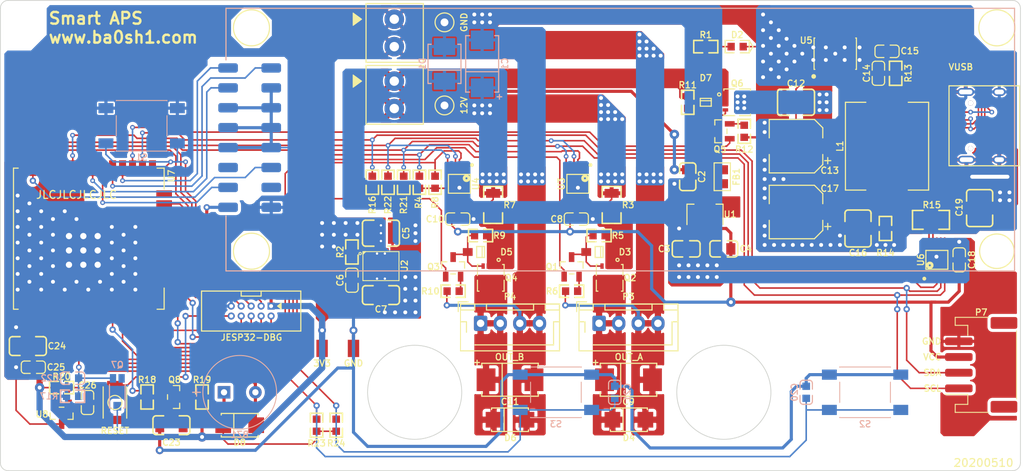
<source format=kicad_pcb>
(kicad_pcb (version 20171130) (host pcbnew "(5.1.5)-3")
  (title_block (date 2020-04-03) (rev 1.0))
  (layers (0 F.Cu signal) (31 B.Cu signal hide) (34 B.Paste user hide) (35 F.Paste user hide) (36 B.SilkS user hide) (37 F.SilkS user) (38 B.Mask user hide) (39 F.Mask user hide) (44 Edge.Cuts user))
  (net 0 "")
  (net 1 GND)
  (net 2 12V)
  (net 3 "Net-(C3-Pad1)")
  (net 4 VDDA)
  (net 5 "Net-(C6-Pad2)")
  (net 6 3V3)
  (net 7 /OUT1)
  (net 8 /OUT2)
  (net 9 /LIGHT)
  (net 10 /IO0)
  (net 11 /SW2)
  (net 12 /EN)
  (net 13 "Net-(D2-PadA)")
  (net 14 "Net-(D3-PadA)")
  (net 15 "Net-(D5-PadA)")
  (net 16 /~OLED_CS)
  (net 17 /OLED_RES)
  (net 18 /OLED_DC)
  (net 19 /MOSI)
  (net 20 /SCLK)
  (net 21 /TCK)
  (net 22 /RX)
  (net 23 /TDO)
  (net 24 /TX)
  (net 25 /TDI)
  (net 26 /TMS)
  (net 27 /ALT1)
  (net 28 /PWR1)
  (net 29 /ALT2)
  (net 30 /PWR2)
  (net 31 /SCL)
  (net 32 /SDA)
  (net 33 "Net-(BZ1-Pad2)")
  (net 34 /BUZ)
  (net 35 "Net-(C12-Pad1)")
  (net 36 "Net-(C14-Pad2)")
  (net 37 "Net-(C14-Pad1)")
  (net 38 "Net-(C15-Pad1)")
  (net 39 "Net-(C16-Pad1)")
  (net 40 "Net-(C19-Pad1)")
  (net 41 "Net-(D3-PadK)")
  (net 42 "Net-(D5-PadK)")
  (net 43 "Net-(D7-PadA)")
  (net 44 /DM)
  (net 45 /DP)
  (net 46 /CC2)
  (net 47 /CC1)
  (net 48 "Net-(Q1-Pad2)")
  (net 49 "Net-(Q3-Pad2)")
  (net 50 "Net-(Q5-Pad2)")
  (net 51 /PWR_USB)
  (net 52 "Net-(Q8-Pad3)")
  (net 53 "Net-(Q8-Pad1)")
  (net 54 /ALT_USB)
  (net 55 /SW3)
  (module BZ_Connector:JST_S4B-PH-SM4-TB (layer F.Cu) (at 225 116.5 90)
    (fp_text reference P7 (at 6.7 0 180) (layer F.SilkS) (effects (font (size 0.8 0.8))))
    (fp_text value "Grove I2C" hide)
    (pad MP smd roundrect (at 5.35 2.9 90) (size 1.5 3.4) (layers F.Cu F.Paste F.Mask) (roundrect_rratio 0.167))
    (pad MP smd roundrect (at -5.35 2.9 90) (size 1.5 3.4) (layers F.Cu F.Paste F.Mask) (roundrect_rratio 0.167))
    (pad 4 smd roundrect (at 3 -2.85 90) (size 1 3.5) (layers F.Cu F.Paste F.Mask) (net 1 GND))
    (pad 3 smd roundrect (at 1 -2.85 90) (size 1 3.5) (layers F.Cu F.Paste F.Mask) (net 4 VDDA))
    (pad 2 smd roundrect (at -1 -2.85 90) (size 1 3.5) (layers F.Cu F.Paste F.Mask) (net 32 /SDA))
    (pad 1 smd roundrect (at -3 -2.85 90) (size 1 3.5) (layers F.Cu F.Paste F.Mask) (net 31 /SCL))
  )
  (module BZ_Display:LM320Y-256064-ASM-LP (layer B.Cu) (at 179.5 86 180)
    (fp_text reference DISP1 hide)
    (fp_text value OLED_LM320Y-256064 hide)
    (pad "" np_thru_hole circle (at 47.73 -9.13 180) (size 1 1) (drill 1) (layers *.Cu *.Mask))
    (pad 2 smd roundrect (at 50.48 -10.4 180) (size 2.5 1.2) (layers B.Cu B.Paste B.Mask) (net 6 3V3))
    (pad "" np_thru_hole circle (at 47.5 12.49 180) (size 2.9 2.9) (drill 2.9) (layers *.Cu *.Mask))
    (pad "" np_thru_hole circle (at -47.5 12.49 180) (size 2.9 2.9) (drill 2.9) (layers *.Cu *.Mask))
    (pad "" np_thru_hole circle (at 47.5 -16.01 180) (size 2.9 2.9) (drill 2.9) (layers *.Cu *.Mask))
    (pad "" np_thru_hole circle (at -47.5 -16.01 180) (size 2.9 2.9) (drill 2.9) (layers *.Cu *.Mask))
    (pad 1 smd roundrect (at 44.98 -10.4 180) (size 2.5 1.2) (layers B.Cu B.Paste B.Mask) (net 1 GND))
    (pad 3 smd roundrect (at 44.98 -7.86 180) (size 2.5 1.2) (layers B.Cu B.Paste B.Mask))
    (pad 4 smd roundrect (at 50.48 -7.86 180) (size 2.5 1.2) (layers B.Cu B.Paste B.Mask) (net 20 /SCLK))
    (pad 5 smd roundrect (at 44.98 -5.32 180) (size 2.5 1.2) (layers B.Cu B.Paste B.Mask) (net 19 /MOSI))
    (pad 6 smd roundrect (at 50.48 -5.32 180) (size 2.5 1.2) (layers B.Cu B.Paste B.Mask))
    (pad 7 smd roundrect (at 44.98 -2.78 180) (size 2.5 1.2) (layers B.Cu B.Paste B.Mask) (net 1 GND))
    (pad 8 smd roundrect (at 50.48 -2.78 180) (size 2.5 1.2) (layers B.Cu B.Paste B.Mask) (net 1 GND))
    (pad 9 smd roundrect (at 44.98 -0.24 180) (size 2.5 1.2) (layers B.Cu B.Paste B.Mask) (net 1 GND))
    (pad 10 smd roundrect (at 50.48 -0.24 180) (size 2.5 1.2) (layers B.Cu B.Paste B.Mask) (net 1 GND))
    (pad 11 smd roundrect (at 44.98 2.3 180) (size 2.5 1.2) (layers B.Cu B.Paste B.Mask) (net 1 GND))
    (pad 12 smd roundrect (at 50.48 2.3 180) (size 2.5 1.2) (layers B.Cu B.Paste B.Mask) (net 1 GND))
    (pad 13 smd roundrect (at 44.98 4.84 180) (size 2.5 1.2) (layers B.Cu B.Paste B.Mask) (net 1 GND))
    (pad 14 smd roundrect (at 50.48 4.84 180) (size 2.5 1.2) (layers B.Cu B.Paste B.Mask) (net 18 /OLED_DC))
    (pad 15 smd roundrect (at 44.98 7.38 180) (size 2.5 1.2) (layers B.Cu B.Paste B.Mask) (net 17 /OLED_RES))
    (pad 16 smd roundrect (at 50.48 7.38 180) (size 2.5 1.2) (layers B.Cu B.Paste B.Mask) (net 16 /~OLED_CS))
  )
  (module BZ_Resistor:R_0603 (layer F.Cu) (at 142.8 124.2 90)
    (fp_text reference R24 (at -2.3 0 180) (layer F.SilkS) (effects (font (size 0.8 0.8))))
    (fp_text value 10K hide)
    (pad 2 smd rect (at 0.77 0 90) (size 0.93 0.98) (layers F.Cu F.Paste F.Mask) (net 55 /SW3))
    (pad 1 smd rect (at -0.77 0 90) (size 0.93 0.98) (layers F.Cu F.Paste F.Mask) (net 6 3V3))
  )
  (module BZ_Resistor:R_0603 (layer F.Cu) (at 140.3 124.2 90)
    (fp_text reference R23 (at -2.3 0) (layer F.SilkS) (effects (font (size 0.8 0.8))))
    (fp_text value 10K hide)
    (pad 2 smd rect (at 0.77 0 90) (size 0.93 0.98) (layers F.Cu F.Paste F.Mask) (net 11 /SW2))
    (pad 1 smd rect (at -0.77 0 90) (size 0.93 0.98) (layers F.Cu F.Paste F.Mask) (net 6 3V3))
  )
  (module BZ_Diode:D_SOD-123 (layer F.Cu) (at 189.9 83 270)
    (fp_text reference D7 (at -3.1 0) (layer F.SilkS) (effects (font (size 0.8 0.8))))
    (fp_text value 15V hide)
    (pad K smd rect (at -1.64 0 90) (size 1.25 1) (layers F.Cu F.Paste F.Mask) (net 2 12V))
    (pad A smd rect (at 1.64 0 90) (size 1.25 1) (layers F.Cu F.Paste F.Mask) (net 43 "Net-(D7-PadA)"))
  )
  (module BZ_Diode:D_SOD-123 (layer F.Cu) (at 161.2 102.1 180)
    (fp_text reference D5 (at -3.3 0) (layer F.SilkS) (effects (font (size 0.8 0.8))))
    (fp_text value 15V hide)
    (pad K smd rect (at -1.64 0) (size 1.25 1) (layers F.Cu F.Paste F.Mask) (net 42 "Net-(D5-PadK)"))
    (pad A smd rect (at 1.64 0) (size 1.25 1) (layers F.Cu F.Paste F.Mask) (net 15 "Net-(D5-PadA)"))
  )
  (module BZ_Diode:D_SOD-123 (layer F.Cu) (at 176.3 102.1 180)
    (fp_text reference D3 (at -3.3 0) (layer F.SilkS) (effects (font (size 0.8 0.8))))
    (fp_text value 15V hide)
    (pad K smd rect (at -1.64 0) (size 1.25 1) (layers F.Cu F.Paste F.Mask) (net 41 "Net-(D3-PadK)"))
    (pad A smd rect (at 1.64 0) (size 1.25 1) (layers F.Cu F.Paste F.Mask) (net 14 "Net-(D3-PadA)"))
  )
  (module BZ_Connector:JST_B4B-XH-AM (layer F.Cu) (at 161.2 111.2)
    (fp_text reference P4 (at 3.75 -3.4) (layer F.SilkS) (effects (font (size 0.8 0.8))))
    (fp_text value OUT2 hide)
    (pad "" np_thru_hole circle (at -1.6 2) (size 1.2 1.2) (drill 1.2) (layers *.Cu *.Mask))
    (pad 4 thru_hole oval (at 7.5 0) (size 1.7 1.95) (drill 0.95) (layers *.Cu *.Mask) (net 1 GND))
    (pad 3 thru_hole oval (at 5 0) (size 1.7 1.95) (drill 0.95) (layers *.Cu *.Mask) (net 1 GND))
    (pad 2 thru_hole oval (at 2.5 0) (size 1.7 1.95) (drill 0.95) (layers *.Cu *.Mask) (net 8 /OUT2))
    (pad 1 thru_hole roundrect (at 0 0) (size 1.7 1.95) (drill 0.95) (layers *.Cu *.Mask) (roundrect_rratio 0.147059) (net 8 /OUT2))
  )
  (module BZ_Connector:JST_B4B-XH-AM (layer F.Cu) (at 176.3 111.2)
    (fp_text reference P3 (at 3.75 -3.4) (layer F.SilkS) (effects (font (size 0.8 0.8))))
    (fp_text value OUT1 hide)
    (pad "" np_thru_hole circle (at -1.6 2) (size 1.2 1.2) (drill 1.2) (layers *.Cu *.Mask))
    (pad 4 thru_hole oval (at 7.5 0) (size 1.7 1.95) (drill 0.95) (layers *.Cu *.Mask) (net 1 GND))
    (pad 3 thru_hole oval (at 5 0) (size 1.7 1.95) (drill 0.95) (layers *.Cu *.Mask) (net 1 GND))
    (pad 2 thru_hole oval (at 2.5 0) (size 1.7 1.95) (drill 0.95) (layers *.Cu *.Mask) (net 7 /OUT1))
    (pad 1 thru_hole roundrect (at 0 0) (size 1.7 1.95) (drill 0.95) (layers *.Cu *.Mask) (roundrect_rratio 0.147059) (net 7 /OUT1))
  )
  (module BZ_Connector:HRO_TYPE-C-31-M-12 (layer F.Cu) (at 229.9 86 90)
    (fp_text reference P5 hide)
    (fp_text value USB_C_Receptacle_16P hide)
    (pad S1 thru_hole oval (at 4.32 -2.6 90) (size 1 1.6) (drill oval 0.6 1.2) (layers *.Cu *.Mask) (net 1 GND))
    (pad S1 thru_hole oval (at -4.32 -2.6 90) (size 1 1.6) (drill oval 0.6 1.2) (layers *.Cu *.Mask) (net 1 GND))
    (pad S1 thru_hole oval (at 4.32 -6.87 90) (size 1 2.1) (drill oval 0.6 1.7) (layers *.Cu *.Mask) (net 1 GND))
    (pad S1 thru_hole oval (at -4.32 -6.78 90) (size 1 2.1) (drill oval 0.6 1.7) (layers *.Cu *.Mask) (net 1 GND))
    (pad A1 smd rect (at -3.4 -7.695 90) (size 0.3 1.45) (layers F.Cu F.Paste F.Mask) (net 1 GND))
    (pad A4 smd rect (at -2.6 -7.695 90) (size 0.3 1.45) (layers F.Cu F.Paste F.Mask) (net 40 "Net-(C19-Pad1)"))
    (pad A5 smd rect (at -1.25 -7.695 90) (size 0.3 1.45) (layers F.Cu F.Paste F.Mask) (net 47 /CC1))
    (pad A6 smd rect (at -0.25 -7.695 90) (size 0.3 1.45) (layers F.Cu F.Paste F.Mask) (net 45 /DP))
    (pad A7 smd rect (at 0.25 -7.695 90) (size 0.3 1.45) (layers F.Cu F.Paste F.Mask) (net 44 /DM))
    (pad A8 smd rect (at 1.25 -7.695 90) (size 0.3 1.45) (layers F.Cu F.Paste F.Mask))
    (pad A9 smd rect (at 2.6 -7.695 90) (size 0.3 1.45) (layers F.Cu F.Paste F.Mask) (net 40 "Net-(C19-Pad1)"))
    (pad A12 smd rect (at 3.4 -7.695 90) (size 0.3 1.45) (layers F.Cu F.Paste F.Mask) (net 1 GND))
    (pad B1 smd rect (at 3.1 -7.695 90) (size 0.3 1.45) (layers F.Cu F.Paste F.Mask) (net 1 GND))
    (pad B4 smd rect (at 2.3 -7.695 90) (size 0.3 1.45) (layers F.Cu F.Paste F.Mask) (net 40 "Net-(C19-Pad1)"))
    (pad B5 smd rect (at 1.75 -7.7 90) (size 0.3 1.45) (layers F.Cu F.Paste F.Mask) (net 46 /CC2))
    (pad B6 smd rect (at 0.75 -7.695 90) (size 0.3 1.45) (layers F.Cu F.Paste F.Mask) (net 45 /DP))
    (pad B7 smd rect (at -0.75 -7.695 90) (size 0.3 1.45) (layers F.Cu F.Paste F.Mask) (net 44 /DM))
    (pad B8 smd rect (at -1.75 -7.695 90) (size 0.3 1.45) (layers F.Cu F.Paste F.Mask))
    (pad B9 smd rect (at -2.3 -7.695 90) (size 0.3 1.45) (layers F.Cu F.Paste F.Mask) (net 40 "Net-(C19-Pad1)"))
    (pad B12 smd rect (at -3.1 -7.695 90) (size 0.3 1.45) (layers F.Cu F.Paste F.Mask) (net 1 GND))
    (pad M thru_hole oval (at 2.89 -6.25 90) (size 0.65 0.65) (drill 0.65) (layers *.Cu *.Mask))
    (pad M thru_hole oval (at -2.89 -6.25 90) (size 0.65 0.65) (drill 0.65) (layers *.Cu *.Mask))
  )
  (module BZ_Inductor:L_Panasonic_PCC-M1054M (layer F.Cu) (at 213 88.6 270)
    (fp_text reference L1 (at 0 6 90) (layer F.SilkS) (effects (font (size 0.8 0.8))))
    (fp_text value 22uH hide)
    (pad 2 smd rect (at 4.95 0 270) (size 3.8 4.8) (layers F.Cu F.Paste F.Mask) (net 39 "Net-(C16-Pad1)"))
    (pad 1 smd rect (at -4.95 0 270) (size 3.8 4.8) (layers F.Cu F.Paste F.Mask) (net 37 "Net-(C14-Pad1)"))
  )
  (module BZ_Capacitor:C_0805 (layer F.Cu) (at 192.2 101.7 180)
    (fp_text reference C4 (at -2.8 0) (layer F.SilkS) (effects (font (size 0.8 0.8))))
    (fp_text value 1u hide)
    (pad 2 smd rect (at 0.89 0 180) (size 1.16 1.47) (layers F.Cu F.Paste F.Mask) (net 1 GND))
    (pad 1 smd rect (at -0.89 0 180) (size 1.16 1.47) (layers F.Cu F.Paste F.Mask) (net 4 VDDA))
  )
  (module BZ_Capacitor:C_0805 (layer F.Cu) (at 187.4 101.7 180)
    (fp_text reference C3 (at 2.8 0) (layer F.SilkS) (effects (font (size 0.8 0.8))))
    (fp_text value 1u hide)
    (pad 2 smd rect (at 0.89 0 180) (size 1.16 1.47) (layers F.Cu F.Paste F.Mask) (net 1 GND))
    (pad 1 smd rect (at -0.89 0 180) (size 1.16 1.47) (layers F.Cu F.Paste F.Mask) (net 3 "Net-(C3-Pad1)"))
  )
  (module BZ_Capacitor:C_0805 (layer F.Cu) (at 187.6 92.5 270)
    (fp_text reference C2 (at 0 -1.8 90) (layer F.SilkS) (effects (font (size 0.8 0.8))))
    (fp_text value 1u hide)
    (pad 2 smd rect (at 0.89 0 270) (size 1.16 1.47) (layers F.Cu F.Paste F.Mask) (net 1 GND))
    (pad 1 smd rect (at -0.89 0 270) (size 1.16 1.47) (layers F.Cu F.Paste F.Mask) (net 2 12V))
  )
  (module BZ_Connector:SCREWTERM-2_3.5P (layer F.Cu) (at 150.2 80.3 270)
    (fp_text reference P1 hide)
    (fp_text value "12V IN" hide)
    (pad 2 thru_hole circle (at 3.5 0 270) (size 2.5 2.5) (drill 1.2) (layers *.Cu *.Mask) (net 2 12V))
    (pad 1 thru_hole circle (at 0 0 270) (size 2.5 2.5) (drill 1.2) (layers *.Cu *.Mask) (net 2 12V))
  )
  (module BZ_Connector:SCREWTERM-2_3.5P (layer F.Cu) (at 150.2 72.4 270)
    (fp_text reference P2 hide)
    (fp_text value GND hide)
    (pad 2 thru_hole circle (at 3.5 0 270) (size 2.5 2.5) (drill 1.2) (layers *.Cu *.Mask) (net 1 GND))
    (pad 1 thru_hole circle (at 0 0 270) (size 2.5 2.5) (drill 1.2) (layers *.Cu *.Mask) (net 1 GND))
  )
  (module BZ_Connector:BHDR-THT-Vert-50mil_02x05 (layer F.Cu) (at 134.5 109 180)
    (fp_text reference P6 hide)
    (fp_text value JESP32-DBG (at 2.5 -4) (layer F.SilkS) (effects (font (size 0.8 0.8))))
    (pad 10 thru_hole oval (at 5.08 -1.27 180) (size 0.9 0.9) (drill 0.5) (layers *.Cu *.Mask) (net 12 /EN))
    (pad 9 thru_hole oval (at 5.08 0 180) (size 0.9 0.9) (drill 0.5) (layers *.Cu *.Mask) (net 1 GND))
    (pad 8 thru_hole oval (at 3.81 -1.27 180) (size 0.9 0.9) (drill 0.5) (layers *.Cu *.Mask) (net 25 /TDI))
    (pad 7 thru_hole oval (at 3.81 0 180) (size 0.9 0.9) (drill 0.5) (layers *.Cu *.Mask) (net 22 /RX))
    (pad 6 thru_hole oval (at 2.54 -1.27 180) (size 0.9 0.9) (drill 0.5) (layers *.Cu *.Mask) (net 23 /TDO))
    (pad 5 thru_hole oval (at 2.54 0 180) (size 0.9 0.9) (drill 0.5) (layers *.Cu *.Mask) (net 24 /TX))
    (pad 4 thru_hole oval (at 1.27 -1.27 180) (size 0.9 0.9) (drill 0.5) (layers *.Cu *.Mask) (net 21 /TCK))
    (pad 3 thru_hole oval (at 1.27 0 180) (size 0.9 0.9) (drill 0.5) (layers *.Cu *.Mask) (net 10 /IO0))
    (pad 2 thru_hole oval (at 0 -1.27 180) (size 0.9 0.9) (drill 0.5) (layers *.Cu *.Mask) (net 26 /TMS))
    (pad 1 thru_hole rect (at 0 0 180) (size 0.9 0.9) (drill 0.5) (layers *.Cu *.Mask) (net 6 3V3))
  )
  (module BZ_Capacitor:C_1210 (layer F.Cu) (at 224.8 96.5 90)
    (fp_text reference C19 (at 0.1 -2.6 270) (layer F.SilkS) (effects (font (size 0.8 0.8))))
    (fp_text value 22u hide)
    (pad 2 smd rect (at 1.475 0 90) (size 1.16 2.72) (layers F.Cu F.Paste F.Mask) (net 1 GND))
    (pad 1 smd rect (at -1.475 0 90) (size 1.16 2.72) (layers F.Cu F.Paste F.Mask) (net 40 "Net-(C19-Pad1)"))
  )
  (module BZ_Capacitor:C_1210 (layer F.Cu) (at 209.3 99.1 270)
    (fp_text reference C16 (at 3.1 0) (layer F.SilkS) (effects (font (size 0.8 0.8))))
    (fp_text value 22u hide)
    (pad 2 smd rect (at 1.475 0 270) (size 1.16 2.72) (layers F.Cu F.Paste F.Mask) (net 1 GND))
    (pad 1 smd rect (at -1.475 0 270) (size 1.16 2.72) (layers F.Cu F.Paste F.Mask) (net 39 "Net-(C16-Pad1)"))
  )
  (module BZ_Capacitor:C_1210 (layer F.Cu) (at 201.4 83 180)
    (fp_text reference C12 (at 0 2.4 180) (layer F.SilkS) (effects (font (size 0.8 0.8))))
    (fp_text value 22u hide)
    (pad 2 smd rect (at 1.475 0 180) (size 1.16 2.72) (layers F.Cu F.Paste F.Mask) (net 1 GND))
    (pad 1 smd rect (at -1.475 0 180) (size 1.16 2.72) (layers F.Cu F.Paste F.Mask) (net 35 "Net-(C12-Pad1)"))
  )
  (module BZ_Capacitor:C_1210 (layer F.Cu) (at 148.5 99.7 180)
    (fp_text reference C5 (at -3.2 0 90) (layer F.SilkS) (effects (font (size 0.8 0.8))))
    (fp_text value 22u hide)
    (pad 2 smd rect (at 1.475 0 180) (size 1.16 2.72) (layers F.Cu F.Paste F.Mask) (net 1 GND))
    (pad 1 smd rect (at -1.475 0 180) (size 1.16 2.72) (layers F.Cu F.Paste F.Mask) (net 2 12V))
  )
  (module BZ_Misc:TE_RCT0805 (layer F.Cu) (at 145 114.4)
    (fp_text reference TP3 hide)
    (fp_text value GND (at 0 1.9) (layer F.SilkS) (effects (font (size 0.8 0.8))))
    (pad 1 smd rect (at 0 0) (size 1.45 2.2) (layers F.Cu F.Paste F.Mask) (net 1 GND))
  )
  (module BZ_Misc:TE_RCT0805 (layer F.Cu) (at 219.3 78.5 90)
    (fp_text reference TP5 hide)
    (fp_text value VUSB (at 0 3.1 180) (layer F.SilkS) (effects (font (size 0.8 0.8))))
    (pad 1 smd rect (at 0 0 90) (size 1.45 2.2) (layers F.Cu F.Paste F.Mask) (net 40 "Net-(C19-Pad1)"))
  )
  (module BZ_Misc:TE_RCT0805 (layer F.Cu) (at 141 114.4)
    (fp_text reference TP4 hide)
    (fp_text value 3V3 (at 0 1.9) (layer F.SilkS) (effects (font (size 0.8 0.8))))
    (pad 1 smd rect (at 0 0) (size 1.45 2.2) (layers F.Cu F.Paste F.Mask) (net 6 3V3))
  )
  (module BZ_Capacitor:C_1206 (layer F.Cu) (at 103.5 114.1 180)
    (fp_text reference C24 (at -3.7 0) (layer F.SilkS) (effects (font (size 0.8 0.8))))
    (fp_text value 100u hide)
    (pad 2 smd rect (at 1.49 0 180) (size 1.13 1.8) (layers F.Cu F.Paste F.Mask) (net 1 GND))
    (pad 1 smd rect (at -1.49 0 180) (size 1.13 1.8) (layers F.Cu F.Paste F.Mask) (net 6 3V3))
  )
  (module BZ_Capacitor:C_1206 (layer F.Cu) (at 121.8 124.2 180)
    (fp_text reference C23 (at 0 -2.2) (layer F.SilkS) (effects (font (size 0.8 0.8))))
    (fp_text value 100u hide)
    (pad 2 smd rect (at 1.49 0 180) (size 1.13 1.8) (layers F.Cu F.Paste F.Mask) (net 1 GND))
    (pad 1 smd rect (at -1.49 0 180) (size 1.13 1.8) (layers F.Cu F.Paste F.Mask) (net 6 3V3))
  )
  (module BZ_Capacitor:C_1206 (layer F.Cu) (at 148.5 107.6)
    (fp_text reference C7 (at 0 1.8) (layer F.SilkS) (effects (font (size 0.8 0.8))))
    (fp_text value 47u hide)
    (pad 2 smd rect (at 1.49 0) (size 1.13 1.8) (layers F.Cu F.Paste F.Mask) (net 1 GND))
    (pad 1 smd rect (at -1.49 0) (size 1.13 1.8) (layers F.Cu F.Paste F.Mask) (net 6 3V3))
  )
  (module BZ_Espressif:ESP32-WROOM-32U (layer F.Cu) (at 111.27 100.4 90)
    (fp_text reference U7 (at 8 10.53 90) (layer F.SilkS) (effects (font (size 0.8 0.8))))
    (fp_text value ESP32-WROOM-32U)
    (pad 1 smd rect (at -9 -8.4 90) (size 2 0.9) (layers F.Cu F.Paste F.Mask) (net 1 GND))
    (pad 2 smd rect (at -9 -7.13 90) (size 2 0.9) (layers F.Cu F.Paste F.Mask) (net 6 3V3))
    (pad 3 smd rect (at -9 -5.86 90) (size 2 0.9) (layers F.Cu F.Paste F.Mask) (net 12 /EN))
    (pad 4 smd rect (at -9 -4.59 90) (size 2 0.9) (layers F.Cu F.Paste F.Mask) (net 9 /LIGHT))
    (pad 5 smd rect (at -9 -3.32 90) (size 2 0.9) (layers F.Cu F.Paste F.Mask))
    (pad 6 smd rect (at -9 -2.05 90) (size 2 0.9) (layers F.Cu F.Paste F.Mask) (net 11 /SW2))
    (pad 7 smd rect (at -9 -0.78 90) (size 2 0.9) (layers F.Cu F.Paste F.Mask) (net 55 /SW3))
    (pad 8 smd rect (at -9 0.49 90) (size 2 0.9) (layers F.Cu F.Paste F.Mask) (net 30 /PWR2))
    (pad 9 smd rect (at -9 1.76 90) (size 2 0.9) (layers F.Cu F.Paste F.Mask) (net 29 /ALT2))
    (pad 10 smd rect (at -9 3.03 90) (size 2 0.9) (layers F.Cu F.Paste F.Mask) (net 34 /BUZ))
    (pad 11 smd rect (at -9 4.3 90) (size 2 0.9) (layers F.Cu F.Paste F.Mask) (net 28 /PWR1))
    (pad 12 smd rect (at -9 5.57 90) (size 2 0.9) (layers F.Cu F.Paste F.Mask) (net 27 /ALT1))
    (pad 13 smd rect (at -9 6.84 90) (size 2 0.9) (layers F.Cu F.Paste F.Mask) (net 26 /TMS))
    (pad 14 smd rect (at -9 8.11 90) (size 2 0.9) (layers F.Cu F.Paste F.Mask) (net 25 /TDI))
    (pad 38 smd rect (at 9 -8.4 90) (size 2 0.9) (layers F.Cu F.Paste F.Mask) (net 1 GND))
    (pad 25 smd rect (at 9 8.11 90) (size 2 0.9) (layers F.Cu F.Paste F.Mask) (net 10 /IO0))
    (pad 26 smd rect (at 9 6.84 90) (size 2 0.9) (layers F.Cu F.Paste F.Mask) (net 54 /ALT_USB))
    (pad 27 smd rect (at 9 5.57 90) (size 2 0.9) (layers F.Cu F.Paste F.Mask) (net 51 /PWR_USB))
    (pad 28 smd rect (at 9 4.3 90) (size 2 0.9) (layers F.Cu F.Paste F.Mask) (net 16 /~OLED_CS))
    (pad 29 smd rect (at 9 3.03 90) (size 2 0.9) (layers F.Cu F.Paste F.Mask) (net 17 /OLED_RES))
    (pad 30 smd rect (at 9 1.76 90) (size 2 0.9) (layers F.Cu F.Paste F.Mask) (net 20 /SCLK))
    (pad 31 smd rect (at 9 0.49 90) (size 2 0.9) (layers F.Cu F.Paste F.Mask) (net 18 /OLED_DC))
    (pad 32 smd rect (at 9 -0.78 90) (size 2 0.9) (layers F.Cu F.Paste F.Mask))
    (pad 33 smd rect (at 9 -2.05 90) (size 2 0.9) (layers F.Cu F.Paste F.Mask) (net 32 /SDA))
    (pad 34 smd rect (at 9 -3.32 90) (size 2 0.9) (layers F.Cu F.Paste F.Mask) (net 22 /RX))
    (pad 35 smd rect (at 9 -4.59 90) (size 2 0.9) (layers F.Cu F.Paste F.Mask) (net 24 /TX))
    (pad 36 smd rect (at 9 -5.86 90) (size 2 0.9) (layers F.Cu F.Paste F.Mask) (net 31 /SCL))
    (pad 37 smd rect (at 9 -7.13 90) (size 2 0.9) (layers F.Cu F.Paste F.Mask) (net 19 /MOSI))
    (pad 15 smd rect (at -5.715 9.6 180) (size 2 0.9) (layers F.Cu F.Paste F.Mask) (net 1 GND))
    (pad 16 smd rect (at -4.43 9.6 180) (size 2 0.9) (layers F.Cu F.Paste F.Mask) (net 21 /TCK))
    (pad 17 smd rect (at -3.175 9.6 180) (size 2 0.9) (layers F.Cu F.Paste F.Mask))
    (pad 18 smd rect (at -1.905 9.6 180) (size 2 0.9) (layers F.Cu F.Paste F.Mask))
    (pad 19 smd rect (at -0.635 9.6 180) (size 2 0.9) (layers F.Cu F.Paste F.Mask))
    (pad 20 smd rect (at 0.635 9.6 180) (size 2 0.9) (layers F.Cu F.Paste F.Mask))
    (pad 21 smd rect (at 1.905 9.6 180) (size 2 0.9) (layers F.Cu F.Paste F.Mask))
    (pad 22 smd rect (at 3.175 9.6 180) (size 2 0.9) (layers F.Cu F.Paste F.Mask))
    (pad 23 smd rect (at 4.445 9.6 180) (size 2 0.9) (layers F.Cu F.Paste F.Mask) (net 23 /TDO))
    (pad 24 smd rect (at 5.715 9.6 180) (size 2 0.9) (layers F.Cu F.Paste F.Mask))
    (pad 39 smd rect (at -3.33 -2.53) (size 1.33 1.33) (layers F.Cu F.Paste F.Mask) (net 1 GND))
    (pad 39 smd rect (at -1.5 -2.53) (size 1.33 1.33) (layers F.Cu F.Paste F.Mask) (net 1 GND))
    (pad 39 smd rect (at 0.33 -2.53) (size 1.33 1.33) (layers F.Cu F.Paste F.Mask) (net 1 GND))
    (pad 39 smd rect (at -3.33 -0.7) (size 1.33 1.33) (layers F.Cu F.Paste F.Mask) (net 1 GND))
    (pad 39 smd rect (at -1.5 -0.7) (size 1.33 1.33) (layers F.Cu F.Paste F.Mask) (net 1 GND))
    (pad 39 smd rect (at 0.33 -0.7) (size 1.33 1.33) (layers F.Cu F.Paste F.Mask) (net 1 GND))
    (pad 39 smd rect (at -3.33 1.13) (size 1.33 1.33) (layers F.Cu F.Paste F.Mask) (net 1 GND))
    (pad 39 smd rect (at -1.5 1.13) (size 1.33 1.33) (layers F.Cu F.Paste F.Mask) (net 1 GND))
    (pad 39 smd rect (at 0.33 1.13) (size 1.33 1.33) (layers F.Cu F.Paste F.Mask) (net 1 GND))
  )
  (module BZ_Capacitor:C_0603 (layer F.Cu) (at 144.8 105.7 90)
    (fp_text reference C6 (at 0 -1.5 90) (layer F.SilkS) (effects (font (size 0.8 0.8))))
    (fp_text value 100p hide)
    (pad 2 smd rect (at 0.77 0 90) (size 0.93 0.98) (layers F.Cu F.Paste F.Mask) (net 5 "Net-(C6-Pad2)"))
    (pad 1 smd rect (at -0.77 0 90) (size 0.93 0.98) (layers F.Cu F.Paste F.Mask) (net 6 3V3))
  )
  (module BZ_Capacitor:C_0603 (layer F.Cu) (at 213 76.5 180)
    (fp_text reference C15 (at -2.9 0.05) (layer F.SilkS) (effects (font (size 0.8 0.8))))
    (fp_text value 1n hide)
    (pad 2 smd rect (at 0.77 0 180) (size 0.93 0.98) (layers F.Cu F.Paste F.Mask) (net 1 GND))
    (pad 1 smd rect (at -0.77 0 180) (size 0.93 0.98) (layers F.Cu F.Paste F.Mask) (net 38 "Net-(C15-Pad1)"))
  )
  (module BZ_Capacitor:C_0603 (layer F.Cu) (at 111.1 121.3 270)
    (fp_text reference C26 (at -2.2 0 180) (layer F.SilkS) (effects (font (size 0.8 0.8))))
    (fp_text value 0.1u hide)
    (pad 2 smd rect (at 0.77 0 270) (size 0.93 0.98) (layers F.Cu F.Paste F.Mask) (net 1 GND))
    (pad 1 smd rect (at -0.77 0 270) (size 0.93 0.98) (layers F.Cu F.Paste F.Mask) (net 12 /EN))
  )
  (module BZ_Capacitor:C_0603 (layer F.Cu) (at 104.2 116.8 180)
    (fp_text reference C25 (at -2.9 0 180) (layer F.SilkS) (effects (font (size 0.8 0.8))))
    (fp_text value 0.1u hide)
    (pad 2 smd rect (at 0.77 0 180) (size 0.93 0.98) (layers F.Cu F.Paste F.Mask) (net 1 GND))
    (pad 1 smd rect (at -0.77 0 180) (size 0.93 0.98) (layers F.Cu F.Paste F.Mask) (net 6 3V3))
  )
  (module BZ_Capacitor:C_0603 (layer B.Cu) (at 109.2 118.2 180)
    (fp_text reference C22 (at 2.9 0) (layer B.SilkS) (effects (font (size 0.8 0.8)) (justify mirror)))
    (fp_text value 0.1u hide)
    (pad 2 smd rect (at 0.77 0 180) (size 0.93 0.98) (layers B.Cu B.Paste B.Mask) (net 1 GND))
    (pad 1 smd rect (at -0.77 0 180) (size 0.93 0.98) (layers B.Cu B.Paste B.Mask) (net 9 /LIGHT))
  )
  (module BZ_Capacitor:C_0603 (layer B.Cu) (at 178.3 120 270)
    (fp_text reference C21 (at 0 -1.6 90) (layer B.SilkS) (effects (font (size 0.8 0.8)) (justify mirror)))
    (fp_text value 0.1u hide)
    (pad 2 smd rect (at 0.77 0 270) (size 0.93 0.98) (layers B.Cu B.Paste B.Mask) (net 55 /SW3))
    (pad 1 smd rect (at -0.77 0 270) (size 0.93 0.98) (layers B.Cu B.Paste B.Mask) (net 1 GND))
  )
  (module BZ_Capacitor:C_0603 (layer B.Cu) (at 202.7 120 270)
    (fp_text reference C20 (at 0 1.5 270) (layer B.SilkS) (effects (font (size 0.8 0.8)) (justify mirror)))
    (fp_text value 0.1u hide)
    (pad 2 smd rect (at 0.77 0 270) (size 0.93 0.98) (layers B.Cu B.Paste B.Mask) (net 11 /SW2))
    (pad 1 smd rect (at -0.77 0 270) (size 0.93 0.98) (layers B.Cu B.Paste B.Mask) (net 1 GND))
  )
  (module BZ_Capacitor:C_0603 (layer F.Cu) (at 222.2 103.1 90)
    (fp_text reference C18 (at 0 1.6 90) (layer F.SilkS) (effects (font (size 0.8 0.8))))
    (fp_text value 0.1u hide)
    (pad 2 smd rect (at 0.77 0 90) (size 0.93 0.98) (layers F.Cu F.Paste F.Mask) (net 1 GND))
    (pad 1 smd rect (at -0.77 0 90) (size 0.93 0.98) (layers F.Cu F.Paste F.Mask) (net 4 VDDA))
  )
  (module BZ_Capacitor:C_0603 (layer F.Cu) (at 211.9 79.3 90)
    (fp_text reference C14 (at 0 -1.5 90) (layer F.SilkS) (effects (font (size 0.8 0.8))))
    (fp_text value 0.1u hide)
    (pad 2 smd rect (at 0.77 0 90) (size 0.93 0.98) (layers F.Cu F.Paste F.Mask) (net 36 "Net-(C14-Pad2)"))
    (pad 1 smd rect (at -0.77 0 90) (size 0.93 0.98) (layers F.Cu F.Paste F.Mask) (net 37 "Net-(C14-Pad1)"))
  )
  (module BZ_Capacitor:C_0603 (layer F.Cu) (at 158.3 97.9)
    (fp_text reference C10 (at -2.9 0) (layer F.SilkS) (effects (font (size 0.8 0.8))))
    (fp_text value 0.1u hide)
    (pad 2 smd rect (at 0.77 0) (size 0.93 0.98) (layers F.Cu F.Paste F.Mask) (net 1 GND))
    (pad 1 smd rect (at -0.77 0) (size 0.93 0.98) (layers F.Cu F.Paste F.Mask) (net 4 VDDA))
  )
  (module BZ_Capacitor:C_0603 (layer F.Cu) (at 173.4 97.9)
    (fp_text reference C8 (at -2.5 0) (layer F.SilkS) (effects (font (size 0.8 0.8))))
    (fp_text value 0.1u hide)
    (pad 2 smd rect (at 0.77 0) (size 0.93 0.98) (layers F.Cu F.Paste F.Mask) (net 1 GND))
    (pad 1 smd rect (at -0.77 0) (size 0.93 0.98) (layers F.Cu F.Paste F.Mask) (net 4 VDDA))
  )
  (module BZ_Mechanical:Hole-Mech_M2.5 (layer F.Cu) (at 227 126.5)
    (fp_text reference M3 hide)
    (fp_text value Mechanical-NC hide)
    (pad "" np_thru_hole circle (at 0 0) (size 2.6 2.6) (drill 2.6) (layers *.Cu *.Mask))
  )
  (module BZ_Mechanical:Hole-Mech_M2.5 (layer F.Cu) (at 103 126.5)
    (fp_text reference M2 hide)
    (fp_text value Mechanical-NC hide)
    (pad "" np_thru_hole circle (at 0 0) (size 2.6 2.6) (drill 2.6) (layers *.Cu *.Mask))
  )
  (module BZ_Mechanical:Hole-Mech_M2.5 (layer F.Cu) (at 103 73.5)
    (fp_text reference M1 hide)
    (fp_text value Mechanical-NC hide)
    (pad "" np_thru_hole circle (at 0 0) (size 2.6 2.6) (drill 2.6) (layers *.Cu *.Mask))
  )
  (module BZ_Diode:D_LED_0603 (layer F.Cu) (at 193.9 75.9 180)
    (fp_text reference D2 (at 0 1.5) (layer F.SilkS) (effects (font (size 0.8 0.8))))
    (fp_text value PWR hide)
    (pad K smd rect (at -0.77 0) (size 0.93 0.98) (layers F.Cu F.Paste F.Mask) (net 1 GND))
    (pad A smd rect (at 0.77 0) (size 0.93 0.98) (layers F.Cu F.Paste F.Mask) (net 13 "Net-(D2-PadA)"))
  )
  (module BZ_Misc:Buzzer_9.2x4.8x4P (layer B.Cu) (at 128.5 120)
    (fp_text reference BZ1 (at 2 5.4) (layer B.SilkS) (effects (font (size 0.8 0.8)) (justify mirror)))
    (fp_text value BUZZER hide)
    (pad 2 thru_hole circle (at 4 0) (size 1.6 1.6) (drill 0.8) (layers *.Cu *.Mask) (net 33 "Net-(BZ1-Pad2)"))
    (pad 1 thru_hole rect (at 0 0) (size 1.6 1.6) (drill 0.8) (layers *.Cu *.Mask) (net 6 3V3))
  )
  (module BZ_Switch:SW-PUSH-SMT_6x6x4.3H (layer B.Cu) (at 170.8 120)
    (fp_text reference S3 (at 0 4.05) (layer B.SilkS) (effects (font (size 0.8 0.8)) (justify mirror)))
    (fp_text value CH2)
    (pad 2 smd rect (at 4.55 -2.25) (size 1.9 1.3) (layers B.Cu B.Paste B.Mask) (net 1 GND))
    (pad 1 smd rect (at 4.55 2.25) (size 1.9 1.3) (layers B.Cu B.Paste B.Mask) (net 55 /SW3))
    (pad 1 smd rect (at -4.55 2.25) (size 1.9 1.3) (layers B.Cu B.Paste B.Mask) (net 55 /SW3))
    (pad 2 smd rect (at -4.55 -2.25) (size 1.9 1.3) (layers B.Cu B.Paste B.Mask) (net 1 GND))
  )
  (module BZ_Switch:SW-PUSH-SMT_6x6x4.3H (layer B.Cu) (at 210.2 120)
    (fp_text reference S2 (at 0 4.05) (layer B.SilkS) (effects (font (size 0.8 0.8)) (justify mirror)))
    (fp_text value CH1)
    (pad 2 smd rect (at 4.55 -2.25) (size 1.9 1.3) (layers B.Cu B.Paste B.Mask) (net 1 GND))
    (pad 1 smd rect (at 4.55 2.25) (size 1.9 1.3) (layers B.Cu B.Paste B.Mask) (net 11 /SW2))
    (pad 1 smd rect (at -4.55 2.25) (size 1.9 1.3) (layers B.Cu B.Paste B.Mask) (net 11 /SW2))
    (pad 2 smd rect (at -4.55 -2.25) (size 1.9 1.3) (layers B.Cu B.Paste B.Mask) (net 1 GND))
  )
  (module BZ_Switch:SW-PUSH-SMT_6x6x4.3H (layer B.Cu) (at 118 86)
    (fp_text reference S1 (at 0 4.05) (layer B.SilkS) (effects (font (size 0.8 0.8)) (justify mirror)))
    (fp_text value ENTER)
    (pad 2 smd rect (at 4.55 -2.25) (size 1.9 1.3) (layers B.Cu B.Paste B.Mask) (net 1 GND))
    (pad 1 smd rect (at 4.55 2.25) (size 1.9 1.3) (layers B.Cu B.Paste B.Mask) (net 10 /IO0))
    (pad 1 smd rect (at -4.55 2.25) (size 1.9 1.3) (layers B.Cu B.Paste B.Mask) (net 10 /IO0))
    (pad 2 smd rect (at -4.55 -2.25) (size 1.9 1.3) (layers B.Cu B.Paste B.Mask) (net 1 GND))
  )
  (module BZ_Sensor:Vishay_TEMT6000X01 (layer B.Cu) (at 114.9 120 270)
    (fp_text reference Q7 (at -3.5 0) (layer B.SilkS) (effects (font (size 0.8 0.8)) (justify mirror)))
    (fp_text value TEMT6000X01)
    (pad C smd rect (at 1.775 0 270) (size 1.1 1) (layers B.Cu B.Paste B.Mask) (net 6 3V3))
    (pad B smd rect (at -1.775 -0.55 270) (size 1.1 0.8) (layers B.Cu B.Paste B.Mask))
    (pad E smd rect (at -1.775 0.55 270) (size 1.1 0.8) (layers B.Cu B.Paste B.Mask) (net 9 /LIGHT))
  )
  (module BZ_Mechanical:Slot_5x0.5 (layer F.Cu) (at 226.1 92.5)
    (fp_text reference M4 hide)
    (fp_text value Mechanical hide)
    (pad 1 thru_hole oval (at 0 0) (size 5.4 0.9) (drill oval 5 0.5) (layers *.Cu *.Mask) (net 1 GND))
  )
  (module BZ_Generic:VSSOP-10_3x3x0.5P (layer F.Cu) (at 173.6 93.4 180)
    (fp_text reference U3 (at 2.1 0 90) (layer F.SilkS) (effects (font (size 0.8 0.8))))
    (fp_text value INA226 hide)
    (pad 10 smd oval (at -1 -2.2 90) (size 1.35 0.28) (layers F.Cu F.Paste F.Mask) (net 2 12V))
    (pad 9 smd oval (at -0.5 -2.2 90) (size 1.35 0.28) (layers F.Cu F.Paste F.Mask) (net 41 "Net-(D3-PadK)"))
    (pad 8 smd oval (at 0 -2.2 90) (size 1.35 0.28) (layers F.Cu F.Paste F.Mask) (net 41 "Net-(D3-PadK)"))
    (pad 7 smd oval (at 0.5 -2.2 90) (size 1.35 0.28) (layers F.Cu F.Paste F.Mask) (net 1 GND))
    (pad 6 smd oval (at 1 -2.2 90) (size 1.35 0.28) (layers F.Cu F.Paste F.Mask) (net 4 VDDA))
    (pad 5 smd oval (at 1 2.2 90) (size 1.35 0.28) (layers F.Cu F.Paste F.Mask) (net 31 /SCL))
    (pad 4 smd oval (at 0.5 2.2 90) (size 1.35 0.28) (layers F.Cu F.Paste F.Mask) (net 32 /SDA))
    (pad 3 smd oval (at 0 2.2 90) (size 1.35 0.28) (layers F.Cu F.Paste F.Mask) (net 27 /ALT1))
    (pad 2 smd oval (at -0.5 2.2 90) (size 1.35 0.28) (layers F.Cu F.Paste F.Mask) (net 32 /SDA))
    (pad 1 smd oval (at -1 2.2 90) (size 1.35 0.28) (layers F.Cu F.Paste F.Mask) (net 32 /SDA))
  )
  (module BZ_Generic:VSSOP-10_3x3x0.5P (layer F.Cu) (at 219.35 103.1)
    (fp_text reference U6 (at -2.05 0 90) (layer F.SilkS) (effects (font (size 0.8 0.8))))
    (fp_text value INA226 hide)
    (pad 10 smd oval (at -1 -2.2 270) (size 1.35 0.28) (layers F.Cu F.Paste F.Mask) (net 39 "Net-(C16-Pad1)"))
    (pad 9 smd oval (at -0.5 -2.2 270) (size 1.35 0.28) (layers F.Cu F.Paste F.Mask) (net 40 "Net-(C19-Pad1)"))
    (pad 8 smd oval (at 0 -2.2 270) (size 1.35 0.28) (layers F.Cu F.Paste F.Mask) (net 40 "Net-(C19-Pad1)"))
    (pad 7 smd oval (at 0.5 -2.2 270) (size 1.35 0.28) (layers F.Cu F.Paste F.Mask) (net 1 GND))
    (pad 6 smd oval (at 1 -2.2 270) (size 1.35 0.28) (layers F.Cu F.Paste F.Mask) (net 4 VDDA))
    (pad 5 smd oval (at 1 2.2 270) (size 1.35 0.28) (layers F.Cu F.Paste F.Mask) (net 31 /SCL))
    (pad 4 smd oval (at 0.5 2.2 270) (size 1.35 0.28) (layers F.Cu F.Paste F.Mask) (net 32 /SDA))
    (pad 3 smd oval (at 0 2.2 270) (size 1.35 0.28) (layers F.Cu F.Paste F.Mask) (net 54 /ALT_USB))
    (pad 2 smd oval (at -0.5 2.2 270) (size 1.35 0.28) (layers F.Cu F.Paste F.Mask) (net 4 VDDA))
    (pad 1 smd oval (at -1 2.2 270) (size 1.35 0.28) (layers F.Cu F.Paste F.Mask) (net 4 VDDA))
  )
  (module BZ_Generic:VSSOP-10_3x3x0.5P (layer F.Cu) (at 158.5 93.4 180)
    (fp_text reference U4 (at -2.1 0 90) (layer F.SilkS) (effects (font (size 0.8 0.8))))
    (fp_text value INA226 hide)
    (pad 10 smd oval (at -1 -2.2 90) (size 1.35 0.28) (layers F.Cu F.Paste F.Mask) (net 2 12V))
    (pad 9 smd oval (at -0.5 -2.2 90) (size 1.35 0.28) (layers F.Cu F.Paste F.Mask) (net 42 "Net-(D5-PadK)"))
    (pad 8 smd oval (at 0 -2.2 90) (size 1.35 0.28) (layers F.Cu F.Paste F.Mask) (net 42 "Net-(D5-PadK)"))
    (pad 7 smd oval (at 0.5 -2.2 90) (size 1.35 0.28) (layers F.Cu F.Paste F.Mask) (net 1 GND))
    (pad 6 smd oval (at 1 -2.2 90) (size 1.35 0.28) (layers F.Cu F.Paste F.Mask) (net 4 VDDA))
    (pad 5 smd oval (at 1 2.2 90) (size 1.35 0.28) (layers F.Cu F.Paste F.Mask) (net 31 /SCL))
    (pad 4 smd oval (at 0.5 2.2 90) (size 1.35 0.28) (layers F.Cu F.Paste F.Mask) (net 32 /SDA))
    (pad 3 smd oval (at 0 2.2 90) (size 1.35 0.28) (layers F.Cu F.Paste F.Mask) (net 29 /ALT2))
    (pad 2 smd oval (at -0.5 2.2 90) (size 1.35 0.28) (layers F.Cu F.Paste F.Mask) (net 4 VDDA))
    (pad 1 smd oval (at -1 2.2 90) (size 1.35 0.28) (layers F.Cu F.Paste F.Mask) (net 1 GND))
  )
  (module BZ_Generic:SOT-89-3 (layer F.Cu) (at 189.8 97.3 270)
    (fp_text reference U1 (at 0 -3.2 180) (layer F.SilkS) (effects (font (size 0.8 0.8))))
    (fp_text value MCP1703T-3302E/MB hide)
    (pad 3 smd oval (at 1.8 -1.5 180) (size 0.7 1.9) (layers F.Cu F.Paste F.Mask) (net 4 VDDA))
    (pad 2 smd oval (at -0.7 0 180) (size 2 3.5) (layers F.Cu F.Paste F.Mask) (net 3 "Net-(C3-Pad1)"))
    (pad 2 smd oval (at 1.7 0 180) (size 0.7 2.1) (layers F.Cu F.Paste F.Mask) (net 3 "Net-(C3-Pad1)"))
    (pad 1 smd oval (at 1.8 1.5 180) (size 0.7 1.9) (layers F.Cu F.Paste F.Mask) (net 1 GND))
  )
  (module BZ_Resistor:R_1206 (layer F.Cu) (at 162.8 96.1 90)
    (fp_text reference R7 (at 0 2.1 180) (layer F.SilkS) (effects (font (size 0.8 0.8))))
    (fp_text value 0R01 hide)
    (pad 2 smd rect (at 1.49 0 90) (size 1.13 1.8) (layers F.Cu F.Paste F.Mask) (net 2 12V))
    (pad 1 smd rect (at -1.49 0 90) (size 1.13 1.8) (layers F.Cu F.Paste F.Mask) (net 42 "Net-(D5-PadK)"))
  )
  (module BZ_Resistor:R_1206 (layer F.Cu) (at 177.9 96.1 90)
    (fp_text reference R3 (at 0 2.1) (layer F.SilkS) (effects (font (size 0.8 0.8))))
    (fp_text value 0R01 hide)
    (pad 2 smd rect (at 1.49 0 90) (size 1.13 1.8) (layers F.Cu F.Paste F.Mask) (net 2 12V))
    (pad 1 smd rect (at -1.49 0 90) (size 1.13 1.8) (layers F.Cu F.Paste F.Mask) (net 41 "Net-(D3-PadK)"))
  )
  (module BZ_Generic:SOT-23-3 (layer F.Cu) (at 122.2 120.6 180)
    (fp_text reference Q8 (at 0 2.2) (layer F.SilkS) (effects (font (size 0.8 0.8))))
    (fp_text value MMBT5551 hide)
    (pad 3 smd rect (at -1.25 0 90) (size 0.7 1.25) (layers F.Cu F.Paste F.Mask) (net 52 "Net-(Q8-Pad3)"))
    (pad 2 smd rect (at 1.25 -0.95 90) (size 0.7 1.25) (layers F.Cu F.Paste F.Mask) (net 1 GND))
    (pad 1 smd rect (at 1.25 0.95 90) (size 0.7 1.25) (layers F.Cu F.Paste F.Mask) (net 53 "Net-(Q8-Pad1)"))
  )
  (module BZ_Generic:SOT-23-3 (layer F.Cu) (at 191.7 86.7)
    (fp_text reference Q5 (at 0 2.3 180) (layer F.SilkS) (effects (font (size 0.8 0.8))))
    (fp_text value MMBT5551 hide)
    (pad 3 smd rect (at -1.25 0 270) (size 0.7 1.25) (layers F.Cu F.Paste F.Mask) (net 43 "Net-(D7-PadA)"))
    (pad 2 smd rect (at 1.25 -0.95 270) (size 0.7 1.25) (layers F.Cu F.Paste F.Mask) (net 50 "Net-(Q5-Pad2)"))
    (pad 1 smd rect (at 1.25 0.95 270) (size 0.7 1.25) (layers F.Cu F.Paste F.Mask) (net 51 /PWR_USB))
  )
  (module BZ_Generic:SOT-23-3 (layer F.Cu) (at 157.7 104 270)
    (fp_text reference Q3 (at 0 2.5) (layer F.SilkS) (effects (font (size 0.8 0.8))))
    (fp_text value MMBT5551 hide)
    (pad 3 smd rect (at -1.25 0 180) (size 0.7 1.25) (layers F.Cu F.Paste F.Mask) (net 15 "Net-(D5-PadA)"))
    (pad 2 smd rect (at 1.25 -0.95 180) (size 0.7 1.25) (layers F.Cu F.Paste F.Mask) (net 49 "Net-(Q3-Pad2)"))
    (pad 1 smd rect (at 1.25 0.95 180) (size 0.7 1.25) (layers F.Cu F.Paste F.Mask) (net 30 /PWR2))
  )
  (module BZ_Generic:SOT-23-3 (layer F.Cu) (at 172.8 104 270)
    (fp_text reference Q1 (at 0 2.5 180) (layer F.SilkS) (effects (font (size 0.8 0.8))))
    (fp_text value MMBT5551 hide)
    (pad 3 smd rect (at -1.25 0 180) (size 0.7 1.25) (layers F.Cu F.Paste F.Mask) (net 14 "Net-(D3-PadA)"))
    (pad 2 smd rect (at 1.25 -0.95 180) (size 0.7 1.25) (layers F.Cu F.Paste F.Mask) (net 48 "Net-(Q1-Pad2)"))
    (pad 1 smd rect (at 1.25 0.95 180) (size 0.7 1.25) (layers F.Cu F.Paste F.Mask) (net 28 /PWR1))
  )
  (module BZ_Generic:SOT-23-3 (layer F.Cu) (at 107.8 122.8 90)
    (fp_text reference U8 (at 0 -2.5 180) (layer F.SilkS) (effects (font (size 0.8 0.8))))
    (fp_text value STM1001RWX6F hide)
    (pad 3 smd rect (at -1.25 0) (size 0.7 1.25) (layers F.Cu F.Paste F.Mask) (net 1 GND))
    (pad 2 smd rect (at 1.25 -0.95) (size 0.7 1.25) (layers F.Cu F.Paste F.Mask) (net 6 3V3))
    (pad 1 smd rect (at 1.25 0.95) (size 0.7 1.25) (layers F.Cu F.Paste F.Mask) (net 12 /EN))
  )
  (module BZ_Capacitor:CP_6.3x5.8 (layer F.Cu) (at 201.4 88.6 180)
    (fp_text reference C13 (at -4.3 -3.1 180) (layer F.SilkS) (effects (font (size 0.8 0.8))))
    (fp_text value 100u hide)
    (pad 2 smd roundrect (at 2.7 0 180) (size 3.5 1.6) (layers F.Cu F.Paste F.Mask) (roundrect_rratio 0.15625) (net 1 GND))
    (pad 1 smd roundrect (at -2.7 0 180) (size 3.5 1.6) (layers F.Cu F.Paste F.Mask) (roundrect_rratio 0.15625) (net 35 "Net-(C12-Pad1)"))
  )
  (module BZ_Generic:SOIC-8-1EP_4.9x3.9x1.27P (layer F.Cu) (at 206.4 76.8)
    (fp_text reference U5 (at -3.7 -1.7 180) (layer F.SilkS) (effects (font (size 0.8 0.8))))
    (fp_text value IP6510 hide)
    (pad 9 smd rect (at 0 0 180) (size 3.51 2.62) (layers F.Cu F.Paste F.Mask) (net 1 GND))
    (pad 3 smd oval (at 0.635 2.6 180) (size 0.7 1.8) (layers F.Cu F.Paste F.Mask) (net 37 "Net-(C14-Pad1)"))
    (pad 2 smd oval (at -0.635 2.6 180) (size 0.7 1.8) (layers F.Cu F.Paste F.Mask) (net 35 "Net-(C12-Pad1)"))
    (pad 4 smd oval (at 1.905 2.6 180) (size 0.7 1.8) (layers F.Cu F.Paste F.Mask) (net 36 "Net-(C14-Pad2)"))
    (pad 8 smd oval (at -1.905 -2.6 180) (size 0.7 1.8) (layers F.Cu F.Paste F.Mask) (net 46 /CC2))
    (pad 1 smd oval (at -1.905 2.6 180) (size 0.7 1.8) (layers F.Cu F.Paste F.Mask) (net 39 "Net-(C16-Pad1)"))
    (pad 6 smd oval (at 0.635 -2.6 180) (size 0.7 1.8) (layers F.Cu F.Paste F.Mask) (net 45 /DP))
    (pad 5 smd oval (at 1.905 -2.6 180) (size 0.7 1.8) (layers F.Cu F.Paste F.Mask) (net 44 /DM))
    (pad 7 smd oval (at -0.635 -2.6 180) (size 0.7 1.8) (layers F.Cu F.Paste F.Mask) (net 47 /CC1))
  )
  (module BZ_Resistor:R_0603 (layer F.Cu) (at 149.4 93.2 90)
    (fp_text reference R22 (at -2.9 0 270) (layer F.SilkS) (effects (font (size 0.8 0.8))))
    (fp_text value 2.2K hide)
    (pad 2 smd rect (at 0.77 0 90) (size 0.93 0.98) (layers F.Cu F.Paste F.Mask) (net 32 /SDA))
    (pad 1 smd rect (at -0.77 0 90) (size 0.93 0.98) (layers F.Cu F.Paste F.Mask) (net 4 VDDA))
  )
  (module BZ_Resistor:R_0603 (layer F.Cu) (at 151.4 93.2 90)
    (fp_text reference R21 (at -2.9 0 90) (layer F.SilkS) (effects (font (size 0.8 0.8))))
    (fp_text value 2.2K hide)
    (pad 2 smd rect (at 0.77 0 90) (size 0.93 0.98) (layers F.Cu F.Paste F.Mask) (net 31 /SCL))
    (pad 1 smd rect (at -0.77 0 90) (size 0.93 0.98) (layers F.Cu F.Paste F.Mask) (net 4 VDDA))
  )
  (module BZ_Resistor:R_0603 (layer F.Cu) (at 107.8 119.4)
    (fp_text reference R20 (at 0 -1.4) (layer F.SilkS) (effects (font (size 0.8 0.8))))
    (fp_text value 10K hide)
    (pad 2 smd rect (at 0.77 0) (size 0.93 0.98) (layers F.Cu F.Paste F.Mask) (net 12 /EN))
    (pad 1 smd rect (at -0.77 0) (size 0.93 0.98) (layers F.Cu F.Paste F.Mask) (net 6 3V3))
  )
  (module BZ_Resistor:R_0603 (layer F.Cu) (at 125.7 120.6 270)
    (fp_text reference R19 (at -2.2 0 180) (layer F.SilkS) (effects (font (size 0.8 0.8))))
    (fp_text value 330 hide)
    (pad 2 smd rect (at 0.77 0 270) (size 0.93 0.98) (layers F.Cu F.Paste F.Mask) (net 52 "Net-(Q8-Pad3)"))
    (pad 1 smd rect (at -0.77 0 270) (size 0.93 0.98) (layers F.Cu F.Paste F.Mask) (net 33 "Net-(BZ1-Pad2)"))
  )
  (module BZ_Resistor:R_0603 (layer F.Cu) (at 118.7 120.6 270)
    (fp_text reference R18 (at -2.2 0 180) (layer F.SilkS) (effects (font (size 0.8 0.8))))
    (fp_text value 1K hide)
    (pad 2 smd rect (at 0.77 0 270) (size 0.93 0.98) (layers F.Cu F.Paste F.Mask) (net 53 "Net-(Q8-Pad1)"))
    (pad 1 smd rect (at -0.77 0 270) (size 0.93 0.98) (layers F.Cu F.Paste F.Mask) (net 34 /BUZ))
  )
  (module BZ_Resistor:R_0603 (layer B.Cu) (at 109.2 120.5 180)
    (fp_text reference R17 (at 3 0) (layer B.SilkS) (effects (font (size 0.8 0.8)) (justify mirror)))
    (fp_text value 10K hide)
    (pad 2 smd rect (at 0.77 0 180) (size 0.93 0.98) (layers B.Cu B.Paste B.Mask) (net 1 GND))
    (pad 1 smd rect (at -0.77 0 180) (size 0.93 0.98) (layers B.Cu B.Paste B.Mask) (net 9 /LIGHT))
  )
  (module BZ_Resistor:R_0603 (layer F.Cu) (at 147.4 93.2 270)
    (fp_text reference R16 (at 2.9 0 90) (layer F.SilkS) (effects (font (size 0.8 0.8))))
    (fp_text value 10K hide)
    (pad 2 smd rect (at 0.77 0 270) (size 0.93 0.98) (layers F.Cu F.Paste F.Mask) (net 4 VDDA))
    (pad 1 smd rect (at -0.77 0 270) (size 0.93 0.98) (layers F.Cu F.Paste F.Mask) (net 54 /ALT_USB))
  )
  (module BZ_Resistor:R_1206 (layer F.Cu) (at 218.6 98 180)
    (fp_text reference R15 (at -0.1 1.9) (layer F.SilkS) (effects (font (size 0.8 0.8))))
    (fp_text value 0R025 hide)
    (pad 2 smd rect (at 1.49 0 180) (size 1.13 1.8) (layers F.Cu F.Paste F.Mask) (net 39 "Net-(C16-Pad1)"))
    (pad 1 smd rect (at -1.49 0 180) (size 1.13 1.8) (layers F.Cu F.Paste F.Mask) (net 40 "Net-(C19-Pad1)"))
  )
  (module BZ_Resistor:R_0603 (layer F.Cu) (at 212.8 99.1 270)
    (fp_text reference R14 (at 3.1 0 180) (layer F.SilkS) (effects (font (size 0.8 0.8))))
    (fp_text value 3.3K hide)
    (pad 2 smd rect (at 0.77 0 270) (size 0.93 0.98) (layers F.Cu F.Paste F.Mask) (net 1 GND))
    (pad 1 smd rect (at -0.77 0 270) (size 0.93 0.98) (layers F.Cu F.Paste F.Mask) (net 39 "Net-(C16-Pad1)"))
  )
  (module BZ_Resistor:R_0603 (layer F.Cu) (at 214.1 79.3 90)
    (fp_text reference R13 (at 0 1.6 90) (layer F.SilkS) (effects (font (size 0.8 0.8))))
    (fp_text value 2R hide)
    (pad 2 smd rect (at 0.77 0 90) (size 0.93 0.98) (layers F.Cu F.Paste F.Mask) (net 38 "Net-(C15-Pad1)"))
    (pad 1 smd rect (at -0.77 0 90) (size 0.93 0.98) (layers F.Cu F.Paste F.Mask) (net 37 "Net-(C14-Pad1)"))
  )
  (module BZ_Resistor:R_0603 (layer F.Cu) (at 194.8 86.7 270)
    (fp_text reference R12 (at 2.3 0 180) (layer F.SilkS) (effects (font (size 0.8 0.8))))
    (fp_text value 10K hide)
    (pad 2 smd rect (at 0.77 0 270) (size 0.93 0.98) (layers F.Cu F.Paste F.Mask) (net 1 GND))
    (pad 1 smd rect (at -0.77 0 270) (size 0.93 0.98) (layers F.Cu F.Paste F.Mask) (net 50 "Net-(Q5-Pad2)"))
  )
  (module BZ_Resistor:R_0603 (layer F.Cu) (at 187.6 83 270)
    (fp_text reference R11 (at -2.2 0) (layer F.SilkS) (effects (font (size 0.8 0.8))))
    (fp_text value 51K hide)
    (pad 2 smd rect (at 0.77 0 270) (size 0.93 0.98) (layers F.Cu F.Paste F.Mask) (net 43 "Net-(D7-PadA)"))
    (pad 1 smd rect (at -0.77 0 270) (size 0.93 0.98) (layers F.Cu F.Paste F.Mask) (net 2 12V))
  )
  (module BZ_Resistor:R_0603 (layer F.Cu) (at 157.7 107.1 180)
    (fp_text reference R10 (at 2.9 0) (layer F.SilkS) (effects (font (size 0.8 0.8))))
    (fp_text value 10K hide)
    (pad 2 smd rect (at 0.77 0 180) (size 0.93 0.98) (layers F.Cu F.Paste F.Mask) (net 1 GND))
    (pad 1 smd rect (at -0.77 0 180) (size 0.93 0.98) (layers F.Cu F.Paste F.Mask) (net 49 "Net-(Q3-Pad2)"))
  )
  (module BZ_Resistor:R_0603 (layer F.Cu) (at 161.2 100 180)
    (fp_text reference R9 (at -2.4 0) (layer F.SilkS) (effects (font (size 0.8 0.8))))
    (fp_text value 51K hide)
    (pad 2 smd rect (at 0.77 0 180) (size 0.93 0.98) (layers F.Cu F.Paste F.Mask) (net 15 "Net-(D5-PadA)"))
    (pad 1 smd rect (at -0.77 0 180) (size 0.93 0.98) (layers F.Cu F.Paste F.Mask) (net 42 "Net-(D5-PadK)"))
  )
  (module BZ_Resistor:R_0603 (layer F.Cu) (at 155.4 93.2 270)
    (fp_text reference R8 (at 2.6 0 90) (layer F.SilkS) (effects (font (size 0.8 0.8))))
    (fp_text value 10K hide)
    (pad 2 smd rect (at 0.77 0 270) (size 0.93 0.98) (layers F.Cu F.Paste F.Mask) (net 4 VDDA))
    (pad 1 smd rect (at -0.77 0 270) (size 0.93 0.98) (layers F.Cu F.Paste F.Mask) (net 29 /ALT2))
  )
  (module BZ_Resistor:R_0603 (layer F.Cu) (at 172.8 107.1 180)
    (fp_text reference R6 (at 2.5 0 180) (layer F.SilkS) (effects (font (size 0.8 0.8))))
    (fp_text value 10K hide)
    (pad 2 smd rect (at 0.77 0 180) (size 0.93 0.98) (layers F.Cu F.Paste F.Mask) (net 1 GND))
    (pad 1 smd rect (at -0.77 0 180) (size 0.93 0.98) (layers F.Cu F.Paste F.Mask) (net 48 "Net-(Q1-Pad2)"))
  )
  (module BZ_Resistor:R_0603 (layer F.Cu) (at 176.3 100 180)
    (fp_text reference R5 (at -2.4 0) (layer F.SilkS) (effects (font (size 0.8 0.8))))
    (fp_text value 51K hide)
    (pad 2 smd rect (at 0.77 0 180) (size 0.93 0.98) (layers F.Cu F.Paste F.Mask) (net 14 "Net-(D3-PadA)"))
    (pad 1 smd rect (at -0.77 0 180) (size 0.93 0.98) (layers F.Cu F.Paste F.Mask) (net 41 "Net-(D3-PadK)"))
  )
  (module BZ_Resistor:R_0603 (layer F.Cu) (at 153.4 93.2 270)
    (fp_text reference R4 (at 2.6 0.1 90) (layer F.SilkS) (effects (font (size 0.8 0.8))))
    (fp_text value 10K hide)
    (pad 2 smd rect (at 0.77 0 270) (size 0.93 0.98) (layers F.Cu F.Paste F.Mask) (net 4 VDDA))
    (pad 1 smd rect (at -0.77 0 270) (size 0.93 0.98) (layers F.Cu F.Paste F.Mask) (net 27 /ALT1))
  )
  (module BZ_Resistor:R_0603 (layer F.Cu) (at 144.8 102.1 90)
    (fp_text reference R2 (at 0 -1.5 90) (layer F.SilkS) (effects (font (size 0.8 0.8))))
    (fp_text value 22K hide)
    (pad 2 smd rect (at 0.77 0 90) (size 0.93 0.98) (layers F.Cu F.Paste F.Mask) (net 1 GND))
    (pad 1 smd rect (at -0.77 0 90) (size 0.93 0.98) (layers F.Cu F.Paste F.Mask) (net 5 "Net-(C6-Pad2)"))
  )
  (module BZ_Resistor:R_0603 (layer F.Cu) (at 189.9 75.9 180)
    (fp_text reference R1 (at 0 1.5) (layer F.SilkS) (effects (font (size 0.8 0.8))))
    (fp_text value 22K hide)
    (pad 2 smd rect (at 0.77 0 180) (size 0.93 0.98) (layers F.Cu F.Paste F.Mask) (net 2 12V))
    (pad 1 smd rect (at -0.77 0 180) (size 0.93 0.98) (layers F.Cu F.Paste F.Mask) (net 13 "Net-(D2-PadA)"))
  )
  (module BZ_FET:Diodes_DMP3013SFV (layer F.Cu) (at 193.9 83 270)
    (fp_text reference Q6 (at -2.4 0 180) (layer F.SilkS) (effects (font (size 0.8 0.8))))
    (fp_text value DMP3013SFV hide)
    (pad S smd rect (at -0.975 1.5 270) (size 0.42 0.7) (layers F.Cu F.Paste F.Mask) (net 2 12V))
    (pad S smd rect (at -0.325 1.5 270) (size 0.42 0.7) (layers F.Cu F.Paste F.Mask) (net 2 12V))
    (pad S smd rect (at 0.325 1.5 270) (size 0.42 0.7) (layers F.Cu F.Paste F.Mask) (net 2 12V))
    (pad G smd rect (at 0.975 1.5 270) (size 0.42 0.7) (layers F.Cu F.Paste F.Mask) (net 43 "Net-(D7-PadA)"))
    (pad D smd rect (at 0.975 -1.58 270) (size 0.42 0.54) (layers F.Cu F.Paste F.Mask) (net 35 "Net-(C12-Pad1)"))
    (pad D smd rect (at 0.325 -1.58 270) (size 0.42 0.54) (layers F.Cu F.Paste F.Mask) (net 35 "Net-(C12-Pad1)"))
    (pad D smd rect (at -0.325 -1.58 270) (size 0.42 0.54) (layers F.Cu F.Paste F.Mask) (net 35 "Net-(C12-Pad1)"))
    (pad D smd rect (at -0.975 -1.58 270) (size 0.42 0.54) (layers F.Cu F.Paste F.Mask) (net 35 "Net-(C12-Pad1)"))
    (pad D smd rect (at 0 -0.455 270) (size 2.37 1.71) (layers F.Cu F.Paste F.Mask) (net 35 "Net-(C12-Pad1)"))
  )
  (module BZ_FET:Diodes_DMP3013SFV (layer F.Cu) (at 162.5 105.4 180)
    (fp_text reference Q4 (at -2.6 0) (layer F.SilkS) (effects (font (size 0.8 0.8))))
    (fp_text value DMP3013SFV hide)
    (pad S smd rect (at -0.975 1.5 180) (size 0.42 0.7) (layers F.Cu F.Paste F.Mask) (net 42 "Net-(D5-PadK)"))
    (pad S smd rect (at -0.325 1.5 180) (size 0.42 0.7) (layers F.Cu F.Paste F.Mask) (net 42 "Net-(D5-PadK)"))
    (pad S smd rect (at 0.325 1.5 180) (size 0.42 0.7) (layers F.Cu F.Paste F.Mask) (net 42 "Net-(D5-PadK)"))
    (pad G smd rect (at 0.975 1.5 180) (size 0.42 0.7) (layers F.Cu F.Paste F.Mask) (net 15 "Net-(D5-PadA)"))
    (pad D smd rect (at 0.975 -1.58 180) (size 0.42 0.54) (layers F.Cu F.Paste F.Mask) (net 8 /OUT2))
    (pad D smd rect (at 0.325 -1.58 180) (size 0.42 0.54) (layers F.Cu F.Paste F.Mask) (net 8 /OUT2))
    (pad D smd rect (at -0.325 -1.58 180) (size 0.42 0.54) (layers F.Cu F.Paste F.Mask) (net 8 /OUT2))
    (pad D smd rect (at -0.975 -1.58 180) (size 0.42 0.54) (layers F.Cu F.Paste F.Mask) (net 8 /OUT2))
    (pad D smd rect (at 0 -0.455 180) (size 2.37 1.71) (layers F.Cu F.Paste F.Mask) (net 8 /OUT2))
  )
  (module BZ_FET:Diodes_DMP3013SFV (layer F.Cu) (at 177.65 105.4 180)
    (fp_text reference Q2 (at -2.6 0) (layer F.SilkS) (effects (font (size 0.8 0.8))))
    (fp_text value DMP3013SFV hide)
    (pad S smd rect (at -0.975 1.5 180) (size 0.42 0.7) (layers F.Cu F.Paste F.Mask) (net 41 "Net-(D3-PadK)"))
    (pad S smd rect (at -0.325 1.5 180) (size 0.42 0.7) (layers F.Cu F.Paste F.Mask) (net 41 "Net-(D3-PadK)"))
    (pad S smd rect (at 0.325 1.5 180) (size 0.42 0.7) (layers F.Cu F.Paste F.Mask) (net 41 "Net-(D3-PadK)"))
    (pad G smd rect (at 0.975 1.5 180) (size 0.42 0.7) (layers F.Cu F.Paste F.Mask) (net 14 "Net-(D3-PadA)"))
    (pad D smd rect (at 0.975 -1.58 180) (size 0.42 0.54) (layers F.Cu F.Paste F.Mask) (net 7 /OUT1))
    (pad D smd rect (at 0.325 -1.58 180) (size 0.42 0.54) (layers F.Cu F.Paste F.Mask) (net 7 /OUT1))
    (pad D smd rect (at -0.325 -1.58 180) (size 0.42 0.54) (layers F.Cu F.Paste F.Mask) (net 7 /OUT1))
    (pad D smd rect (at -0.975 -1.58 180) (size 0.42 0.54) (layers F.Cu F.Paste F.Mask) (net 7 /OUT1))
    (pad D smd rect (at 0 -0.455 180) (size 2.37 1.71) (layers F.Cu F.Paste F.Mask) (net 7 /OUT1))
  )
  (module BZ_Inductor:L_0805 (layer F.Cu) (at 192 92.5 90)
    (fp_text reference FB1 (at -0.01 1.8 90) (layer F.SilkS) (effects (font (size 0.8 0.8))))
    (fp_text value 600R hide)
    (pad 2 smd rect (at 0.89 0 90) (size 1.16 1.47) (layers F.Cu F.Paste F.Mask) (net 2 12V))
    (pad 1 smd rect (at -0.89 0 90) (size 1.16 1.47) (layers F.Cu F.Paste F.Mask) (net 3 "Net-(C3-Pad1)"))
  )
  (module BZ_Diode:D_SMA (layer F.Cu) (at 130.5 124.2)
    (fp_text reference D8 (at 0 2.2) (layer F.SilkS) (effects (font (size 0.8 0.8))))
    (fp_text value 1N4001 hide)
    (pad K smd rect (at -2.1 0 270) (size 2 2) (layers F.Cu F.Paste F.Mask) (net 6 3V3))
    (pad A smd rect (at 2.1 0 270) (size 2 2) (layers F.Cu F.Paste F.Mask) (net 33 "Net-(BZ1-Pad2)"))
  )
  (module BZ_Diode:D_SMA (layer F.Cu) (at 164.95 123.5)
    (fp_text reference D6 (at 0.05 2.3) (layer F.SilkS) (effects (font (size 0.8 0.8))))
    (fp_text value 1N5822 hide)
    (pad K smd rect (at -2.1 0 270) (size 2 2) (layers F.Cu F.Paste F.Mask) (net 8 /OUT2))
    (pad A smd rect (at 2.1 0 270) (size 2 2) (layers F.Cu F.Paste F.Mask) (net 1 GND))
  )
  (module BZ_Diode:D_SMA (layer F.Cu) (at 180.1 123.5)
    (fp_text reference D4 (at 0 2.3) (layer F.SilkS) (effects (font (size 0.8 0.8))))
    (fp_text value 1N5822 hide)
    (pad K smd rect (at -2.1 0 270) (size 2 2) (layers F.Cu F.Paste F.Mask) (net 7 /OUT1))
    (pad A smd rect (at 2.1 0 270) (size 2 2) (layers F.Cu F.Paste F.Mask) (net 1 GND))
  )
  (module BZ_Diode:D_SMB (layer B.Cu) (at 156.6 78.1 90)
    (fp_text reference D1 (at 0 -2.8 270) (layer B.SilkS) (effects (font (size 0.8 0.8)) (justify mirror)))
    (fp_text value SMBJ16A hide)
    (pad K smd rect (at -2.21 0 180) (size 2.743 2.159) (layers B.Cu B.Paste B.Mask) (net 2 12V))
    (pad A smd rect (at 2.21 0 180) (size 2.743 2.159) (layers B.Cu B.Paste B.Mask) (net 1 GND))
  )
  (module BZ_Capacitor:CP_6.3x7.7 (layer F.Cu) (at 201.4 97 180)
    (fp_text reference C17 (at -4.3 3 180) (layer F.SilkS) (effects (font (size 0.8 0.8))))
    (fp_text value 220u hide)
    (pad 2 smd roundrect (at 2.7 0 180) (size 3.5 1.6) (layers F.Cu F.Paste F.Mask) (roundrect_rratio 0.15625) (net 1 GND))
    (pad 1 smd roundrect (at -2.7 0 180) (size 3.5 1.6) (layers F.Cu F.Paste F.Mask) (roundrect_rratio 0.15625) (net 39 "Net-(C16-Pad1)"))
  )
  (module BZ_Capacitor:CP_POSCAP_TQC-D2 (layer F.Cu) (at 164.95 118.4)
    (fp_text reference C11 (at 0 2.8) (layer F.SilkS) (effects (font (size 0.8 0.8))))
    (fp_text value 22u hide)
    (pad 2 smd rect (at 3.05435 0) (size 2.4003 2.8956) (layers F.Cu F.Paste F.Mask) (net 1 GND))
    (pad 1 smd rect (at -3.05435 0) (size 2.4003 2.8956) (layers F.Cu F.Paste F.Mask) (net 8 /OUT2))
  )
  (module BZ_Capacitor:CP_POSCAP_TQC-D2 (layer F.Cu) (at 180.05 118.4)
    (fp_text reference C9 (at 0 2.8) (layer F.SilkS) (effects (font (size 0.8 0.8))))
    (fp_text value 22u hide)
    (pad 2 smd rect (at 3.05435 0) (size 2.4003 2.8956) (layers F.Cu F.Paste F.Mask) (net 1 GND))
    (pad 1 smd rect (at -3.05435 0) (size 2.4003 2.8956) (layers F.Cu F.Paste F.Mask) (net 7 /OUT1))
  )
  (module BZ_Capacitor:CP_POSCAP_TQC-D2 (layer B.Cu) (at 161.4 78.1 90)
    (fp_text reference C1 (at 0 2.9 270) (layer B.SilkS) (effects (font (size 0.8 0.8)) (justify mirror)))
    (fp_text value 22u hide)
    (pad 2 smd rect (at 3.05435 0 90) (size 2.4003 2.8956) (layers B.Cu B.Paste B.Mask) (net 1 GND))
    (pad 1 smd rect (at -3.05435 0 90) (size 2.4003 2.8956) (layers B.Cu B.Paste B.Mask) (net 2 12V))
  )
  (module BZ_Cyntec:MUN12AD01-SH (layer F.Cu) (at 148.5 103.9)
    (fp_text reference U2 (at 3 0 270) (layer F.SilkS) (effects (font (size 0.8 0.8))))
    (fp_text value MUN12AD01-SH hide)
    (pad 1 smd rect (at -1.6 -1.2) (size 0.7 0.4) (layers F.Cu F.Paste F.Mask))
    (pad 2 smd rect (at -1.6 -0.4) (size 0.7 0.4) (layers F.Cu F.Paste F.Mask) (net 5 "Net-(C6-Pad2)"))
    (pad 3 smd rect (at -1.6 0.4) (size 0.7 0.4) (layers F.Cu F.Paste F.Mask))
    (pad 4 smd rect (at -1.6 1.2) (size 0.7 0.4) (layers F.Cu F.Paste F.Mask) (net 6 3V3))
    (pad 5 smd rect (at 1.6 1.2) (size 0.7 0.4) (layers F.Cu F.Paste F.Mask) (net 1 GND))
    (pad 6 smd rect (at 1.6 0.4) (size 0.7 0.4) (layers F.Cu F.Paste F.Mask))
    (pad 7 smd rect (at 1.6 -0.4) (size 0.7 0.4) (layers F.Cu F.Paste F.Mask) (net 2 12V))
    (pad 8 smd rect (at 1.6 -1.2) (size 0.7 0.4) (layers F.Cu F.Paste F.Mask) (net 2 12V))
    (pad 9 smd custom (at 0 0) (size 0.75 0.75) (layers F.Cu F.Mask) (net 1 GND) (options (clearance outline) (anchor rect)) (primitives (gr_poly (pts (xy -0.9 0.9) (xy 0.9 0.9) (xy 0.9 -0.9) (xy -0.55 -0.9) (xy -0.9 -0.55)) (width 0.1))))
  )
  (module BZ_Misc:TP_Loop (layer F.Cu) (at 156.6 72.8)
    (fp_text reference TP2 hide)
    (fp_text value GND (at 2.5 0 270) (layer F.SilkS) (effects (font (size 0.8 0.8))))
    (pad 1 thru_hole circle (at 0 0) (size 2 2) (drill 1) (layers *.Cu *.Mask) (net 1 GND))
  )
  (module BZ_Misc:TP_Loop (layer F.Cu) (at 156.6 83.4)
    (fp_text reference TP1 hide)
    (fp_text value 12V (at 2.5 0 270) (layer F.SilkS) (effects (font (size 0.8 0.8))))
    (pad 1 thru_hole circle (at 0 0) (size 2 2) (drill 1) (layers *.Cu *.Mask) (net 2 12V))
  )
  (module BZ_Switch:SW-PUSH_4x3x2H (layer F.Cu) (at 114.6 121.3 270)
    (fp_text reference S4 hide)
    (fp_text value RESET (at 3.6 0 180) (layer F.SilkS) (effects (font (size 0.8 0.8))))
    (pad 2 smd rect (at 2.225 0 270) (size 1.05 2) (layers F.Cu F.Paste F.Mask) (net 1 GND))
    (pad 1 smd rect (at -2.225 0 270) (size 1.05 2) (layers F.Cu F.Paste F.Mask) (net 12 /EN))
  )
  (gr_text GND (at 220 113.5) (layer F.SilkS) (effects (font (size 0.8 0.8)) (justify right)))
  (gr_text VCC (at 220 115.5) (layer F.SilkS) (effects (font (size 0.8 0.8)) (justify right)))
  (gr_text SDA (at 220 117.5) (layer F.SilkS) (effects (font (size 0.8 0.8)) (justify right)))
  (gr_text SCL (at 220 119.5) (layer F.SilkS) (effects (font (size 0.8 0.8)) (justify right)))
  (gr_arc (start 101 129) (end 100 129) (angle -90) (layer Edge.Cuts) (width 0.1))
  (gr_arc (start 101 71) (end 101 70) (angle -90) (layer Edge.Cuts) (width 0.1))
  (gr_arc (start 229 71) (end 230 71) (angle -90) (layer Edge.Cuts) (width 0.1))
  (gr_arc (start 229 129) (end 229 130) (angle -90) (layer Edge.Cuts) (width 0.1))
  (gr_text JLCJLCJLCJLC (at 109.7 94.8) (layer F.SilkS) (effects (font (size 1 1))))
  (gr_text 20200510 (at 225.3 129) (layer F.SilkS) (effects (font (size 1 1))))
  (gr_text "Smart APS\nwww.ba0sh1.com" (at 106 73.5) (layer F.SilkS) (effects (font (size 1.5 1.5) (thickness 0.3)) (justify left)))
  (gr_text OUT_A (at 180.1 115.5) (layer F.SilkS) (effects (font (size 0.8 0.8))))
  (gr_text OUT_B (at 164.9 115.5) (layer F.SilkS) (effects (font (size 0.8 0.8))))
  (gr_circle (center 227 73.5) (end 229.3 73.5) (layer F.SilkS) (width 0.15))
  (gr_circle (center 132 73.5) (end 134.3 73.5) (layer F.SilkS) (width 0.15))
  (gr_circle (center 132 102) (end 134.3 102) (layer F.SilkS) (width 0.15))
  (gr_circle (center 227 102) (end 229.2 102) (layer F.SilkS) (width 0.15))
  (gr_circle (center 152.8 120) (end 152.8 114) (layer Edge.Cuts) (width 0.1))
  (gr_circle (center 192.2 120) (end 192.2 114) (layer Edge.Cuts) (width 0.1))
  (gr_line (start 100 129) (end 100 71) (layer Edge.Cuts) (width 0.1))
  (gr_line (start 229 130) (end 101 130) (layer Edge.Cuts) (width 0.1))
  (gr_line (start 230 71) (end 230 129) (layer Edge.Cuts) (width 0.1))
  (gr_line (start 101 70) (end 229 70) (layer Edge.Cuts) (width 0.1))
  (via (at 112.4 103.73) (size 1.2) (drill 0.8) (layers F.Cu B.Cu) (net 1))
  (via (at 108.74 103.73) (size 1.2) (drill 0.8) (layers F.Cu B.Cu) (net 1))
  (via (at 112.4 100.07) (size 1.2) (drill 0.8) (layers F.Cu B.Cu) (net 1))
  (via (at 108.74 100.07) (size 1.2) (drill 0.8) (layers F.Cu B.Cu) (net 1))
  (via (at 110.57 103.73) (size 1.2) (drill 0.8) (layers F.Cu B.Cu) (net 1))
  (via (at 110.57 100.07) (size 1.2) (drill 0.8) (layers F.Cu B.Cu) (net 1))
  (via (at 108.74 101.9) (size 1.2) (drill 0.8) (layers F.Cu B.Cu) (net 1))
  (via (at 112.4 101.9) (size 1.2) (drill 0.8) (layers F.Cu B.Cu) (net 1))
  (via (at 110.57 101.9) (size 1.2) (drill 0.8) (layers F.Cu B.Cu) (net 1))
  (via (at 207.6 76) (size 0.8) (drill 0.5) (layers F.Cu B.Cu) (net 1))
  (via (at 207.6 77.6) (size 0.8) (drill 0.5) (layers F.Cu B.Cu) (net 1))
  (via (at 205.2 77.6) (size 0.8) (drill 0.5) (layers F.Cu B.Cu) (net 1))
  (via (at 205.2 76) (size 0.8) (drill 0.5) (layers F.Cu B.Cu) (net 1))
  (via (at 166.35 92.2) (size 0.8) (drill 0.5) (layers F.Cu B.Cu) (net 1))
  (via (at 167.25 92.2) (size 0.8) (drill 0.5) (layers F.Cu B.Cu) (net 1))
  (via (at 168.15 92.2) (size 0.8) (drill 0.5) (layers F.Cu B.Cu) (net 1))
  (via (at 169.05 92.2) (size 0.8) (drill 0.5) (layers F.Cu B.Cu) (net 1))
  (via (at 166.35 93.1) (size 0.8) (drill 0.5) (layers F.Cu B.Cu) (net 1))
  (via (at 167.25 93.1) (size 0.8) (drill 0.5) (layers F.Cu B.Cu) (net 1))
  (via (at 168.15 93.1) (size 0.8) (drill 0.5) (layers F.Cu B.Cu) (net 1))
  (via (at 169.05 93.1) (size 0.8) (drill 0.5) (layers F.Cu B.Cu) (net 1))
  (via (at 181.45 92.2) (size 0.8) (drill 0.5) (layers F.Cu B.Cu) (net 1))
  (via (at 182.35 92.2) (size 0.8) (drill 0.5) (layers F.Cu B.Cu) (net 1))
  (via (at 183.25 92.2) (size 0.8) (drill 0.5) (layers F.Cu B.Cu) (net 1))
  (via (at 184.15 92.2) (size 0.8) (drill 0.5) (layers F.Cu B.Cu) (net 1))
  (via (at 181.45 93.1) (size 0.8) (drill 0.5) (layers F.Cu B.Cu) (net 1))
  (via (at 182.35 93.1) (size 0.8) (drill 0.5) (layers F.Cu B.Cu) (net 1))
  (via (at 183.25 93.1) (size 0.8) (drill 0.5) (layers F.Cu B.Cu) (net 1))
  (via (at 184.15 93.1) (size 0.8) (drill 0.5) (layers F.Cu B.Cu) (net 1))
  (via (at 181.45 76.15) (size 0.8) (drill 0.5) (layers F.Cu B.Cu) (net 1))
  (via (at 182.35 76.15) (size 0.8) (drill 0.5) (layers F.Cu B.Cu) (net 1))
  (via (at 183.25 76.15) (size 0.8) (drill 0.5) (layers F.Cu B.Cu) (net 1))
  (via (at 181.45 75.25) (size 0.8) (drill 0.5) (layers F.Cu B.Cu) (net 1))
  (via (at 181.45 77.05) (size 0.8) (drill 0.5) (layers F.Cu B.Cu) (net 1))
  (via (at 182.35 77.05) (size 0.8) (drill 0.5) (layers F.Cu B.Cu) (net 1))
  (via (at 183.25 77.05) (size 0.8) (drill 0.5) (layers F.Cu B.Cu) (net 1))
  (via (at 184.15 77.05) (size 0.8) (drill 0.5) (layers F.Cu B.Cu) (net 1))
  (segment (start 206.7 76.5) (end 206.4 76.8) (width 0.8) (layer F.Cu) (net 1))
  (segment (start 212.23 76.5) (end 210.3 76.5) (width 0.8) (layer F.Cu) (net 1))
  (via (at 160.4 72.8) (size 0.8) (drill 0.5) (layers F.Cu B.Cu) (net 1))
  (via (at 161.4 72.8) (size 0.8) (drill 0.5) (layers F.Cu B.Cu) (net 1))
  (via (at 162.4 72.8) (size 0.8) (drill 0.5) (layers F.Cu B.Cu) (net 1))
  (via (at 160.4 71.8) (size 0.8) (drill 0.5) (layers F.Cu B.Cu) (net 1))
  (via (at 161.4 71.8) (size 0.8) (drill 0.5) (layers F.Cu B.Cu) (net 1))
  (via (at 162.4 71.8) (size 0.8) (drill 0.5) (layers F.Cu B.Cu) (net 1))
  (via (at 182.35 75.25) (size 0.8) (drill 0.5) (layers F.Cu B.Cu) (net 1))
  (via (at 181.45 74.35) (size 0.8) (drill 0.5) (layers F.Cu B.Cu) (net 1))
  (via (at 172 108.9) (size 0.8) (drill 0.4) (layers F.Cu B.Cu) (net 1))
  (segment (start 172 108.9) (end 172 108.8) (width 0.2) (layer F.Cu) (net 1))
  (segment (start 172 107.13) (end 172.03 107.1) (width 0.2) (layer F.Cu) (net 1))
  (segment (start 172 108.9) (end 172 107.13) (width 0.2) (layer F.Cu) (net 1))
  (via (at 156.9 108.9) (size 0.8) (drill 0.4) (layers F.Cu B.Cu) (net 1))
  (segment (start 156.9 107.13) (end 156.93 107.1) (width 0.2) (layer F.Cu) (net 1))
  (segment (start 156.9 108.9) (end 156.9 107.13) (width 0.2) (layer F.Cu) (net 1))
  (segment (start 165.4 108.9) (end 156.9 108.9) (width 0.4) (layer B.Cu) (net 1))
  (segment (start 166.2 111.2) (end 166.2 109.7) (width 0.4) (layer B.Cu) (net 1))
  (segment (start 166.2 109.7) (end 165.4 108.9) (width 0.4) (layer B.Cu) (net 1))
  (segment (start 180.483399 108.9) (end 172 108.9) (width 0.4) (layer B.Cu) (net 1))
  (segment (start 181.3 111.2) (end 181.3 109.716601) (width 0.4) (layer B.Cu) (net 1))
  (segment (start 181.3 109.716601) (end 180.483399 108.9) (width 0.4) (layer B.Cu) (net 1))
  (via (at 185.9 93.4) (size 1.2) (drill 0.5) (layers F.Cu B.Cu) (net 1))
  (via (at 175.5 97.9) (size 0.8) (drill 0.5) (layers F.Cu B.Cu) (net 1))
  (segment (start 174.17 97.9) (end 175.5 97.9) (width 0.2) (layer F.Cu) (net 1))
  (via (at 160.3 97.9) (size 1) (drill 0.5) (layers F.Cu B.Cu) (net 1))
  (segment (start 159.07 97.9) (end 160.3 97.9) (width 0.2) (layer F.Cu) (net 1))
  (via (at 186.5 103.8) (size 0.8) (drill 0.5) (layers F.Cu B.Cu) (net 1))
  (via (at 191.3 103.8) (size 0.8) (drill 0.5) (layers F.Cu B.Cu) (net 1))
  (segment (start 188.3 99.1) (end 186.5 99.1) (width 0.4) (layer F.Cu) (net 1))
  (via (at 186.5 99.1) (size 0.8) (drill 0.5) (layers F.Cu B.Cu) (net 1))
  (segment (start 185.91 93.39) (end 185.9 93.4) (width 0.4) (layer F.Cu) (net 1))
  (segment (start 187.6 93.39) (end 185.91 93.39) (width 0.4) (layer F.Cu) (net 1))
  (via (at 206.4 76.8) (size 0.8) (drill 0.5) (layers F.Cu B.Cu) (net 1))
  (via (at 197.2 71.8) (size 0.8) (drill 0.5) (layers F.Cu B.Cu) (net 1))
  (via (at 198.2 72.8) (size 0.8) (drill 0.5) (layers F.Cu B.Cu) (net 1))
  (via (at 197.2 73.8) (size 0.8) (drill 0.5) (layers F.Cu B.Cu) (net 1))
  (via (at 199.2 73.8) (size 0.8) (drill 0.5) (layers F.Cu B.Cu) (net 1))
  (via (at 198.2 74.8) (size 0.8) (drill 0.5) (layers F.Cu B.Cu) (net 1))
  (via (at 200.2 74.9) (size 0.8) (drill 0.5) (layers F.Cu B.Cu) (net 1))
  (via (at 197.2 75.8) (size 0.8) (drill 0.5) (layers F.Cu B.Cu) (net 1))
  (via (at 199.2 75.8) (size 0.8) (drill 0.5) (layers F.Cu B.Cu) (net 1))
  (via (at 201.2 75.8) (size 0.8) (drill 0.5) (layers F.Cu B.Cu) (net 1))
  (via (at 202.2 76.8) (size 0.8) (drill 0.5) (layers F.Cu B.Cu) (net 1))
  (via (at 200.2 76.8) (size 0.8) (drill 0.5) (layers F.Cu B.Cu) (net 1))
  (via (at 198.2 76.8) (size 0.8) (drill 0.5) (layers F.Cu B.Cu) (net 1))
  (via (at 197.2 77.8) (size 0.8) (drill 0.5) (layers F.Cu B.Cu) (net 1))
  (via (at 198.2 78.8) (size 0.8) (drill 0.5) (layers F.Cu B.Cu) (net 1))
  (via (at 199.2 77.8) (size 0.8) (drill 0.5) (layers F.Cu B.Cu) (net 1))
  (via (at 201.2 77.8) (size 0.8) (drill 0.5) (layers F.Cu B.Cu) (net 1))
  (via (at 200.2 78.8) (size 0.8) (drill 0.5) (layers F.Cu B.Cu) (net 1))
  (via (at 199.2 79.8) (size 0.8) (drill 0.5) (layers F.Cu B.Cu) (net 1))
  (via (at 197.2 79.8) (size 0.8) (drill 0.5) (layers F.Cu B.Cu) (net 1))
  (via (at 197.4 85.6) (size 0.8) (drill 0.5) (layers F.Cu B.Cu) (net 1))
  (via (at 197.4 86.8) (size 0.8) (drill 0.5) (layers F.Cu B.Cu) (net 1))
  (via (at 197.4 90.4) (size 0.8) (drill 0.5) (layers F.Cu B.Cu) (net 1))
  (via (at 197.4 91.6) (size 0.8) (drill 0.5) (layers F.Cu B.Cu) (net 1))
  (via (at 197.4 95.2) (size 0.8) (drill 0.5) (layers F.Cu B.Cu) (net 1))
  (via (at 197.4 94) (size 0.8) (drill 0.5) (layers F.Cu B.Cu) (net 1))
  (via (at 197.4 100) (size 0.8) (drill 0.5) (layers F.Cu B.Cu) (net 1))
  (via (at 197.4 98.8) (size 0.8) (drill 0.5) (layers F.Cu B.Cu) (net 1))
  (via (at 197.4 92.8) (size 0.8) (drill 0.5) (layers F.Cu B.Cu) (net 1))
  (via (at 197.4 101.2) (size 0.8) (drill 0.5) (layers F.Cu B.Cu) (net 1))
  (via (at 198.6 101.2) (size 0.8) (drill 0.5) (layers F.Cu B.Cu) (net 1))
  (via (at 199.8 101.2) (size 0.8) (drill 0.5) (layers F.Cu B.Cu) (net 1))
  (via (at 198.6 92.8) (size 0.8) (drill 0.5) (layers F.Cu B.Cu) (net 1))
  (via (at 199.8 92.8) (size 0.8) (drill 0.5) (layers F.Cu B.Cu) (net 1))
  (via (at 201 101.2) (size 0.8) (drill 0.5) (layers F.Cu B.Cu) (net 1))
  (via (at 202.2 101.2) (size 0.8) (drill 0.5) (layers F.Cu B.Cu) (net 1))
  (via (at 203.4 101.2) (size 0.8) (drill 0.5) (layers F.Cu B.Cu) (net 1))
  (via (at 204.6 101.2) (size 0.8) (drill 0.5) (layers F.Cu B.Cu) (net 1))
  (via (at 205.8 101.2) (size 0.8) (drill 0.5) (layers F.Cu B.Cu) (net 1))
  (via (at 207 101.2) (size 0.8) (drill 0.5) (layers F.Cu B.Cu) (net 1))
  (via (at 207 100) (size 0.8) (drill 0.5) (layers F.Cu B.Cu) (net 1))
  (via (at 213.9 101.2) (size 0.8) (drill 0.5) (layers F.Cu B.Cu) (net 1))
  (via (at 211.7 101.2) (size 0.8) (drill 0.5) (layers F.Cu B.Cu) (net 1))
  (via (at 209.5 76) (size 0.8) (drill 0.5) (layers F.Cu B.Cu) (net 1))
  (via (at 209.5 77.6) (size 0.8) (drill 0.5) (layers F.Cu B.Cu) (net 1))
  (via (at 203.6 76) (size 0.8) (drill 0.5) (layers F.Cu B.Cu) (net 1))
  (via (at 203.6 77.6) (size 0.8) (drill 0.5) (layers F.Cu B.Cu) (net 1))
  (segment (start 186.5 101.71) (end 186.51 101.7) (width 0.4) (layer F.Cu) (net 1))
  (via (at 187.7 103.8) (size 0.8) (drill 0.5) (layers F.Cu B.Cu) (net 1))
  (via (at 188.9 103.8) (size 0.8) (drill 0.5) (layers F.Cu B.Cu) (net 1))
  (via (at 190.1 103.8) (size 0.8) (drill 0.5) (layers F.Cu B.Cu) (net 1))
  (via (at 212.8 101.2) (size 0.8) (drill 0.5) (layers F.Cu B.Cu) (net 1))
  (via (at 227.4 95.5) (size 0.8) (drill 0.5) (layers F.Cu B.Cu) (net 1))
  (via (at 227.4 94.5) (size 0.8) (drill 0.5) (layers F.Cu B.Cu) (net 1))
  (via (at 228.6 95.5) (size 0.8) (drill 0.5) (layers F.Cu B.Cu) (net 1))
  (via (at 228.6 94.5) (size 0.8) (drill 0.5) (layers F.Cu B.Cu) (net 1))
  (segment (start 222.205 82.9) (end 221 82.9) (width 0.3) (layer F.Cu) (net 1))
  (segment (start 222.205 82.6) (end 221 82.6) (width 0.3) (layer F.Cu) (net 1))
  (segment (start 222.205 89.1) (end 221 89.1) (width 0.3) (layer F.Cu) (net 1))
  (segment (start 222.205 89.4) (end 221 89.4) (width 0.3) (layer F.Cu) (net 1))
  (segment (start 191.31 103.79) (end 191.3 103.8) (width 0.2) (layer F.Cu) (net 1))
  (via (at 186.5 105.3) (size 0.8) (drill 0.5) (layers F.Cu B.Cu) (net 1))
  (via (at 187.7 105.3) (size 0.8) (drill 0.5) (layers F.Cu B.Cu) (net 1))
  (via (at 188.9 105.3) (size 0.8) (drill 0.5) (layers F.Cu B.Cu) (net 1))
  (via (at 190.1 105.3) (size 0.8) (drill 0.5) (layers F.Cu B.Cu) (net 1))
  (via (at 191.3 105.3) (size 0.8) (drill 0.5) (layers F.Cu B.Cu) (net 1))
  (segment (start 148.5 107.6) (end 149.99 107.6) (width 0.4) (layer F.Cu) (net 1))
  (segment (start 148.5 103.9) (end 148.5 107.6) (width 0.4) (layer F.Cu) (net 1))
  (segment (start 148.5 103.9) (end 148.5 100.7) (width 0.4) (layer F.Cu) (net 1))
  (segment (start 148.5 99.7) (end 147.025 99.7) (width 0.4) (layer F.Cu) (net 1))
  (via (at 148.5 99.7) (size 0.6) (drill 0.3) (layers F.Cu B.Cu) (net 1))
  (via (at 148.5 98.7) (size 0.6) (drill 0.3) (layers F.Cu B.Cu) (net 1))
  (segment (start 148.5 100.7) (end 148.5 99.7) (width 0.4) (layer F.Cu) (net 1))
  (via (at 148.5 100.7) (size 0.6) (drill 0.3) (layers F.Cu B.Cu) (net 1))
  (via (at 148 105.5) (size 0.6) (drill 0.3) (layers F.Cu B.Cu) (net 1))
  (via (at 149 105.5) (size 0.6) (drill 0.3) (layers F.Cu B.Cu) (net 1))
  (via (at 149 102.3) (size 0.6) (drill 0.3) (layers F.Cu B.Cu) (net 1))
  (via (at 148 102.3) (size 0.6) (drill 0.3) (layers F.Cu B.Cu) (net 1))
  (via (at 145.5 99.9) (size 0.8) (drill 0.5) (layers F.Cu B.Cu) (net 1))
  (via (at 144 98.4) (size 0.8) (drill 0.5) (layers F.Cu B.Cu) (net 1))
  (via (at 142.5 98.4) (size 0.8) (drill 0.5) (layers F.Cu B.Cu) (net 1))
  (via (at 141 98.4) (size 0.8) (drill 0.5) (layers F.Cu B.Cu) (net 1))
  (via (at 141 99.9) (size 0.8) (drill 0.5) (layers F.Cu B.Cu) (net 1))
  (via (at 142.5 99.9) (size 0.8) (drill 0.5) (layers F.Cu B.Cu) (net 1))
  (via (at 144 99.9) (size 0.8) (drill 0.5) (layers F.Cu B.Cu) (net 1))
  (via (at 141 101.4) (size 0.8) (drill 0.5) (layers F.Cu B.Cu) (net 1))
  (via (at 142.5 101.4) (size 0.8) (drill 0.5) (layers F.Cu B.Cu) (net 1))
  (via (at 151.6 105.3) (size 0.8) (drill 0.5) (layers F.Cu B.Cu) (net 1))
  (via (at 152.9 105.3) (size 0.8) (drill 0.5) (layers F.Cu B.Cu) (net 1))
  (via (at 151.6 106.8) (size 0.8) (drill 0.5) (layers F.Cu B.Cu) (net 1))
  (via (at 152.9 106.8) (size 0.8) (drill 0.5) (layers F.Cu B.Cu) (net 1))
  (via (at 152.9 108.3) (size 0.8) (drill 0.5) (layers F.Cu B.Cu) (net 1))
  (via (at 151.6 108.3) (size 0.8) (drill 0.5) (layers F.Cu B.Cu) (net 1))
  (via (at 152.9 109.8) (size 0.8) (drill 0.5) (layers F.Cu B.Cu) (net 1))
  (via (at 151.6 109.8) (size 0.8) (drill 0.5) (layers F.Cu B.Cu) (net 1))
  (via (at 150.3 109.8) (size 0.8) (drill 0.5) (layers F.Cu B.Cu) (net 1))
  (via (at 149 109.8) (size 0.8) (drill 0.5) (layers F.Cu B.Cu) (net 1))
  (segment (start 197.1 75.9) (end 197.2 75.8) (width 0.2) (layer F.Cu) (net 1))
  (segment (start 194.67 75.9) (end 197.1 75.9) (width 0.2) (layer F.Cu) (net 1))
  (via (at 102 116.8) (size 1) (drill 0.5) (layers F.Cu B.Cu) (net 1))
  (segment (start 102 114.11) (end 102.01 114.1) (width 0.8) (layer F.Cu) (net 1))
  (segment (start 102 116.8) (end 102 114.11) (width 0.8) (layer F.Cu) (net 1))
  (segment (start 102 116.8) (end 103.43 116.8) (width 0.8) (layer F.Cu) (net 1))
  (segment (start 108.43 118.2) (end 108.43 120.5) (width 0.2) (layer B.Cu) (net 1))
  (segment (start 102 116.8) (end 105.7 116.8) (width 0.2) (layer B.Cu) (net 1))
  (segment (start 107.1 118.2) (end 108.43 118.2) (width 0.2) (layer B.Cu) (net 1))
  (segment (start 105.7 116.8) (end 107.1 118.2) (width 0.2) (layer B.Cu) (net 1))
  (segment (start 109.45 124.05) (end 107.8 124.05) (width 0.2) (layer F.Cu) (net 1))
  (segment (start 109.975 123.525) (end 109.45 124.05) (width 0.2) (layer F.Cu) (net 1))
  (segment (start 111.1 123.5) (end 111.125 123.525) (width 0.2) (layer F.Cu) (net 1))
  (segment (start 111.1 122.07) (end 111.1 123.5) (width 0.2) (layer F.Cu) (net 1))
  (segment (start 114.6 123.525) (end 111.125 123.525) (width 0.2) (layer F.Cu) (net 1))
  (segment (start 111.125 123.525) (end 109.975 123.525) (width 0.2) (layer F.Cu) (net 1))
  (via (at 120.3 127.4) (size 1) (drill 0.5) (layers F.Cu B.Cu) (net 1))
  (segment (start 120.95 122.3) (end 120.95 121.55) (width 0.4) (layer F.Cu) (net 1))
  (segment (start 120.31 124.2) (end 120.31 122.94) (width 0.4) (layer F.Cu) (net 1))
  (segment (start 120.31 122.94) (end 120.95 122.3) (width 0.4) (layer F.Cu) (net 1))
  (segment (start 102.01 112.4) (end 102.01 114.1) (width 0.8) (layer F.Cu) (net 1))
  (segment (start 102.87 109.4) (end 102.87 111.54) (width 0.8) (layer F.Cu) (net 1))
  (segment (start 102.87 111.54) (end 102.01 112.4) (width 0.8) (layer F.Cu) (net 1))
  (via (at 158.5 93.9) (size 1) (drill 0.5) (layers F.Cu B.Cu) (net 1))
  (segment (start 158 95.6) (end 158.000001 94.399999) (width 0.2) (layer F.Cu) (net 1))
  (segment (start 158.000001 94.399999) (end 158.5 93.9) (width 0.2) (layer F.Cu) (net 1))
  (segment (start 159.5 91.2) (end 159.5 92.9) (width 0.2) (layer F.Cu) (net 1))
  (segment (start 159.5 92.9) (end 158.5 93.9) (width 0.2) (layer F.Cu) (net 1))
  (via (at 173.6 93.9) (size 1) (drill 0.5) (layers F.Cu B.Cu) (net 1))
  (segment (start 173.100001 94.399999) (end 173.6 93.9) (width 0.2) (layer F.Cu) (net 1))
  (segment (start 173.1 95.6) (end 173.100001 94.399999) (width 0.2) (layer F.Cu) (net 1))
  (via (at 219.3 102.7) (size 1) (drill 0.5) (layers F.Cu B.Cu) (net 1))
  (segment (start 219.85 100.9) (end 219.85 102.15) (width 0.2) (layer F.Cu) (net 1))
  (segment (start 219.85 102.15) (end 219.3 102.7) (width 0.2) (layer F.Cu) (net 1))
  (segment (start 134.52 81.16) (end 134.52 83.7) (width 0.4) (layer B.Cu) (net 1))
  (segment (start 134.52 83.7) (end 134.52 86.24) (width 0.4) (layer B.Cu) (net 1))
  (segment (start 134.52 86.24) (end 134.52 88.78) (width 0.4) (layer B.Cu) (net 1))
  (segment (start 129.02 88.78) (end 134.52 88.78) (width 0.4) (layer B.Cu) (net 1))
  (via (at 145.5 98.4) (size 0.8) (drill 0.5) (layers F.Cu B.Cu) (net 1))
  (segment (start 129.02 86.24) (end 134.52 86.24) (width 0.4) (layer B.Cu) (net 1))
  (segment (start 129.02 83.7) (end 134.52 83.7) (width 0.4) (layer B.Cu) (net 1))
  (via (at 102.2 94.9) (size 1) (drill 0.5) (layers F.Cu B.Cu) (net 1))
  (via (at 102.2 96.9) (size 1) (drill 0.5) (layers F.Cu B.Cu) (net 1))
  (via (at 102.2 98.9) (size 1) (drill 0.5) (layers F.Cu B.Cu) (net 1))
  (via (at 102.2 100.9) (size 1) (drill 0.5) (layers F.Cu B.Cu) (net 1))
  (via (at 102.2 102.9) (size 1) (drill 0.5) (layers F.Cu B.Cu) (net 1))
  (via (at 102.2 104.9) (size 1) (drill 0.5) (layers F.Cu B.Cu) (net 1))
  (via (at 102.2 106.9) (size 1) (drill 0.5) (layers F.Cu B.Cu) (net 1))
  (via (at 103.7 101.9) (size 1) (drill 0.5) (layers F.Cu B.Cu) (net 1))
  (via (at 103.7 99.9) (size 1) (drill 0.5) (layers F.Cu B.Cu) (net 1))
  (via (at 103.7 97.9) (size 1) (drill 0.5) (layers F.Cu B.Cu) (net 1))
  (via (at 103.7 95.9) (size 1) (drill 0.5) (layers F.Cu B.Cu) (net 1))
  (via (at 103.7 103.9) (size 1) (drill 0.5) (layers F.Cu B.Cu) (net 1))
  (via (at 103.7 105.9) (size 1) (drill 0.5) (layers F.Cu B.Cu) (net 1))
  (via (at 105.2 106.9) (size 1) (drill 0.5) (layers F.Cu B.Cu) (net 1))
  (via (at 105.2 104.9) (size 1) (drill 0.5) (layers F.Cu B.Cu) (net 1))
  (via (at 105.2 102.9) (size 1) (drill 0.5) (layers F.Cu B.Cu) (net 1))
  (via (at 105.2 100.9) (size 1) (drill 0.5) (layers F.Cu B.Cu) (net 1))
  (via (at 105.2 98.9) (size 1) (drill 0.5) (layers F.Cu B.Cu) (net 1))
  (via (at 105.2 96.9) (size 1) (drill 0.5) (layers F.Cu B.Cu) (net 1))
  (via (at 106.7 105.9) (size 1) (drill 0.5) (layers F.Cu B.Cu) (net 1))
  (via (at 106.7 103.9) (size 1) (drill 0.5) (layers F.Cu B.Cu) (net 1))
  (via (at 106.7 101.9) (size 1) (drill 0.5) (layers F.Cu B.Cu) (net 1))
  (via (at 106.7 99.9) (size 1) (drill 0.5) (layers F.Cu B.Cu) (net 1))
  (via (at 106.7 97.9) (size 1) (drill 0.5) (layers F.Cu B.Cu) (net 1))
  (via (at 109.7 105.9) (size 1) (drill 0.5) (layers F.Cu B.Cu) (net 1))
  (via (at 108.2 106.9) (size 1) (drill 0.5) (layers F.Cu B.Cu) (net 1))
  (via (at 111.2 106.9) (size 1) (drill 0.5) (layers F.Cu B.Cu) (net 1))
  (via (at 112.7 105.9) (size 1) (drill 0.5) (layers F.Cu B.Cu) (net 1))
  (via (at 114.2 106.9) (size 1) (drill 0.5) (layers F.Cu B.Cu) (net 1))
  (via (at 115.7 105.9) (size 1) (drill 0.5) (layers F.Cu B.Cu) (net 1))
  (via (at 117.2 106.9) (size 1) (drill 0.5) (layers F.Cu B.Cu) (net 1))
  (via (at 114.2 104.9) (size 1) (drill 0.5) (layers F.Cu B.Cu) (net 1))
  (via (at 114.2 102.9) (size 1) (drill 0.5) (layers F.Cu B.Cu) (net 1))
  (via (at 114.2 100.9) (size 1) (drill 0.5) (layers F.Cu B.Cu) (net 1))
  (via (at 114.2 98.9) (size 1) (drill 0.5) (layers F.Cu B.Cu) (net 1))
  (via (at 115.7 103.9) (size 1) (drill 0.5) (layers F.Cu B.Cu) (net 1))
  (via (at 115.7 101.9) (size 1) (drill 0.5) (layers F.Cu B.Cu) (net 1))
  (via (at 115.7 99.9) (size 1) (drill 0.5) (layers F.Cu B.Cu) (net 1))
  (via (at 117.2 98.9) (size 1) (drill 0.5) (layers F.Cu B.Cu) (net 1))
  (via (at 117.2 100.9) (size 1) (drill 0.5) (layers F.Cu B.Cu) (net 1))
  (via (at 117.2 102.9) (size 1) (drill 0.5) (layers F.Cu B.Cu) (net 1))
  (via (at 117.2 104.9) (size 1) (drill 0.5) (layers F.Cu B.Cu) (net 1))
  (via (at 108.2 96.9) (size 1) (drill 0.5) (layers F.Cu B.Cu) (net 1))
  (via (at 109.7 97.9) (size 1) (drill 0.5) (layers F.Cu B.Cu) (net 1))
  (via (at 145 112.099996) (size 1) (drill 0.5) (layers F.Cu B.Cu) (net 1))
  (segment (start 145 114.4) (end 145 112.099996) (width 0.4) (layer F.Cu) (net 1))
  (via (at 222.2 100.8) (size 1) (drill 0.5) (layers F.Cu B.Cu) (net 1))
  (segment (start 222.2 102.33) (end 222.2 100.8) (width 0.4) (layer F.Cu) (net 1))
  (segment (start 120.3 124.21) (end 120.3 127.4) (width 0.4) (layer F.Cu) (net 1))
  (segment (start 120.31 124.2) (end 120.3 124.21) (width 0.4) (layer F.Cu) (net 1))
  (via (at 102 111.7) (size 1) (drill 0.5) (layers F.Cu B.Cu) (net 1))
  (segment (start 107.8 124.05) (end 103.75 124.05) (width 0.2) (layer F.Cu) (net 1))
  (segment (start 102 122.3) (end 102 116.8) (width 0.2) (layer F.Cu) (net 1))
  (segment (start 103.75 124.05) (end 102 122.3) (width 0.2) (layer F.Cu) (net 1))
  (segment (start 214.75 117.75) (end 205.65 117.75) (width 0.4) (layer B.Cu) (net 1))
  (segment (start 205.65 117.75) (end 203.15 117.75) (width 0.4) (layer B.Cu) (net 1))
  (segment (start 202.7 118.2) (end 202.7 119.23) (width 0.4) (layer B.Cu) (net 1))
  (segment (start 203.15 117.75) (end 202.7 118.2) (width 0.4) (layer B.Cu) (net 1))
  (segment (start 175.35 117.75) (end 166.25 117.75) (width 0.4) (layer B.Cu) (net 1))
  (segment (start 145 112.099996) (end 145 109.9) (width 0.4) (layer B.Cu) (net 1))
  (segment (start 145.1 109.8) (end 149 109.8) (width 0.4) (layer B.Cu) (net 1))
  (segment (start 145 109.9) (end 145.1 109.8) (width 0.4) (layer B.Cu) (net 1))
  (segment (start 177.85 117.75) (end 175.35 117.75) (width 0.4) (layer B.Cu) (net 1))
  (segment (start 178.3 119.23) (end 178.3 118.2) (width 0.4) (layer B.Cu) (net 1))
  (segment (start 178.3 118.2) (end 177.85 117.75) (width 0.4) (layer B.Cu) (net 1))
  (segment (start 145 112.807102) (end 145 112.099996) (width 0.4) (layer B.Cu) (net 1))
  (segment (start 145 114.9) (end 145 112.807102) (width 0.4) (layer B.Cu) (net 1))
  (segment (start 120.3 127.4) (end 132.5 127.4) (width 0.4) (layer B.Cu) (net 1))
  (segment (start 143 116.9) (end 144.9 116.9) (width 0.4) (layer B.Cu) (net 1))
  (segment (start 132.5 127.4) (end 143 116.9) (width 0.4) (layer B.Cu) (net 1))
  (segment (start 144.9 116.9) (end 145 117) (width 0.4) (layer B.Cu) (net 1))
  (segment (start 145 117) (end 145 112.807102) (width 0.4) (layer B.Cu) (net 1))
  (segment (start 136.88 88.78) (end 134.52 88.78) (width 0.2) (layer B.Cu) (net 1))
  (segment (start 137.1 89) (end 136.88 88.78) (width 0.2) (layer B.Cu) (net 1))
  (segment (start 137.1 96.1) (end 137.1 89) (width 0.2) (layer B.Cu) (net 1))
  (segment (start 134.52 96.4) (end 136.8 96.4) (width 0.2) (layer B.Cu) (net 1))
  (segment (start 136.8 96.4) (end 137.1 96.1) (width 0.2) (layer B.Cu) (net 1))
  (segment (start 180.5 119.8) (end 179.93 119.23) (width 0.4) (layer B.Cu) (net 1))
  (segment (start 182.8 127.1) (end 180.5 124.8) (width 0.4) (layer B.Cu) (net 1))
  (segment (start 201.47 119.23) (end 200.8 119.9) (width 0.4) (layer B.Cu) (net 1))
  (segment (start 180.5 124.8) (end 180.5 119.8) (width 0.4) (layer B.Cu) (net 1))
  (segment (start 202.7 119.23) (end 201.47 119.23) (width 0.4) (layer B.Cu) (net 1))
  (segment (start 179.93 119.23) (end 178.3 119.23) (width 0.4) (layer B.Cu) (net 1))
  (segment (start 200.8 126) (end 199.7 127.1) (width 0.4) (layer B.Cu) (net 1))
  (segment (start 200.8 119.9) (end 200.8 126) (width 0.4) (layer B.Cu) (net 1))
  (segment (start 199.7 127.1) (end 182.8 127.1) (width 0.4) (layer B.Cu) (net 1))
  (segment (start 196.8 88.6) (end 199.1 88.6) (width 0.3) (layer F.Cu) (net 1))
  (segment (start 197.1 86.8) (end 197.4 86.8) (width 0.3) (layer F.Cu) (net 1))
  (segment (start 194.8 87.47) (end 196.43 87.47) (width 0.3) (layer F.Cu) (net 1))
  (segment (start 196.43 87.47) (end 197.1 86.8) (width 0.3) (layer F.Cu) (net 1))
  (segment (start 145 125.1) (end 145 117) (width 0.4) (layer B.Cu) (net 1))
  (segment (start 146.799978 126.899978) (end 145 125.1) (width 0.4) (layer B.Cu) (net 1))
  (segment (start 166.25 117.75) (end 164.75 117.75) (width 0.4) (layer B.Cu) (net 1))
  (segment (start 163.9 118.6) (end 163.9 124.9) (width 0.4) (layer B.Cu) (net 1))
  (segment (start 163.9 124.9) (end 161.900022 126.899978) (width 0.4) (layer B.Cu) (net 1))
  (segment (start 164.75 117.75) (end 163.9 118.6) (width 0.4) (layer B.Cu) (net 1))
  (segment (start 161.900022 126.899978) (end 146.799978 126.899978) (width 0.4) (layer B.Cu) (net 1))
  (via (at 176.55 92.2) (size 0.8) (drill 0.5) (layers F.Cu B.Cu) (net 2))
  (via (at 177.45 92.2) (size 0.8) (drill 0.5) (layers F.Cu B.Cu) (net 2))
  (via (at 178.35 92.2) (size 0.8) (drill 0.5) (layers F.Cu B.Cu) (net 2))
  (via (at 179.25 92.2) (size 0.8) (drill 0.5) (layers F.Cu B.Cu) (net 2))
  (via (at 176.55 93.1) (size 0.8) (drill 0.5) (layers F.Cu B.Cu) (net 2))
  (via (at 177.45 93.1) (size 0.8) (drill 0.5) (layers F.Cu B.Cu) (net 2))
  (via (at 178.35 93.1) (size 0.8) (drill 0.5) (layers F.Cu B.Cu) (net 2))
  (via (at 179.25 93.1) (size 0.8) (drill 0.5) (layers F.Cu B.Cu) (net 2))
  (via (at 163.25 93.1) (size 0.8) (drill 0.5) (layers F.Cu B.Cu) (net 2))
  (via (at 164.15 93.1) (size 0.8) (drill 0.5) (layers F.Cu B.Cu) (net 2))
  (via (at 162.35 93.1) (size 0.8) (drill 0.5) (layers F.Cu B.Cu) (net 2))
  (via (at 162.35 92.2) (size 0.8) (drill 0.5) (layers F.Cu B.Cu) (net 2))
  (via (at 163.25 92.2) (size 0.8) (drill 0.5) (layers F.Cu B.Cu) (net 2))
  (via (at 164.15 92.2) (size 0.8) (drill 0.5) (layers F.Cu B.Cu) (net 2))
  (via (at 177.45 84.25) (size 0.8) (drill 0.5) (layers F.Cu B.Cu) (net 2))
  (via (at 178.35 84.25) (size 0.8) (drill 0.5) (layers F.Cu B.Cu) (net 2))
  (via (at 176.55 85.15) (size 0.8) (drill 0.5) (layers F.Cu B.Cu) (net 2))
  (via (at 177.45 85.15) (size 0.8) (drill 0.5) (layers F.Cu B.Cu) (net 2))
  (via (at 178.35 85.15) (size 0.8) (drill 0.5) (layers F.Cu B.Cu) (net 2))
  (via (at 161.45 92.2) (size 0.8) (drill 0.5) (layers F.Cu B.Cu) (net 2))
  (via (at 161.45 93.1) (size 0.8) (drill 0.5) (layers F.Cu B.Cu) (net 2))
  (via (at 161.4 84.4) (size 0.8) (drill 0.5) (layers F.Cu B.Cu) (net 2))
  (via (at 161.4 83.4) (size 0.8) (drill 0.5) (layers F.Cu B.Cu) (net 2))
  (via (at 160.4 83.4) (size 0.8) (drill 0.5) (layers F.Cu B.Cu) (net 2))
  (via (at 160.4 84.4) (size 0.8) (drill 0.5) (layers F.Cu B.Cu) (net 2))
  (via (at 162.4 84.4) (size 0.8) (drill 0.5) (layers F.Cu B.Cu) (net 2))
  (via (at 162.4 83.4) (size 0.8) (drill 0.5) (layers F.Cu B.Cu) (net 2))
  (via (at 176.55 84.25) (size 0.8) (drill 0.5) (layers F.Cu B.Cu) (net 2))
  (via (at 179.25 85.15) (size 0.8) (drill 0.5) (layers F.Cu B.Cu) (net 2))
  (via (at 176.55 83.35) (size 0.8) (drill 0.5) (layers F.Cu B.Cu) (net 2))
  (via (at 177.45 83.35) (size 0.8) (drill 0.5) (layers F.Cu B.Cu) (net 2))
  (via (at 176.55 82.45) (size 0.8) (drill 0.5) (layers F.Cu B.Cu) (net 2))
  (via (at 185.9 91.6) (size 1.2) (drill 0.5) (layers F.Cu B.Cu) (net 2))
  (segment (start 187.59 91.6) (end 187.6 91.61) (width 0.4) (layer F.Cu) (net 2))
  (segment (start 185.9 91.6) (end 187.59 91.6) (width 0.4) (layer F.Cu) (net 2))
  (segment (start 187.6 91.61) (end 192 91.61) (width 0.4) (layer F.Cu) (net 2))
  (segment (start 162.8 94.61) (end 162.8 95.4) (width 0.2) (layer F.Cu) (net 2))
  (segment (start 160 95.6) (end 159.5 95.6) (width 0.2) (layer F.Cu) (net 2))
  (segment (start 160.3 95.9) (end 160 95.6) (width 0.2) (layer F.Cu) (net 2))
  (segment (start 162.3 95.9) (end 160.3 95.9) (width 0.2) (layer F.Cu) (net 2))
  (segment (start 162.8 95.4) (end 162.3 95.9) (width 0.2) (layer F.Cu) (net 2))
  (segment (start 175.4 95.9) (end 175.1 95.6) (width 0.2) (layer F.Cu) (net 2))
  (segment (start 177.375 95.9) (end 175.4 95.9) (width 0.2) (layer F.Cu) (net 2))
  (segment (start 177.9 94.61) (end 177.9 95.375) (width 0.2) (layer F.Cu) (net 2))
  (segment (start 177.9 95.375) (end 177.375 95.9) (width 0.2) (layer F.Cu) (net 2))
  (segment (start 175.1 95.6) (end 174.6 95.6) (width 0.2) (layer F.Cu) (net 2))
  (via (at 152.9 98.7) (size 1) (drill 0.5) (layers F.Cu B.Cu) (net 2))
  (via (at 152.9 100.7) (size 1) (drill 0.5) (layers F.Cu B.Cu) (net 2))
  (segment (start 150.1 103.5) (end 150.1 102.7) (width 0.2) (layer F.Cu) (net 2))
  (segment (start 150.1 99.825) (end 149.975 99.7) (width 0.4) (layer F.Cu) (net 2))
  (segment (start 187.8 82.23) (end 187.8 81.565) (width 0.2) (layer F.Cu) (net 2))
  (segment (start 189.13 75.9) (end 189.13 79.17) (width 0.2) (layer F.Cu) (net 2))
  (segment (start 180.4 81.6) (end 185.9 87.1) (width 0.4) (layer F.Cu) (net 2))
  (segment (start 185.9 91.6) (end 185.9 87.1) (width 0.4) (layer B.Cu) (net 2))
  (via (at 185.9 87.1) (size 1.2) (drill 0.5) (layers F.Cu B.Cu) (net 2))
  (segment (start 163.2 81.6) (end 180.4 81.6) (width 0.4) (layer F.Cu) (net 2))
  (via (at 152.9 99.7) (size 1) (drill 0.5) (layers F.Cu B.Cu) (net 2))
  (segment (start 189.27 101.7) (end 189.8 101.17) (width 0.4) (layer F.Cu) (net 3))
  (segment (start 188.29 101.7) (end 189.27 101.7) (width 0.4) (layer F.Cu) (net 3))
  (segment (start 189.8 101.17) (end 189.8 99) (width 0.4) (layer F.Cu) (net 3))
  (segment (start 189.8 99) (end 189.8 96.6) (width 0.4) (layer F.Cu) (net 3))
  (segment (start 190.61 93.39) (end 192 93.39) (width 0.4) (layer F.Cu) (net 3))
  (segment (start 189.8 96.6) (end 189.8 94.2) (width 0.4) (layer F.Cu) (net 3))
  (segment (start 189.8 94.2) (end 190.61 93.39) (width 0.4) (layer F.Cu) (net 3))
  (segment (start 192.5 99.1) (end 191.3 99.1) (width 0.4) (layer F.Cu) (net 4))
  (segment (start 193.09 101.7) (end 193.09 99.69) (width 0.4) (layer F.Cu) (net 4))
  (segment (start 193.09 99.69) (end 192.5 99.1) (width 0.4) (layer F.Cu) (net 4))
  (via (at 172.6 99.5) (size 1) (drill 0.5) (layers F.Cu B.Cu) (net 4))
  (segment (start 172.5 97.93) (end 172.53 97.9) (width 0.2) (layer F.Cu) (net 4))
  (segment (start 157.5 97.87) (end 157.53 97.9) (width 0.2) (layer F.Cu) (net 4))
  (segment (start 157.5 95.6) (end 157.5 97.87) (width 0.2) (layer F.Cu) (net 4))
  (segment (start 172.6 97.93) (end 172.63 97.9) (width 0.2) (layer F.Cu) (net 4))
  (segment (start 172.6 99.5) (end 172.6 97.93) (width 0.2) (layer F.Cu) (net 4))
  (segment (start 172.6 97.87) (end 172.63 97.9) (width 0.2) (layer F.Cu) (net 4))
  (segment (start 172.6 95.6) (end 172.6 97.87) (width 0.2) (layer F.Cu) (net 4))
  (segment (start 218.35 105.3) (end 218.8 105.3) (width 0.2) (layer F.Cu) (net 4))
  (segment (start 218.85 104.15) (end 219.13 103.87) (width 0.2) (layer F.Cu) (net 4))
  (segment (start 218.85 105.3) (end 218.85 104.15) (width 0.2) (layer F.Cu) (net 4))
  (segment (start 220.35 103.85) (end 220.37 103.87) (width 0.2) (layer F.Cu) (net 4))
  (segment (start 220.35 100.9) (end 220.35 103.85) (width 0.2) (layer F.Cu) (net 4))
  (segment (start 220.37 103.87) (end 219.13 103.87) (width 0.2) (layer F.Cu) (net 4))
  (segment (start 157.5 95.6) (end 157.5 94) (width 0.2) (layer F.Cu) (net 4))
  (segment (start 159 92.3) (end 159 91.2) (width 0.2) (layer F.Cu) (net 4))
  (segment (start 158.700002 92.599998) (end 159 92.3) (width 0.2) (layer F.Cu) (net 4))
  (segment (start 158.115998 92.599998) (end 158.700002 92.599998) (width 0.2) (layer F.Cu) (net 4))
  (segment (start 157.5 94) (end 157.5 93.215996) (width 0.2) (layer F.Cu) (net 4))
  (segment (start 157.5 93.215996) (end 158.115998 92.599998) (width 0.2) (layer F.Cu) (net 4))
  (via (at 158.3 99.5) (size 1) (drill 0.5) (layers F.Cu B.Cu) (net 4))
  (via (at 193.1 108.5) (size 1.2) (drill 0.5) (layers F.Cu B.Cu) (net 4))
  (segment (start 157.5 97.93) (end 157.53 97.9) (width 0.2) (layer F.Cu) (net 4))
  (segment (start 157.53 98.73) (end 157.53 97.9) (width 0.2) (layer F.Cu) (net 4))
  (segment (start 158.3 99.5) (end 157.53 98.73) (width 0.2) (layer F.Cu) (net 4))
  (segment (start 193.09 101.7) (end 193.09 108.49) (width 0.4) (layer F.Cu) (net 4))
  (segment (start 193.09 108.49) (end 193.1 108.5) (width 0.4) (layer F.Cu) (net 4))
  (segment (start 222.2 103.87) (end 220.37 103.87) (width 0.2) (layer F.Cu) (net 4))
  (segment (start 155.4 93.97) (end 157.47 93.97) (width 0.2) (layer F.Cu) (net 4))
  (segment (start 157.47 93.97) (end 157.5 94) (width 0.2) (layer F.Cu) (net 4))
  (segment (start 155.4 94.17) (end 155.2 93.97) (width 0.2) (layer F.Cu) (net 4))
  (segment (start 155.2 93.97) (end 147.4 93.97) (width 0.2) (layer F.Cu) (net 4))
  (segment (start 222.2 107.1) (end 222.2 103.87) (width 0.4) (layer F.Cu) (net 4))
  (segment (start 220.8 108.5) (end 222.2 107.1) (width 0.4) (layer F.Cu) (net 4))
  (segment (start 219.2 108.5) (end 220.8 108.5) (width 0.4) (layer F.Cu) (net 4))
  (segment (start 193.1 108.5) (end 219.2 108.5) (width 0.4) (layer F.Cu) (net 4))
  (segment (start 219.8 115.5) (end 219.9 115.5) (width 0.2) (layer F.Cu) (net 4))
  (segment (start 219.9 115.5) (end 222.15 115.5) (width 0.4) (layer F.Cu) (net 4))
  (segment (start 218.6 108.5) (end 219.2 108.5) (width 0.4) (layer F.Cu) (net 4))
  (segment (start 218.6 114.7) (end 218.6 108.5) (width 0.4) (layer F.Cu) (net 4))
  (segment (start 219.8 115.5) (end 219.4 115.5) (width 0.4) (layer F.Cu) (net 4))
  (segment (start 219.4 115.5) (end 218.6 114.7) (width 0.4) (layer F.Cu) (net 4))
  (segment (start 181.2 99.5) (end 158.3 99.5) (width 0.4) (layer B.Cu) (net 4))
  (segment (start 183 101.3) (end 181.2 99.5) (width 0.4) (layer B.Cu) (net 4))
  (segment (start 183 106.8) (end 183 101.3) (width 0.4) (layer B.Cu) (net 4))
  (segment (start 193.1 108.5) (end 184.7 108.5) (width 0.4) (layer B.Cu) (net 4))
  (segment (start 184.7 108.5) (end 183 106.8) (width 0.4) (layer B.Cu) (net 4))
  (segment (start 144.8 104.93) (end 144.8 102.87) (width 0.2) (layer F.Cu) (net 5))
  (segment (start 145.57 102.87) (end 144.8 102.87) (width 0.2) (layer F.Cu) (net 5))
  (segment (start 146.9 103.5) (end 146.2 103.5) (width 0.2) (layer F.Cu) (net 5))
  (segment (start 146.2 103.5) (end 145.57 102.87) (width 0.2) (layer F.Cu) (net 5))
  (segment (start 144.8 107.2) (end 144.8 106.5) (width 0.2) (layer F.Cu) (net 6))
  (segment (start 104.97 114.12) (end 104.99 114.1) (width 0.4) (layer F.Cu) (net 6))
  (segment (start 104.97 116.8) (end 104.97 114.12) (width 0.8) (layer F.Cu) (net 6))
  (segment (start 147.01 107.6) (end 144.8 107.6) (width 0.4) (layer F.Cu) (net 6))
  (segment (start 105 116.83) (end 104.97 116.8) (width 0.4) (layer F.Cu) (net 6))
  (segment (start 146.9 107.49) (end 147.01 107.6) (width 0.4) (layer F.Cu) (net 6))
  (segment (start 146.9 105.1) (end 146.9 107.49) (width 0.4) (layer F.Cu) (net 6))
  (segment (start 144.8 106.47) (end 144.8 107.6) (width 0.4) (layer F.Cu) (net 6))
  (segment (start 105 119.4) (end 105 116.83) (width 0.8) (layer F.Cu) (net 6))
  (via (at 105 119.4) (size 1.2) (drill 0.5) (layers F.Cu B.Cu) (net 6))
  (segment (start 107.03 119.4) (end 105 119.4) (width 0.2) (layer F.Cu) (net 6))
  (segment (start 106.85 119.58) (end 107.03 119.4) (width 0.2) (layer F.Cu) (net 6))
  (segment (start 106.85 121.55) (end 106.85 119.58) (width 0.2) (layer F.Cu) (net 6))
  (segment (start 114.9 121.775) (end 114.9 125.7) (width 0.2) (layer B.Cu) (net 6))
  (via (at 125.7 125.7) (size 1.2) (drill 0.5) (layers F.Cu B.Cu) (net 6))
  (segment (start 123.29 124.2) (end 125.7 124.2) (width 0.4) (layer F.Cu) (net 6))
  (segment (start 125.7 125.7) (end 125.7 124.2) (width 0.4) (layer F.Cu) (net 6))
  (segment (start 104.14 111.54) (end 104.14 109.4) (width 0.8) (layer F.Cu) (net 6))
  (segment (start 104.99 114.1) (end 104.99 112.39) (width 0.8) (layer F.Cu) (net 6))
  (segment (start 104.99 112.39) (end 104.14 111.54) (width 0.8) (layer F.Cu) (net 6))
  (segment (start 141 110.6) (end 141 112.092958) (width 0.8) (layer F.Cu) (net 6))
  (via (at 141 112.092984) (size 1) (drill 0.5) (layers F.Cu B.Cu) (net 6))
  (via (at 126.3 96.4) (size 0.8) (drill 0.4) (layers F.Cu B.Cu) (net 6))
  (segment (start 129.02 96.4) (end 126.3 96.4) (width 0.4) (layer B.Cu) (net 6))
  (segment (start 134.5 107.7) (end 134.5 109) (width 0.4) (layer F.Cu) (net 6))
  (segment (start 133.1 106.3) (end 134.5 107.7) (width 0.4) (layer F.Cu) (net 6))
  (segment (start 127.7 106.3) (end 133.1 106.3) (width 0.4) (layer F.Cu) (net 6))
  (segment (start 126.3 104.9) (end 127.7 106.3) (width 0.4) (layer F.Cu) (net 6))
  (segment (start 126.3 96.4) (end 126.3 104.9) (width 0.4) (layer F.Cu) (net 6))
  (segment (start 141 114.4) (end 141 112.092984) (width 0.4) (layer F.Cu) (net 6))
  (segment (start 128.4 124.2) (end 125.7 124.2) (width 0.4) (layer F.Cu) (net 6))
  (segment (start 128.5 120) (end 128.5 124.1) (width 0.4) (layer F.Cu) (net 6))
  (segment (start 128.5 124.1) (end 128.4 124.2) (width 0.4) (layer F.Cu) (net 6))
  (segment (start 108.2 125.7) (end 114.9 125.7) (width 0.8) (layer B.Cu) (net 6))
  (segment (start 105 119.4) (end 105 122.5) (width 0.8) (layer B.Cu) (net 6))
  (segment (start 105 122.5) (end 108.2 125.7) (width 0.8) (layer B.Cu) (net 6))
  (segment (start 141 110.5) (end 141 112.092958) (width 0.8) (layer B.Cu) (net 6))
  (segment (start 134.5 109) (end 139.5 109) (width 0.8) (layer B.Cu) (net 6))
  (segment (start 139.5 109) (end 141 110.5) (width 0.8) (layer B.Cu) (net 6))
  (segment (start 129 126.6) (end 128.4 126) (width 0.2) (layer F.Cu) (net 6))
  (segment (start 139.7 126.6) (end 129 126.6) (width 0.2) (layer F.Cu) (net 6))
  (segment (start 128.4 126) (end 128.4 124.2) (width 0.2) (layer F.Cu) (net 6))
  (segment (start 140.3 124.97) (end 140.3 126) (width 0.2) (layer F.Cu) (net 6))
  (segment (start 140.3 126) (end 139.7 126.6) (width 0.2) (layer F.Cu) (net 6))
  (segment (start 141 116.9) (end 141 112.092984) (width 0.8) (layer B.Cu) (net 6))
  (segment (start 114.9 125.7) (end 132.2 125.7) (width 0.8) (layer B.Cu) (net 6))
  (segment (start 132.2 125.7) (end 141 116.9) (width 0.8) (layer B.Cu) (net 6))
  (segment (start 140.3 124.97) (end 142.8 124.97) (width 0.2) (layer F.Cu) (net 6))
  (via (at 110 116.8) (size 0.7) (drill 0.4) (layers F.Cu B.Cu) (net 9))
  (segment (start 110 118.17) (end 109.97 118.2) (width 0.2) (layer B.Cu) (net 9))
  (segment (start 110 116.8) (end 110 118.17) (width 0.2) (layer B.Cu) (net 9))
  (segment (start 114.325 118.2) (end 114.35 118.225) (width 0.2) (layer B.Cu) (net 9))
  (segment (start 109.97 118.2) (end 114.325 118.2) (width 0.2) (layer B.Cu) (net 9))
  (segment (start 109.97 120.5) (end 109.97 118.2) (width 0.2) (layer B.Cu) (net 9))
  (segment (start 106.68 111.18) (end 106.68 109.4) (width 0.2) (layer F.Cu) (net 9))
  (segment (start 108.1 112.6) (end 106.68 111.18) (width 0.2) (layer F.Cu) (net 9))
  (segment (start 108.1 114.1) (end 108.1 112.6) (width 0.2) (layer F.Cu) (net 9))
  (segment (start 110 116.8) (end 110 116) (width 0.2) (layer F.Cu) (net 9))
  (segment (start 110 116) (end 108.1 114.1) (width 0.2) (layer F.Cu) (net 9))
  (via (at 123.6 90.600004) (size 0.6) (drill 0.3) (layers F.Cu B.Cu) (net 10))
  (segment (start 121.6 90.6) (end 121.7 90.6) (width 0.2) (layer B.Cu) (net 10))
  (segment (start 120.9 91.4) (end 119.38 91.4) (width 0.2) (layer F.Cu) (net 10))
  (segment (start 121.7 90.6) (end 120.9 91.4) (width 0.2) (layer F.Cu) (net 10))
  (segment (start 123.599996 90.6) (end 123.6 90.600004) (width 0.2) (layer B.Cu) (net 10))
  (via (at 121.7 90.6) (size 0.6) (drill 0.3) (layers F.Cu B.Cu) (net 10))
  (segment (start 133.23 108.43) (end 133.23 109) (width 0.2) (layer F.Cu) (net 10))
  (segment (start 123.6 94.3) (end 124.9 95.6) (width 0.2) (layer F.Cu) (net 10))
  (segment (start 131.7 106.9) (end 133.23 108.43) (width 0.2) (layer F.Cu) (net 10))
  (segment (start 125.7 106.9) (end 131.7 106.9) (width 0.2) (layer F.Cu) (net 10))
  (segment (start 123.6 90.600004) (end 123.6 94.3) (width 0.2) (layer F.Cu) (net 10))
  (segment (start 124.9 95.6) (end 124.9 106.1) (width 0.2) (layer F.Cu) (net 10))
  (segment (start 124.9 106.1) (end 125.7 106.9) (width 0.2) (layer F.Cu) (net 10))
  (segment (start 122.55 90.55) (end 122.5 90.6) (width 0.2) (layer B.Cu) (net 10))
  (segment (start 122.55 88.25) (end 122.55 90.55) (width 0.2) (layer B.Cu) (net 10))
  (segment (start 121.7 90.6) (end 122.5 90.6) (width 0.2) (layer B.Cu) (net 10))
  (segment (start 122.5 90.6) (end 123.599996 90.6) (width 0.2) (layer B.Cu) (net 10))
  (segment (start 121.7 90.6) (end 114.4 90.6) (width 0.2) (layer B.Cu) (net 10))
  (segment (start 114.4 90.6) (end 113.45 89.65) (width 0.2) (layer B.Cu) (net 10))
  (segment (start 113.45 89.65) (end 113.45 88.25) (width 0.2) (layer B.Cu) (net 10))
  (segment (start 214.75 122.25) (end 205.65 122.25) (width 0.2) (layer B.Cu) (net 11))
  (segment (start 205.65 122.25) (end 202.75 122.25) (width 0.2) (layer B.Cu) (net 11))
  (segment (start 202.75 122.25) (end 202.7 122.2) (width 0.2) (layer B.Cu) (net 11))
  (segment (start 202.7 120.77) (end 202.7 122.2) (width 0.2) (layer B.Cu) (net 11))
  (segment (start 109.22 113.92) (end 112.6 117.3) (width 0.2) (layer F.Cu) (net 11))
  (segment (start 112.6 117.3) (end 135.9 117.3) (width 0.2) (layer F.Cu) (net 11))
  (segment (start 135.9 117.3) (end 140.3 121.7) (width 0.2) (layer F.Cu) (net 11))
  (segment (start 109.22 109.4) (end 109.22 113.92) (width 0.2) (layer F.Cu) (net 11))
  (via (at 140.3 121.7) (size 0.8) (drill 0.4) (layers F.Cu B.Cu) (net 11))
  (segment (start 140.3 123.43) (end 140.3 121.7) (width 0.2) (layer F.Cu) (net 11))
  (segment (start 140.3 127.1) (end 140.3 121.7) (width 0.2) (layer B.Cu) (net 11))
  (segment (start 141.4 128.2) (end 140.3 127.1) (width 0.2) (layer B.Cu) (net 11))
  (segment (start 200.6 128.2) (end 141.4 128.2) (width 0.2) (layer B.Cu) (net 11))
  (segment (start 202.7 122.2) (end 202.7 126.1) (width 0.2) (layer B.Cu) (net 11))
  (segment (start 202.7 126.1) (end 200.6 128.2) (width 0.2) (layer B.Cu) (net 11))
  (segment (start 108.57 119.4) (end 108.57 116.67) (width 0.2) (layer F.Cu) (net 12))
  (segment (start 108.57 116.8) (end 108.57 116.67) (width 0.2) (layer F.Cu) (net 12))
  (segment (start 108.75 119.58) (end 108.57 119.4) (width 0.2) (layer F.Cu) (net 12))
  (segment (start 108.75 121.55) (end 108.75 119.58) (width 0.2) (layer F.Cu) (net 12))
  (segment (start 112.725 119.075) (end 114.6 119.075) (width 0.2) (layer F.Cu) (net 12))
  (segment (start 112.4 119.4) (end 112.725 119.075) (width 0.2) (layer F.Cu) (net 12))
  (segment (start 111.1 120.53) (end 111.1 119.4) (width 0.2) (layer F.Cu) (net 12))
  (segment (start 108.57 119.4) (end 111.1 119.4) (width 0.2) (layer F.Cu) (net 12))
  (segment (start 111.1 119.4) (end 112.4 119.4) (width 0.2) (layer F.Cu) (net 12))
  (segment (start 108.57 115.77) (end 108.57 116.67) (width 0.2) (layer F.Cu) (net 12))
  (segment (start 107 114.2) (end 108.57 115.77) (width 0.2) (layer F.Cu) (net 12))
  (segment (start 107 112.8) (end 107 114.2) (width 0.2) (layer F.Cu) (net 12))
  (segment (start 105.41 109.4) (end 105.41 111.21) (width 0.2) (layer F.Cu) (net 12))
  (segment (start 105.41 111.21) (end 107 112.8) (width 0.2) (layer F.Cu) (net 12))
  (via (at 123.6 118.049994) (size 0.8) (drill 0.4) (layers F.Cu B.Cu) (net 12))
  (segment (start 117.250006 118.049994) (end 123.6 118.049994) (width 0.2) (layer F.Cu) (net 12))
  (segment (start 114.6 119.075) (end 116.225 119.075) (width 0.2) (layer F.Cu) (net 12))
  (segment (start 116.225 119.075) (end 117.250006 118.049994) (width 0.2) (layer F.Cu) (net 12))
  (via (at 123.6 110.27) (size 0.8) (drill 0.4) (layers F.Cu B.Cu) (net 12))
  (segment (start 129.42 110.27) (end 123.6 110.27) (width 0.2) (layer F.Cu) (net 12))
  (segment (start 123.6 110.27) (end 123.6 118.049994) (width 0.2) (layer B.Cu) (net 12))
  (segment (start 190.67 75.9) (end 193.13 75.9) (width 0.2) (layer F.Cu) (net 13))
  (segment (start 174.66 100.205) (end 174.66 102.1) (width 0.2) (layer F.Cu) (net 14))
  (segment (start 174.865 100) (end 174.66 100.205) (width 0.2) (layer F.Cu) (net 14))
  (segment (start 175.53 100) (end 174.865 100) (width 0.2) (layer F.Cu) (net 14))
  (segment (start 176.675 103.9) (end 175.2 103.9) (width 0.2) (layer F.Cu) (net 14))
  (segment (start 174.66 103.36) (end 174.66 102.1) (width 0.2) (layer F.Cu) (net 14))
  (segment (start 175.2 103.9) (end 174.66 103.36) (width 0.2) (layer F.Cu) (net 14))
  (segment (start 174.36 102.4) (end 173 102.4) (width 0.2) (layer F.Cu) (net 14))
  (segment (start 174.66 102.1) (end 174.36 102.4) (width 0.2) (layer F.Cu) (net 14))
  (segment (start 172.8 102.6) (end 173 102.4) (width 0.2) (layer F.Cu) (net 14))
  (segment (start 172.8 102.75) (end 172.8 102.6) (width 0.2) (layer F.Cu) (net 14))
  (segment (start 159.56 100.205) (end 159.765 100) (width 0.2) (layer F.Cu) (net 15))
  (segment (start 159.765 100) (end 160.43 100) (width 0.2) (layer F.Cu) (net 15))
  (segment (start 159.56 102.1) (end 159.56 100.205) (width 0.2) (layer F.Cu) (net 15))
  (segment (start 160.1 103.9) (end 161.525 103.9) (width 0.2) (layer F.Cu) (net 15))
  (segment (start 159.56 102.1) (end 159.56 103.36) (width 0.2) (layer F.Cu) (net 15))
  (segment (start 159.56 103.36) (end 160.1 103.9) (width 0.2) (layer F.Cu) (net 15))
  (segment (start 157.9 102.4) (end 159.26 102.4) (width 0.2) (layer F.Cu) (net 15))
  (segment (start 159.26 102.4) (end 159.56 102.1) (width 0.2) (layer F.Cu) (net 15))
  (segment (start 157.7 102.75) (end 157.7 102.6) (width 0.2) (layer F.Cu) (net 15))
  (segment (start 157.7 102.6) (end 157.9 102.4) (width 0.2) (layer F.Cu) (net 15))
  (segment (start 115.57 91.4) (end 115.57 93) (width 0.2) (layer F.Cu) (net 16))
  (via (at 115.57 93) (size 0.6) (drill 0.3) (layers F.Cu B.Cu) (net 16))
  (segment (start 125.1 92.1) (end 124.2 93) (width 0.2) (layer B.Cu) (net 16))
  (segment (start 129.02 78.62) (end 126.78 78.62) (width 0.2) (layer B.Cu) (net 16))
  (segment (start 124.2 93) (end 115.57 93) (width 0.2) (layer B.Cu) (net 16))
  (segment (start 125.1 80.3) (end 125.1 92.1) (width 0.2) (layer B.Cu) (net 16))
  (segment (start 126.78 78.62) (end 125.1 80.3) (width 0.2) (layer B.Cu) (net 16))
  (via (at 114.3 93.7) (size 0.6) (drill 0.3) (layers F.Cu B.Cu) (net 17))
  (segment (start 114.3 91.4) (end 114.3 93.7) (width 0.2) (layer F.Cu) (net 17))
  (segment (start 124.4 93.7) (end 114.3 93.7) (width 0.2) (layer B.Cu) (net 17))
  (segment (start 134.52 78.62) (end 132.48 78.62) (width 0.2) (layer B.Cu) (net 17))
  (segment (start 125.7 92.4) (end 124.4 93.7) (width 0.2) (layer B.Cu) (net 17))
  (segment (start 132.48 78.62) (end 131.2 79.9) (width 0.2) (layer B.Cu) (net 17))
  (segment (start 126.8 79.9) (end 125.7 81) (width 0.2) (layer B.Cu) (net 17))
  (segment (start 131.2 79.9) (end 126.8 79.9) (width 0.2) (layer B.Cu) (net 17))
  (segment (start 125.7 81) (end 125.7 92.4) (width 0.2) (layer B.Cu) (net 17))
  (via (at 111.76 92.999992) (size 0.6) (drill 0.3) (layers F.Cu B.Cu) (net 18))
  (segment (start 111.76 91.4) (end 111.76 92.999992) (width 0.2) (layer F.Cu) (net 18))
  (segment (start 113.160008 94.4) (end 111.76 92.999992) (width 0.2) (layer B.Cu) (net 18))
  (segment (start 126.84 81.16) (end 126.3 81.7) (width 0.2) (layer B.Cu) (net 18))
  (segment (start 126.3 92.7) (end 124.6 94.4) (width 0.2) (layer B.Cu) (net 18))
  (segment (start 129.02 81.16) (end 126.84 81.16) (width 0.2) (layer B.Cu) (net 18))
  (segment (start 126.3 81.7) (end 126.3 92.7) (width 0.2) (layer B.Cu) (net 18))
  (segment (start 124.6 94.4) (end 113.160008 94.4) (width 0.2) (layer B.Cu) (net 18))
  (via (at 104.14 93) (size 0.8) (drill 0.4) (layers F.Cu B.Cu) (net 19))
  (segment (start 104.14 91.4) (end 104.14 93) (width 0.2) (layer F.Cu) (net 19))
  (segment (start 106.24 95.1) (end 104.14 93) (width 0.2) (layer B.Cu) (net 19))
  (segment (start 132.48 91.32) (end 131.2 92.6) (width 0.2) (layer B.Cu) (net 19))
  (segment (start 127.3 92.6) (end 124.8 95.1) (width 0.2) (layer B.Cu) (net 19))
  (segment (start 134.52 91.32) (end 132.48 91.32) (width 0.2) (layer B.Cu) (net 19))
  (segment (start 131.2 92.6) (end 127.3 92.6) (width 0.2) (layer B.Cu) (net 19))
  (segment (start 124.8 95.1) (end 106.24 95.1) (width 0.2) (layer B.Cu) (net 19))
  (segment (start 113.03 91.4) (end 113.03 95.769978) (width 0.2) (layer F.Cu) (net 20))
  (segment (start 113.03 95.769978) (end 112.999978 95.8) (width 0.2) (layer F.Cu) (net 20))
  (segment (start 113.03 95.830022) (end 112.999978 95.8) (width 0.2) (layer F.Cu) (net 20))
  (via (at 113.03 95.8) (size 0.6) (drill 0.3) (layers F.Cu B.Cu) (net 20))
  (segment (start 125 95.8) (end 113.03 95.8) (width 0.2) (layer B.Cu) (net 20))
  (segment (start 129.02 93.86) (end 126.94 93.86) (width 0.2) (layer B.Cu) (net 20))
  (segment (start 126.94 93.86) (end 125 95.8) (width 0.2) (layer B.Cu) (net 20))
  (segment (start 122.599988 105.199988) (end 122.599988 111.2) (width 0.2) (layer F.Cu) (net 21))
  (segment (start 120.87 104.83) (end 122.23 104.83) (width 0.2) (layer F.Cu) (net 21))
  (via (at 122.599988 111.2) (size 0.8) (drill 0.4) (layers F.Cu B.Cu) (net 21))
  (segment (start 122.23 104.83) (end 122.599988 105.199988) (width 0.2) (layer F.Cu) (net 21))
  (segment (start 131.4 113.8) (end 122.8 113.8) (width 0.2) (layer F.Cu) (net 21))
  (segment (start 133.23 110.27) (end 133.23 111.97) (width 0.2) (layer F.Cu) (net 21))
  (via (at 122.6 113.6) (size 0.8) (drill 0.4) (layers F.Cu B.Cu) (net 21))
  (segment (start 133.23 111.97) (end 131.4 113.8) (width 0.2) (layer F.Cu) (net 21))
  (segment (start 122.6 111.200012) (end 122.599988 111.2) (width 0.2) (layer B.Cu) (net 21))
  (segment (start 122.6 113.6) (end 122.6 111.200012) (width 0.2) (layer B.Cu) (net 21))
  (segment (start 122.8 113.8) (end 122.6 113.6) (width 0.2) (layer F.Cu) (net 21))
  (segment (start 129.59 107.9) (end 130.69 109) (width 0.2) (layer F.Cu) (net 22))
  (segment (start 123.9 106.9) (end 124.9 107.9) (width 0.2) (layer F.Cu) (net 22))
  (segment (start 122.36715 94.66715) (end 123.9 96.2) (width 0.2) (layer F.Cu) (net 22))
  (segment (start 123.9 96.2) (end 123.9 106.9) (width 0.2) (layer F.Cu) (net 22))
  (segment (start 107.95 89.65) (end 108.499967 89.100033) (width 0.2) (layer F.Cu) (net 22))
  (segment (start 122.36715 89.86715) (end 122.36715 94.66715) (width 0.2) (layer F.Cu) (net 22))
  (segment (start 107.95 91.4) (end 107.95 89.65) (width 0.2) (layer F.Cu) (net 22))
  (segment (start 121.600033 89.100033) (end 122.36715 89.86715) (width 0.2) (layer F.Cu) (net 22))
  (segment (start 124.9 107.9) (end 129.59 107.9) (width 0.2) (layer F.Cu) (net 22))
  (segment (start 108.499967 89.100033) (end 121.600033 89.100033) (width 0.2) (layer F.Cu) (net 22))
  (segment (start 120 95.955) (end 122.855 95.955) (width 0.2) (layer F.Cu) (net 23))
  (via (at 124.5 108.6) (size 0.8) (drill 0.4) (layers F.Cu B.Cu) (net 23))
  (segment (start 122.855 95.955) (end 123.400001 96.500001) (width 0.2) (layer F.Cu) (net 23))
  (segment (start 123.400001 107.500001) (end 124.5 108.6) (width 0.2) (layer F.Cu) (net 23))
  (segment (start 123.400001 96.500001) (end 123.400001 107.500001) (width 0.2) (layer F.Cu) (net 23))
  (segment (start 124.5 113.2) (end 124.5 108.6) (width 0.2) (layer B.Cu) (net 23))
  (via (at 124.5 112.95) (size 0.8) (drill 0.4) (layers F.Cu B.Cu) (net 23))
  (segment (start 131.96 110.27) (end 131.96 111.59) (width 0.2) (layer F.Cu) (net 23))
  (segment (start 131.96 111.59) (end 130.6 112.95) (width 0.2) (layer F.Cu) (net 23))
  (segment (start 130.6 112.95) (end 124.5 112.95) (width 0.2) (layer F.Cu) (net 23))
  (segment (start 121.9 88.6) (end 108.28 88.6) (width 0.2) (layer F.Cu) (net 24))
  (segment (start 122.999999 89.699999) (end 121.9 88.6) (width 0.2) (layer F.Cu) (net 24))
  (segment (start 122.999999 94.499999) (end 122.999999 89.699999) (width 0.2) (layer F.Cu) (net 24))
  (segment (start 108.28 88.6) (end 106.68 90.2) (width 0.2) (layer F.Cu) (net 24))
  (segment (start 130.36 107.4) (end 125.3 107.4) (width 0.2) (layer F.Cu) (net 24))
  (segment (start 106.68 90.2) (end 106.68 91.4) (width 0.2) (layer F.Cu) (net 24))
  (segment (start 131.96 109) (end 130.36 107.4) (width 0.2) (layer F.Cu) (net 24))
  (segment (start 125.3 107.4) (end 124.4 106.5) (width 0.2) (layer F.Cu) (net 24))
  (segment (start 124.4 106.5) (end 124.4 95.9) (width 0.2) (layer F.Cu) (net 24))
  (segment (start 124.4 95.9) (end 122.999999 94.499999) (width 0.2) (layer F.Cu) (net 24))
  (segment (start 130.69 111.51) (end 130.1 112.1) (width 0.2) (layer F.Cu) (net 25))
  (segment (start 119.38 111.78) (end 119.38 109.4) (width 0.2) (layer F.Cu) (net 25))
  (segment (start 130.69 110.27) (end 130.69 111.51) (width 0.2) (layer F.Cu) (net 25))
  (segment (start 119.7 112.1) (end 119.38 111.78) (width 0.2) (layer F.Cu) (net 25))
  (segment (start 130.1 112.1) (end 119.7 112.1) (width 0.2) (layer F.Cu) (net 25))
  (segment (start 119 114.3) (end 118.11 113.41) (width 0.2) (layer F.Cu) (net 26))
  (segment (start 134.5 110.27) (end 134.5 112.3) (width 0.2) (layer F.Cu) (net 26))
  (segment (start 134.5 112.3) (end 132.5 114.3) (width 0.2) (layer F.Cu) (net 26))
  (segment (start 132.5 114.3) (end 119 114.3) (width 0.2) (layer F.Cu) (net 26))
  (segment (start 118.11 113.41) (end 118.11 109.4) (width 0.2) (layer F.Cu) (net 26))
  (segment (start 138.7 89.7) (end 153.4 89.7) (width 0.2) (layer F.Cu) (net 27))
  (segment (start 116.84 109.4) (end 116.84 113.34) (width 0.2) (layer F.Cu) (net 27))
  (segment (start 136.3 111.5) (end 136.3 92.1) (width 0.2) (layer F.Cu) (net 27))
  (segment (start 116.84 113.34) (end 118.3 114.8) (width 0.2) (layer F.Cu) (net 27))
  (segment (start 136.3 92.1) (end 138.7 89.7) (width 0.2) (layer F.Cu) (net 27))
  (via (at 153.4 89.7) (size 0.6) (drill 0.3) (layers F.Cu B.Cu) (net 27))
  (segment (start 133 114.8) (end 136.3 111.5) (width 0.2) (layer F.Cu) (net 27))
  (segment (start 118.3 114.8) (end 133 114.8) (width 0.2) (layer F.Cu) (net 27))
  (via (at 153.4 91.3) (size 0.6) (drill 0.3) (layers F.Cu B.Cu) (net 27))
  (segment (start 153.4 91.3) (end 153.4 89.7) (width 0.2) (layer B.Cu) (net 27))
  (segment (start 153.4 92.43) (end 153.4 91.3) (width 0.2) (layer F.Cu) (net 27))
  (segment (start 154.699967 88.400033) (end 153.4 89.7) (width 0.2) (layer F.Cu) (net 27))
  (segment (start 159.700033 88.400033) (end 154.699967 88.400033) (width 0.2) (layer F.Cu) (net 27))
  (segment (start 171.5 89.3) (end 160.6 89.3) (width 0.2) (layer F.Cu) (net 27))
  (segment (start 160.6 89.3) (end 159.700033 88.400033) (width 0.2) (layer F.Cu) (net 27))
  (segment (start 171.6 89.2) (end 171.5 89.3) (width 0.2) (layer F.Cu) (net 27))
  (segment (start 173.6 90.325) (end 173.8 90.125) (width 0.2) (layer F.Cu) (net 27))
  (segment (start 173.6 91.2) (end 173.6 90.325) (width 0.2) (layer F.Cu) (net 27))
  (segment (start 173.8 90.125) (end 173.8 89.4) (width 0.2) (layer F.Cu) (net 27))
  (segment (start 173.8 89.4) (end 173.6 89.2) (width 0.2) (layer F.Cu) (net 27))
  (segment (start 173.6 89.2) (end 171.6 89.2) (width 0.2) (layer F.Cu) (net 27))
  (segment (start 115.57 113.47) (end 115.57 109.4) (width 0.2) (layer F.Cu) (net 28))
  (segment (start 117.4 115.3) (end 115.57 113.47) (width 0.2) (layer F.Cu) (net 28))
  (segment (start 136.8 111.8) (end 133.3 115.3) (width 0.2) (layer F.Cu) (net 28))
  (segment (start 170.9 90) (end 160.4 90) (width 0.2) (layer F.Cu) (net 28))
  (segment (start 171.85 105.25) (end 171.85 104.425) (width 0.2) (layer F.Cu) (net 28))
  (segment (start 133.3 115.3) (end 117.4 115.3) (width 0.2) (layer F.Cu) (net 28))
  (segment (start 171.3 103.875) (end 171.3 90.4) (width 0.2) (layer F.Cu) (net 28))
  (segment (start 154.1 90.3) (end 138.9 90.3) (width 0.2) (layer F.Cu) (net 28))
  (segment (start 160.4 90) (end 159.200044 88.800044) (width 0.2) (layer F.Cu) (net 28))
  (segment (start 171.3 90.4) (end 170.9 90) (width 0.2) (layer F.Cu) (net 28))
  (segment (start 155.599956 88.800044) (end 154.1 90.3) (width 0.2) (layer F.Cu) (net 28))
  (segment (start 136.8 92.4) (end 136.8 111.8) (width 0.2) (layer F.Cu) (net 28))
  (segment (start 159.200044 88.800044) (end 155.599956 88.800044) (width 0.2) (layer F.Cu) (net 28))
  (segment (start 171.85 104.425) (end 171.3 103.875) (width 0.2) (layer F.Cu) (net 28))
  (segment (start 138.9 90.3) (end 136.8 92.4) (width 0.2) (layer F.Cu) (net 28))
  (segment (start 155.4 92.63) (end 155.4 92.43) (width 0.2) (layer F.Cu) (net 29))
  (segment (start 155.4 92.43) (end 155.4 90.35) (width 0.2) (layer F.Cu) (net 29))
  (segment (start 156.549945 89.200055) (end 155.4 90.35) (width 0.2) (layer F.Cu) (net 29))
  (segment (start 158.5 91.2) (end 158.5 90.325) (width 0.2) (layer F.Cu) (net 29))
  (segment (start 158.7 89.5) (end 158.400055 89.200055) (width 0.2) (layer F.Cu) (net 29))
  (segment (start 158.5 90.325) (end 158.7 90.125) (width 0.2) (layer F.Cu) (net 29))
  (segment (start 158.7 90.125) (end 158.7 89.5) (width 0.2) (layer F.Cu) (net 29))
  (segment (start 158.400055 89.200055) (end 156.549945 89.200055) (width 0.2) (layer F.Cu) (net 29))
  (segment (start 113.03 113.93) (end 113.03 109.4) (width 0.2) (layer F.Cu) (net 29))
  (segment (start 114.9 115.8) (end 113.03 113.93) (width 0.2) (layer F.Cu) (net 29))
  (segment (start 139.3 90.7) (end 137.3 92.7) (width 0.2) (layer F.Cu) (net 29))
  (segment (start 155.4 90.7) (end 139.3 90.7) (width 0.2) (layer F.Cu) (net 29))
  (segment (start 137.3 92.7) (end 137.3 112.1) (width 0.2) (layer F.Cu) (net 29))
  (segment (start 133.6 115.8) (end 114.9 115.8) (width 0.2) (layer F.Cu) (net 29))
  (segment (start 137.3 112.1) (end 133.6 115.8) (width 0.2) (layer F.Cu) (net 29))
  (segment (start 156.75 104.15) (end 156.75 105.25) (width 0.2) (layer F.Cu) (net 30))
  (segment (start 156.2 103.6) (end 156.75 104.15) (width 0.2) (layer F.Cu) (net 30))
  (segment (start 156.2 96.8) (end 156.2 103.6) (width 0.2) (layer F.Cu) (net 30))
  (segment (start 154.7 95.3) (end 156.2 96.8) (width 0.2) (layer F.Cu) (net 30))
  (segment (start 111.76 113.86) (end 114.2 116.3) (width 0.2) (layer F.Cu) (net 30))
  (segment (start 111.76 109.4) (end 111.76 113.86) (width 0.2) (layer F.Cu) (net 30))
  (segment (start 138.8 95.3) (end 154.7 95.3) (width 0.2) (layer F.Cu) (net 30))
  (segment (start 114.2 116.3) (end 133.9 116.3) (width 0.2) (layer F.Cu) (net 30))
  (segment (start 133.9 116.3) (end 137.8 112.4) (width 0.2) (layer F.Cu) (net 30))
  (segment (start 137.8 112.4) (end 137.8 96.3) (width 0.2) (layer F.Cu) (net 30))
  (segment (start 137.8 96.3) (end 138.8 95.3) (width 0.2) (layer F.Cu) (net 30))
  (segment (start 157.5 91.2) (end 157.16 91.2) (width 0.2) (layer F.Cu) (net 31))
  (segment (start 157.16 91.2) (end 156.999994 91.039994) (width 0.2) (layer F.Cu) (net 31))
  (segment (start 156.999994 91.039994) (end 156.999994 89.9) (width 0.2) (layer F.Cu) (net 31))
  (via (at 156.999994 89.9) (size 0.6) (drill 0.3) (layers F.Cu B.Cu) (net 31))
  (via (at 172.100004 89.9) (size 0.6) (drill 0.3) (layers F.Cu B.Cu) (net 31))
  (segment (start 172.6 91.2) (end 172.26 91.2) (width 0.2) (layer F.Cu) (net 31))
  (segment (start 172.100004 91.040004) (end 172.100004 89.9) (width 0.2) (layer F.Cu) (net 31))
  (segment (start 172.26 91.2) (end 172.100004 91.040004) (width 0.2) (layer F.Cu) (net 31))
  (segment (start 156.199994 89.1) (end 156.999994 89.9) (width 0.2) (layer B.Cu) (net 31))
  (segment (start 151.4 89.1) (end 156.199994 89.1) (width 0.2) (layer B.Cu) (net 31))
  (via (at 151.4 89.1) (size 0.6) (drill 0.3) (layers F.Cu B.Cu) (net 31))
  (segment (start 151.4 92.43) (end 151.4 91.3) (width 0.2) (layer F.Cu) (net 31))
  (via (at 151.4 91.3) (size 0.6) (drill 0.3) (layers F.Cu B.Cu) (net 31))
  (segment (start 151.4 91.3) (end 151.4 89.1) (width 0.2) (layer B.Cu) (net 31))
  (segment (start 123.2 89.1) (end 151.4 89.1) (width 0.2) (layer F.Cu) (net 31))
  (segment (start 105.41 89.99) (end 107.3 88.1) (width 0.2) (layer F.Cu) (net 31))
  (segment (start 107.3 88.1) (end 122.2 88.1) (width 0.2) (layer F.Cu) (net 31))
  (segment (start 105.41 91.4) (end 105.41 89.99) (width 0.2) (layer F.Cu) (net 31))
  (segment (start 122.2 88.1) (end 123.2 89.1) (width 0.2) (layer F.Cu) (net 31))
  (segment (start 219.8 107.6) (end 214.865685 107.6) (width 0.2) (layer F.Cu) (net 31))
  (via (at 214.3 107.6) (size 0.8) (drill 0.4) (layers F.Cu B.Cu) (net 31))
  (segment (start 214.865685 107.6) (end 214.3 107.6) (width 0.2) (layer F.Cu) (net 31))
  (segment (start 220.35 107.05) (end 219.8 107.6) (width 0.2) (layer F.Cu) (net 31))
  (segment (start 220.35 105.3) (end 220.35 107.05) (width 0.2) (layer F.Cu) (net 31))
  (segment (start 194.8 90.9) (end 194 90.1) (width 0.2) (layer F.Cu) (net 31))
  (segment (start 152.499978 88.000022) (end 160.200022 88.000022) (width 0.2) (layer F.Cu) (net 31))
  (segment (start 171.424264 88.6) (end 171 88.6) (width 0.2) (layer F.Cu) (net 31))
  (segment (start 174.2 88.6) (end 171.424264 88.6) (width 0.2) (layer F.Cu) (net 31))
  (segment (start 160.200022 88.000022) (end 160.8 88.6) (width 0.2) (layer F.Cu) (net 31))
  (segment (start 194 90.1) (end 175.7 90.1) (width 0.2) (layer F.Cu) (net 31))
  (segment (start 151.4 89.1) (end 152.499978 88.000022) (width 0.2) (layer F.Cu) (net 31))
  (segment (start 170.575736 88.6) (end 171 88.6) (width 0.2) (layer F.Cu) (net 31))
  (segment (start 214.3 107.6) (end 196.1 107.6) (width 0.2) (layer F.Cu) (net 31))
  (segment (start 160.8 88.6) (end 170.575736 88.6) (width 0.2) (layer F.Cu) (net 31))
  (segment (start 194.8 106.3) (end 194.8 90.9) (width 0.2) (layer F.Cu) (net 31))
  (segment (start 196.1 107.6) (end 194.8 106.3) (width 0.2) (layer F.Cu) (net 31))
  (via (at 171 88.6) (size 0.6) (drill 0.3) (layers F.Cu B.Cu) (net 31))
  (segment (start 175.7 90.1) (end 174.2 88.6) (width 0.2) (layer F.Cu) (net 31))
  (segment (start 171.5 88.6) (end 171 88.6) (width 0.2) (layer B.Cu) (net 31))
  (segment (start 172.100004 89.9) (end 172.100004 89.200004) (width 0.2) (layer B.Cu) (net 31))
  (segment (start 172.100004 89.200004) (end 171.5 88.6) (width 0.2) (layer B.Cu) (net 31))
  (segment (start 222.15 119.5) (end 216 119.5) (width 0.2) (layer F.Cu) (net 31))
  (segment (start 214.3 117.8) (end 214.3 109.965685) (width 0.2) (layer F.Cu) (net 31))
  (via (at 214.3 109.4) (size 0.8) (drill 0.4) (layers F.Cu B.Cu) (net 31))
  (segment (start 214.3 107.6) (end 214.3 109.4) (width 0.2) (layer B.Cu) (net 31))
  (segment (start 214.3 109.965685) (end 214.3 109.4) (width 0.2) (layer F.Cu) (net 31))
  (segment (start 216 119.5) (end 214.3 117.8) (width 0.2) (layer F.Cu) (net 31))
  (segment (start 174.6 91.2) (end 174.1 91.2) (width 0.2) (layer F.Cu) (net 32))
  (segment (start 173.1 92.2) (end 173.1 91.2) (width 0.2) (layer F.Cu) (net 32))
  (segment (start 173.3 92.4) (end 173.1 92.2) (width 0.2) (layer F.Cu) (net 32))
  (segment (start 174.4 92.4) (end 173.3 92.4) (width 0.2) (layer F.Cu) (net 32))
  (segment (start 174.6 91.2) (end 174.6 92.2) (width 0.2) (layer F.Cu) (net 32))
  (segment (start 174.6 92.2) (end 174.4 92.4) (width 0.2) (layer F.Cu) (net 32))
  (via (at 109.2 87.2) (size 0.6) (drill 0.3) (layers F.Cu B.Cu) (net 32))
  (segment (start 109.2 87.2) (end 109.2 89.8) (width 0.2) (layer B.Cu) (net 32))
  (segment (start 109.22 89.82) (end 109.2 89.8) (width 0.2) (layer F.Cu) (net 32))
  (segment (start 109.22 91.4) (end 109.22 89.82) (width 0.2) (layer F.Cu) (net 32))
  (via (at 109.2 89.8) (size 0.6) (drill 0.3) (layers F.Cu B.Cu) (net 32))
  (via (at 157.99751 89.9) (size 0.6) (drill 0.3) (layers F.Cu B.Cu) (net 32))
  (segment (start 158 89.90249) (end 157.99751 89.9) (width 0.2) (layer F.Cu) (net 32))
  (segment (start 158 91.2) (end 158 89.90249) (width 0.2) (layer F.Cu) (net 32))
  (segment (start 173.1 91.2) (end 173.1 89.9) (width 0.2) (layer F.Cu) (net 32))
  (via (at 173.1 89.9) (size 0.6) (drill 0.3) (layers F.Cu B.Cu) (net 32))
  (segment (start 149.4 92.43) (end 149.4 91.3) (width 0.2) (layer F.Cu) (net 32))
  (via (at 149.4 91.3) (size 0.6) (drill 0.3) (layers F.Cu B.Cu) (net 32))
  (segment (start 157.021774 88.5) (end 157.99751 89.475736) (width 0.2) (layer B.Cu) (net 32))
  (via (at 149.4 88.5) (size 0.6) (drill 0.3) (layers F.Cu B.Cu) (net 32))
  (segment (start 157.99751 89.475736) (end 157.99751 89.9) (width 0.2) (layer B.Cu) (net 32))
  (segment (start 149.4 91.3) (end 149.4 88.5) (width 0.2) (layer B.Cu) (net 32))
  (segment (start 149.4 88.5) (end 157.021774 88.5) (width 0.2) (layer B.Cu) (net 32))
  (segment (start 123.4 88.5) (end 149.4 88.5) (width 0.2) (layer F.Cu) (net 32))
  (segment (start 117.011986 87.2) (end 117.411986 87.6) (width 0.2) (layer F.Cu) (net 32))
  (segment (start 109.2 87.2) (end 117.011986 87.2) (width 0.2) (layer F.Cu) (net 32))
  (segment (start 117.411986 87.6) (end 122.5 87.6) (width 0.2) (layer F.Cu) (net 32))
  (segment (start 122.5 87.6) (end 123.4 88.5) (width 0.2) (layer F.Cu) (net 32))
  (via (at 215.49998 106.7) (size 0.8) (drill 0.4) (layers F.Cu B.Cu) (net 32))
  (segment (start 215.89998 107.1) (end 215.49998 106.7) (width 0.2) (layer F.Cu) (net 32))
  (segment (start 219.4 107.1) (end 215.89998 107.1) (width 0.2) (layer F.Cu) (net 32))
  (segment (start 219.85 105.3) (end 219.85 106.65) (width 0.2) (layer F.Cu) (net 32))
  (segment (start 219.85 106.65) (end 219.4 107.1) (width 0.2) (layer F.Cu) (net 32))
  (segment (start 194.2 89.6) (end 176.1 89.6) (width 0.2) (layer F.Cu) (net 32))
  (via (at 170.2 87.9) (size 0.6) (drill 0.3) (layers F.Cu B.Cu) (net 32))
  (segment (start 176.1 89.6) (end 174.4 87.9) (width 0.2) (layer F.Cu) (net 32))
  (segment (start 174.4 87.9) (end 170.624264 87.9) (width 0.2) (layer F.Cu) (net 32))
  (segment (start 195.3 90.7) (end 194.2 89.6) (width 0.2) (layer F.Cu) (net 32))
  (segment (start 195.3 105.2) (end 195.3 90.7) (width 0.2) (layer F.Cu) (net 32))
  (segment (start 170.624264 87.9) (end 170.2 87.9) (width 0.2) (layer F.Cu) (net 32))
  (segment (start 215.49998 106.7) (end 196.8 106.7) (width 0.2) (layer F.Cu) (net 32))
  (segment (start 196.8 106.7) (end 195.3 105.2) (width 0.2) (layer F.Cu) (net 32))
  (segment (start 160.600001 87.600001) (end 160.9 87.9) (width 0.2) (layer F.Cu) (net 32))
  (segment (start 160.9 87.9) (end 170.2 87.9) (width 0.2) (layer F.Cu) (net 32))
  (segment (start 149.4 88.5) (end 150.299999 87.600001) (width 0.2) (layer F.Cu) (net 32))
  (segment (start 150.299999 87.600001) (end 160.600001 87.600001) (width 0.2) (layer F.Cu) (net 32))
  (segment (start 170.624264 87.9) (end 170.2 87.9) (width 0.2) (layer B.Cu) (net 32))
  (segment (start 171.712132 87.9) (end 170.624264 87.9) (width 0.2) (layer B.Cu) (net 32))
  (segment (start 173.1 89.9) (end 173.1 89.287868) (width 0.2) (layer B.Cu) (net 32))
  (segment (start 173.1 89.287868) (end 171.712132 87.9) (width 0.2) (layer B.Cu) (net 32))
  (segment (start 217.1 117.5) (end 215.49998 115.89998) (width 0.2) (layer F.Cu) (net 32))
  (via (at 215.49998 109.4) (size 0.8) (drill 0.4) (layers F.Cu B.Cu) (net 32))
  (segment (start 215.49998 106.7) (end 215.49998 109.4) (width 0.2) (layer B.Cu) (net 32))
  (segment (start 215.49998 115.89998) (end 215.49998 109.965685) (width 0.2) (layer F.Cu) (net 32))
  (segment (start 222.15 117.5) (end 217.1 117.5) (width 0.2) (layer F.Cu) (net 32))
  (segment (start 215.49998 109.965685) (end 215.49998 109.4) (width 0.2) (layer F.Cu) (net 32))
  (segment (start 132.5 118.9) (end 132.5 120) (width 0.4) (layer F.Cu) (net 33))
  (segment (start 131.9 118.3) (end 132.5 118.9) (width 0.4) (layer F.Cu) (net 33))
  (segment (start 126.365 118.3) (end 131.9 118.3) (width 0.4) (layer F.Cu) (net 33))
  (segment (start 125.7 119.83) (end 125.7 118.965) (width 0.4) (layer F.Cu) (net 33))
  (segment (start 125.7 118.965) (end 126.365 118.3) (width 0.4) (layer F.Cu) (net 33))
  (segment (start 132.5 124.1) (end 132.5 120) (width 0.4) (layer F.Cu) (net 33))
  (segment (start 132.7 124.2) (end 132.6 124.2) (width 0.4) (layer F.Cu) (net 33))
  (segment (start 132.6 124.2) (end 132.5 124.1) (width 0.4) (layer F.Cu) (net 33))
  (via (at 116.84 119.8) (size 0.8) (drill 0.4) (layers F.Cu B.Cu) (net 34))
  (segment (start 118.67 119.8) (end 118.7 119.83) (width 0.2) (layer F.Cu) (net 34))
  (segment (start 116.84 119.8) (end 118.67 119.8) (width 0.2) (layer F.Cu) (net 34))
  (segment (start 114.3 109.4) (end 114.3 112) (width 0.2) (layer F.Cu) (net 34))
  (via (at 114.3 112) (size 0.8) (drill 0.4) (layers F.Cu B.Cu) (net 34))
  (segment (start 116.84 114.54) (end 116.84 119.8) (width 0.2) (layer B.Cu) (net 34))
  (segment (start 114.3 112) (end 116.84 114.54) (width 0.2) (layer B.Cu) (net 34))
  (via (at 194.8 83.75) (size 0.8) (drill 0.5) (layers F.Cu B.Cu) (net 35))
  (via (at 193.95 83.75) (size 0.8) (drill 0.5) (layers F.Cu B.Cu) (net 35))
  (via (at 193.95 82.25) (size 0.8) (drill 0.5) (layers F.Cu B.Cu) (net 35))
  (via (at 194.8 82.25) (size 0.8) (drill 0.5) (layers F.Cu B.Cu) (net 35))
  (via (at 193.95 83) (size 0.8) (drill 0.5) (layers F.Cu B.Cu) (net 35))
  (via (at 194.8 83) (size 0.8) (drill 0.5) (layers F.Cu B.Cu) (net 35))
  (via (at 204.4 82) (size 0.8) (drill 0.5) (layers F.Cu B.Cu) (net 35))
  (via (at 205.3 82) (size 0.8) (drill 0.5) (layers F.Cu B.Cu) (net 35))
  (via (at 205.3 83) (size 0.8) (drill 0.5) (layers F.Cu B.Cu) (net 35))
  (via (at 205.3 84) (size 0.8) (drill 0.5) (layers F.Cu B.Cu) (net 35))
  (via (at 204.4 84) (size 0.8) (drill 0.5) (layers F.Cu B.Cu) (net 35))
  (via (at 204.4 83) (size 0.8) (drill 0.5) (layers F.Cu B.Cu) (net 35))
  (segment (start 195.025 82.025) (end 194.8 82.25) (width 0.2) (layer F.Cu) (net 35))
  (segment (start 195.48 82.025) (end 195.025 82.025) (width 0.2) (layer F.Cu) (net 35))
  (segment (start 195.125 82.675) (end 194.8 83) (width 0.2) (layer F.Cu) (net 35))
  (segment (start 195.48 82.675) (end 195.125 82.675) (width 0.2) (layer F.Cu) (net 35))
  (segment (start 195.125 83.325) (end 194.8 83) (width 0.2) (layer F.Cu) (net 35))
  (segment (start 195.48 83.325) (end 195.125 83.325) (width 0.2) (layer F.Cu) (net 35))
  (segment (start 194.975 83.975) (end 194.8 83.8) (width 0.2) (layer F.Cu) (net 35))
  (segment (start 195.48 83.975) (end 194.975 83.975) (width 0.2) (layer F.Cu) (net 35))
  (segment (start 205.765 79.4) (end 205.765 81.535) (width 0.5) (layer F.Cu) (net 35))
  (segment (start 205.765 81.535) (end 205.3 82) (width 0.5) (layer F.Cu) (net 35))
  (segment (start 211.9 78.53) (end 210.67 78.53) (width 0.2) (layer F.Cu) (net 36))
  (segment (start 209.8 79.4) (end 208.305 79.4) (width 0.2) (layer F.Cu) (net 36))
  (segment (start 210.67 78.53) (end 209.8 79.4) (width 0.2) (layer F.Cu) (net 36))
  (segment (start 207.035 79.4) (end 207.035 80.965) (width 0.5) (layer F.Cu) (net 37))
  (segment (start 214.1 76.83) (end 213.77 76.5) (width 0.2) (layer F.Cu) (net 38))
  (segment (start 214.1 78.53) (end 214.1 76.83) (width 0.2) (layer F.Cu) (net 38))
  (segment (start 218.35 100.9) (end 218.35 98.45) (width 0.2) (layer F.Cu) (net 39))
  (segment (start 218.35 98.45) (end 217.9 98) (width 0.2) (layer F.Cu) (net 39))
  (segment (start 217.9 98) (end 217.1 98) (width 0.2) (layer F.Cu) (net 39))
  (segment (start 203.55 95) (end 204.1 95.55) (width 0.2) (layer F.Cu) (net 39))
  (segment (start 203.3 79.4) (end 201.4 81.3) (width 0.2) (layer F.Cu) (net 39))
  (segment (start 204.495 79.4) (end 203.3 79.4) (width 0.2) (layer F.Cu) (net 39))
  (segment (start 201.4 81.3) (end 201.4 93.9) (width 0.2) (layer F.Cu) (net 39))
  (segment (start 204.1 95.55) (end 204.1 97) (width 0.2) (layer F.Cu) (net 39))
  (segment (start 201.4 93.9) (end 202.5 95) (width 0.2) (layer F.Cu) (net 39))
  (segment (start 202.5 95) (end 203.55 95) (width 0.2) (layer F.Cu) (net 39))
  (segment (start 219.3 78.6) (end 219.3 80.3) (width 0.4) (layer F.Cu) (net 40))
  (segment (start 220.3 88.3) (end 220.1 88.1) (width 0.3) (layer F.Cu) (net 40))
  (segment (start 222.205 88.3) (end 220.3 88.3) (width 0.3) (layer F.Cu) (net 40))
  (segment (start 220.3 88.6) (end 220.1 88.8) (width 0.3) (layer F.Cu) (net 40))
  (segment (start 222.205 88.6) (end 220.3 88.6) (width 0.3) (layer F.Cu) (net 40))
  (segment (start 220.3 83.4) (end 220.1 83.2) (width 0.3) (layer F.Cu) (net 40))
  (segment (start 222.205 83.4) (end 220.3 83.4) (width 0.3) (layer F.Cu) (net 40))
  (segment (start 220.3 83.7) (end 220.1 83.9) (width 0.3) (layer F.Cu) (net 40))
  (segment (start 222.205 83.7) (end 220.3 83.7) (width 0.3) (layer F.Cu) (net 40))
  (segment (start 218.85 100.9) (end 218.85 98.45) (width 0.2) (layer F.Cu) (net 40))
  (segment (start 218.85 98.45) (end 219.3 98) (width 0.2) (layer F.Cu) (net 40))
  (segment (start 219.3 98) (end 220.1 98) (width 0.2) (layer F.Cu) (net 40))
  (segment (start 219.35 100.9) (end 218.85 100.9) (width 0.2) (layer F.Cu) (net 40))
  (segment (start 174.4 96.8) (end 174.1 96.5) (width 0.2) (layer F.Cu) (net 41))
  (segment (start 177.9 96.825) (end 177.375 96.3) (width 0.2) (layer F.Cu) (net 41))
  (segment (start 177.375 96.3) (end 175.45 96.3) (width 0.2) (layer F.Cu) (net 41))
  (segment (start 174.1 96.5) (end 174.1 95.6) (width 0.2) (layer F.Cu) (net 41))
  (segment (start 175.45 96.3) (end 174.95 96.8) (width 0.2) (layer F.Cu) (net 41))
  (segment (start 177.9 97.59) (end 177.9 96.825) (width 0.2) (layer F.Cu) (net 41))
  (segment (start 174.95 96.8) (end 174.4 96.8) (width 0.2) (layer F.Cu) (net 41))
  (segment (start 174.1 95.6) (end 173.6 95.6) (width 0.2) (layer F.Cu) (net 41))
  (segment (start 177.07 100) (end 177.735 100) (width 0.2) (layer F.Cu) (net 41))
  (segment (start 177.94 100.205) (end 177.94 102.1) (width 0.2) (layer F.Cu) (net 41))
  (segment (start 177.735 100) (end 177.94 100.205) (width 0.2) (layer F.Cu) (net 41))
  (segment (start 159 95.6) (end 158.5 95.6) (width 0.2) (layer F.Cu) (net 42))
  (segment (start 159 96.5) (end 159 95.6) (width 0.2) (layer F.Cu) (net 42))
  (segment (start 159.3 96.8) (end 159 96.5) (width 0.2) (layer F.Cu) (net 42))
  (segment (start 162.8 96.8) (end 162.3 96.3) (width 0.2) (layer F.Cu) (net 42))
  (segment (start 162.8 97.59) (end 162.8 96.8) (width 0.2) (layer F.Cu) (net 42))
  (segment (start 162.3 96.3) (end 160.3 96.3) (width 0.2) (layer F.Cu) (net 42))
  (segment (start 159.8 96.8) (end 159.3 96.8) (width 0.2) (layer F.Cu) (net 42))
  (segment (start 160.3 96.3) (end 159.8 96.8) (width 0.2) (layer F.Cu) (net 42))
  (segment (start 162.84 100.205) (end 162.84 102.1) (width 0.2) (layer F.Cu) (net 42))
  (segment (start 162.635 100) (end 162.84 100.205) (width 0.2) (layer F.Cu) (net 42))
  (segment (start 161.97 100) (end 162.635 100) (width 0.2) (layer F.Cu) (net 42))
  (segment (start 189.9 84.64) (end 192.16 84.64) (width 0.2) (layer F.Cu) (net 43))
  (segment (start 192.4 84.4) (end 192.4 83.975) (width 0.2) (layer F.Cu) (net 43))
  (segment (start 192.16 84.64) (end 192.4 84.4) (width 0.2) (layer F.Cu) (net 43))
  (segment (start 189.9 85.5) (end 189.9 84.64) (width 0.2) (layer F.Cu) (net 43))
  (segment (start 190.45 86.7) (end 190.45 86.05) (width 0.2) (layer F.Cu) (net 43))
  (segment (start 190.45 86.05) (end 189.9 85.5) (width 0.2) (layer F.Cu) (net 43))
  (segment (start 187.6 84.4) (end 187.6 83.77) (width 0.2) (layer F.Cu) (net 43))
  (segment (start 189.9 84.64) (end 187.84 84.64) (width 0.2) (layer F.Cu) (net 43))
  (segment (start 187.84 84.64) (end 187.6 84.4) (width 0.2) (layer F.Cu) (net 43))
  (segment (start 208.305 73.05) (end 208.655 72.7) (width 0.25) (layer F.Cu) (net 44))
  (segment (start 208.305 74.2) (end 208.305 73.05) (width 0.25) (layer F.Cu) (net 44))
  (segment (start 208.655 72.7) (end 209.4 72.7) (width 0.25) (layer F.Cu) (net 44))
  (segment (start 221.15 86.75) (end 222.205 86.75) (width 0.2) (layer F.Cu) (net 44))
  (segment (start 220.95 86.55) (end 221.15 86.75) (width 0.2) (layer F.Cu) (net 44))
  (segment (start 220.95 85.95) (end 220.95 86.55) (width 0.2) (layer F.Cu) (net 44))
  (segment (start 222.205 85.75) (end 221.15 85.75) (width 0.2) (layer F.Cu) (net 44))
  (segment (start 221.15 85.75) (end 220.95 85.95) (width 0.2) (layer F.Cu) (net 44))
  (segment (start 223.937998 85.75) (end 222.205 85.75) (width 0.2) (layer F.Cu) (net 44))
  (segment (start 224.65 85.037998) (end 223.937998 85.75) (width 0.2) (layer F.Cu) (net 44))
  (segment (start 224.65 77.85) (end 224.65 85.037998) (width 0.2) (layer F.Cu) (net 44))
  (segment (start 209.4 72.7) (end 219.5 72.7) (width 0.2) (layer F.Cu) (net 44))
  (segment (start 219.5 72.7) (end 224.65 77.85) (width 0.2) (layer F.Cu) (net 44))
  (via (at 223.65 85.1) (size 0.6) (drill 0.3) (layers F.Cu B.Cu) (net 45))
  (segment (start 223.5 85.25) (end 223.65 85.1) (width 0.2) (layer F.Cu) (net 45))
  (segment (start 222.205 85.25) (end 223.5 85.25) (width 0.2) (layer F.Cu) (net 45))
  (segment (start 223.65 85.1) (end 223.65 86.4) (width 0.2) (layer B.Cu) (net 45))
  (via (at 223.65 86.4) (size 0.6) (drill 0.3) (layers F.Cu B.Cu) (net 45))
  (segment (start 207.035 73.05) (end 207.83501 72.24999) (width 0.25) (layer F.Cu) (net 45))
  (segment (start 207.83501 72.24999) (end 209.4 72.24999) (width 0.25) (layer F.Cu) (net 45))
  (segment (start 207.035 74.2) (end 207.035 73.05) (width 0.25) (layer F.Cu) (net 45))
  (segment (start 223.5 86.25) (end 222.205 86.25) (width 0.2) (layer F.Cu) (net 45))
  (segment (start 223.65 86.4) (end 223.5 86.25) (width 0.2) (layer F.Cu) (net 45))
  (segment (start 223.65 86.4) (end 224.074264 86.4) (width 0.2) (layer F.Cu) (net 45))
  (segment (start 225.050011 85.424253) (end 225.050011 77.684311) (width 0.2) (layer F.Cu) (net 45))
  (segment (start 219.61569 72.24999) (end 209.4 72.24999) (width 0.2) (layer F.Cu) (net 45))
  (segment (start 225.050011 77.684311) (end 219.61569 72.24999) (width 0.2) (layer F.Cu) (net 45))
  (segment (start 224.074264 86.4) (end 225.050011 85.424253) (width 0.2) (layer F.Cu) (net 45))
  (via (at 223.65 84.25) (size 0.6) (drill 0.3) (layers F.Cu B.Cu) (net 46))
  (segment (start 222.2 84.25) (end 223.65 84.25) (width 0.2) (layer F.Cu) (net 46))
  (segment (start 223.65 84.25) (end 226.35 84.25) (width 0.2) (layer B.Cu) (net 46))
  (via (at 226.35 84.25) (size 0.6) (drill 0.3) (layers F.Cu B.Cu) (net 46))
  (segment (start 204.495 72.805) (end 205.95003 71.34997) (width 0.25) (layer F.Cu) (net 46))
  (segment (start 204.495 74.2) (end 204.495 72.805) (width 0.25) (layer F.Cu) (net 46))
  (segment (start 205.95003 71.34997) (end 208.9 71.34997) (width 0.25) (layer F.Cu) (net 46))
  (segment (start 219.84707 71.34997) (end 208.9 71.34997) (width 0.2) (layer F.Cu) (net 46))
  (segment (start 225.850033 83.750033) (end 225.850033 77.352933) (width 0.2) (layer F.Cu) (net 46))
  (segment (start 226.35 84.25) (end 225.850033 83.750033) (width 0.2) (layer F.Cu) (net 46))
  (segment (start 225.850033 77.352933) (end 219.84707 71.34997) (width 0.2) (layer F.Cu) (net 46))
  (segment (start 205.765 74.2) (end 205.765 72.935) (width 0.25) (layer F.Cu) (net 47))
  (segment (start 205.765 72.935) (end 206.90002 71.79998) (width 0.25) (layer F.Cu) (net 47))
  (segment (start 206.90002 71.79998) (end 209.3 71.79998) (width 0.25) (layer F.Cu) (net 47))
  (segment (start 225.450022 77.518622) (end 225.450022 85.849978) (width 0.2) (layer F.Cu) (net 47))
  (segment (start 224.05 87.25) (end 222.205 87.25) (width 0.2) (layer F.Cu) (net 47))
  (segment (start 209.3 71.79998) (end 219.73138 71.79998) (width 0.2) (layer F.Cu) (net 47))
  (segment (start 225.450022 85.849978) (end 224.05 87.25) (width 0.2) (layer F.Cu) (net 47))
  (segment (start 219.73138 71.79998) (end 225.450022 77.518622) (width 0.2) (layer F.Cu) (net 47))
  (segment (start 173.75 106.92) (end 173.57 107.1) (width 0.2) (layer F.Cu) (net 48))
  (segment (start 173.75 105.25) (end 173.75 106.92) (width 0.2) (layer F.Cu) (net 48))
  (segment (start 158.65 106.92) (end 158.47 107.1) (width 0.2) (layer F.Cu) (net 49))
  (segment (start 158.65 105.25) (end 158.65 106.92) (width 0.2) (layer F.Cu) (net 49))
  (segment (start 194.62 85.75) (end 192.95 85.75) (width 0.2) (layer F.Cu) (net 50))
  (segment (start 194.8 85.93) (end 194.62 85.75) (width 0.2) (layer F.Cu) (net 50))
  (segment (start 116.84 91.4) (end 116.84 89.800043) (width 0.2) (layer F.Cu) (net 51))
  (via (at 116.84 89.800043) (size 0.6) (drill 0.3) (layers F.Cu B.Cu) (net 51))
  (via (at 116.84 86.2) (size 0.6) (drill 0.3) (layers F.Cu B.Cu) (net 51))
  (segment (start 116.84 89.800043) (end 116.84 86.2) (width 0.2) (layer B.Cu) (net 51))
  (segment (start 123.3 86.8) (end 122.7 86.2) (width 0.2) (layer F.Cu) (net 51))
  (segment (start 192.95 88.2) (end 192.55 88.6) (width 0.2) (layer F.Cu) (net 51))
  (segment (start 176.9 88.6) (end 175.1 86.8) (width 0.2) (layer F.Cu) (net 51))
  (segment (start 175.1 86.8) (end 123.3 86.8) (width 0.2) (layer F.Cu) (net 51))
  (segment (start 122.7 86.2) (end 116.84 86.2) (width 0.2) (layer F.Cu) (net 51))
  (segment (start 192.95 87.65) (end 192.95 88.2) (width 0.2) (layer F.Cu) (net 51))
  (segment (start 192.55 88.6) (end 176.9 88.6) (width 0.2) (layer F.Cu) (net 51))
  (segment (start 124.5 120.6) (end 123.45 120.6) (width 0.4) (layer F.Cu) (net 52))
  (segment (start 124.7 120.8) (end 124.5 120.6) (width 0.4) (layer F.Cu) (net 52))
  (segment (start 124.7 121.26) (end 124.7 120.8) (width 0.4) (layer F.Cu) (net 52))
  (segment (start 125.7 121.37) (end 124.81 121.37) (width 0.4) (layer F.Cu) (net 52))
  (segment (start 124.81 121.37) (end 124.7 121.26) (width 0.4) (layer F.Cu) (net 52))
  (segment (start 119.95 119.65) (end 120.95 119.65) (width 0.2) (layer F.Cu) (net 53))
  (segment (start 119.7 119.9) (end 119.95 119.65) (width 0.2) (layer F.Cu) (net 53))
  (segment (start 119.7 121.2) (end 119.7 119.9) (width 0.2) (layer F.Cu) (net 53))
  (segment (start 118.7 121.37) (end 119.53 121.37) (width 0.2) (layer F.Cu) (net 53))
  (segment (start 119.53 121.37) (end 119.7 121.2) (width 0.2) (layer F.Cu) (net 53))
  (segment (start 118.11 89.810055) (end 118.1 89.800055) (width 0.2) (layer F.Cu) (net 54))
  (segment (start 118.11 91.4) (end 118.11 89.810055) (width 0.2) (layer F.Cu) (net 54))
  (via (at 118.1 89.800055) (size 0.6) (drill 0.3) (layers F.Cu B.Cu) (net 54))
  (segment (start 147.4 92.43) (end 147.4 91.3) (width 0.2) (layer F.Cu) (net 54))
  (via (at 147.4 91.3) (size 0.6) (drill 0.3) (layers F.Cu B.Cu) (net 54))
  (via (at 147.4 87.8) (size 0.6) (drill 0.3) (layers F.Cu B.Cu) (net 54))
  (segment (start 147.4 91.3) (end 147.4 87.8) (width 0.2) (layer B.Cu) (net 54))
  (segment (start 118.1 89.800055) (end 118.1 86.9) (width 0.2) (layer B.Cu) (net 54))
  (via (at 118.1 86.9) (size 0.6) (drill 0.3) (layers F.Cu B.Cu) (net 54))
  (segment (start 122.6 86.9) (end 118.1 86.9) (width 0.2) (layer F.Cu) (net 54))
  (segment (start 147.4 87.8) (end 123.5 87.8) (width 0.2) (layer F.Cu) (net 54))
  (segment (start 123.5 87.8) (end 122.6 86.9) (width 0.2) (layer F.Cu) (net 54))
  (segment (start 148 87.2) (end 147.4 87.8) (width 0.2) (layer F.Cu) (net 54))
  (segment (start 217.3 106.6) (end 216.3 105.6) (width 0.2) (layer F.Cu) (net 54))
  (segment (start 216.3 105.6) (end 197.2 105.6) (width 0.2) (layer F.Cu) (net 54))
  (segment (start 218.925 106.6) (end 217.3 106.6) (width 0.2) (layer F.Cu) (net 54))
  (segment (start 176.5 89.1) (end 174.6 87.2) (width 0.2) (layer F.Cu) (net 54))
  (segment (start 219.35 106.175) (end 218.925 106.6) (width 0.2) (layer F.Cu) (net 54))
  (segment (start 194.4 89.1) (end 176.5 89.1) (width 0.2) (layer F.Cu) (net 54))
  (segment (start 219.35 105.3) (end 219.35 106.175) (width 0.2) (layer F.Cu) (net 54))
  (segment (start 197.2 105.6) (end 195.800022 104.200022) (width 0.2) (layer F.Cu) (net 54))
  (segment (start 195.800022 90.500022) (end 194.4 89.1) (width 0.2) (layer F.Cu) (net 54))
  (segment (start 195.800022 104.200022) (end 195.800022 90.500022) (width 0.2) (layer F.Cu) (net 54))
  (segment (start 174.6 87.2) (end 148 87.2) (width 0.2) (layer F.Cu) (net 54))
  (segment (start 175.35 122.25) (end 166.25 122.25) (width 0.2) (layer B.Cu) (net 55))
  (segment (start 175.35 122.25) (end 177.85 122.25) (width 0.2) (layer B.Cu) (net 55))
  (segment (start 178.3 121.8) (end 178.3 120.77) (width 0.2) (layer B.Cu) (net 55))
  (segment (start 177.85 122.25) (end 178.3 121.8) (width 0.2) (layer B.Cu) (net 55))
  (via (at 142.8 121.7) (size 0.8) (drill 0.4) (layers F.Cu B.Cu) (net 55))
  (segment (start 166.25 126.05) (end 166.25 122.25) (width 0.2) (layer B.Cu) (net 55))
  (segment (start 143.8 127.6) (end 164.7 127.6) (width 0.2) (layer B.Cu) (net 55))
  (segment (start 142.8 121.7) (end 142.8 126.6) (width 0.2) (layer B.Cu) (net 55))
  (segment (start 164.7 127.6) (end 166.25 126.05) (width 0.2) (layer B.Cu) (net 55))
  (segment (start 142.8 126.6) (end 143.8 127.6) (width 0.2) (layer B.Cu) (net 55))
  (segment (start 110.49 113.89) (end 110.49 109.4) (width 0.2) (layer F.Cu) (net 55))
  (segment (start 113.4 116.8) (end 110.49 113.89) (width 0.2) (layer F.Cu) (net 55))
  (segment (start 142.8 121.7) (end 137.9 116.8) (width 0.2) (layer F.Cu) (net 55))
  (segment (start 137.9 116.8) (end 113.4 116.8) (width 0.2) (layer F.Cu) (net 55))
  (segment (start 142.8 121.7) (end 142.8 123.43) (width 0.2) (layer F.Cu) (net 55))
  (zone (net 42) (net_name "Net-(D5-PadK)") (layer F.Cu) (connect_pads yes (clearance 0.2)) (min_thickness 0.2) (fill yes (arc_segments 32) (thermal_gap 0.4) (thermal_bridge_width 0.5) (smoothing chamfer) (radius 0.2))
    (polygon (pts (xy 165.5 104.3) (xy 162 104.3) (xy 162 98.9) (xy 161 98.9) (xy 161 97) (xy 165.5 97)))
  )
  (zone (net 1) (net_name GND) (layer F.Cu) (connect_pads (clearance 0.127)) (min_thickness 0.254) (fill yes (arc_segments 32) (thermal_gap 0.4) (thermal_bridge_width 0.8) (smoothing chamfer) (radius 0.2))
    (polygon (pts (xy 169.5 91) (xy 169.5 125.5) (xy 165.3 125.5) (xy 165.3 104.7) (xy 165.9 104.7) (xy 165.9 91)))
  )
  (zone (net 8) (net_name /OUT2) (layer F.Cu) (connect_pads (clearance 0.127)) (min_thickness 0.254) (fill yes (arc_segments 32) (thermal_gap 0.4) (thermal_bridge_width 0.8) (smoothing chamfer) (radius 0.2))
    (polygon (pts (xy 164.6 125.5) (xy 160.4 125.5) (xy 160.4 105) (xy 164.6 105)))
  )
  (zone (net 41) (net_name "Net-(D3-PadK)") (layer F.Cu) (connect_pads yes (clearance 0.2)) (min_thickness 0.2) (fill yes (arc_segments 32) (thermal_gap 0.4) (thermal_bridge_width 0.5) (smoothing chamfer) (radius 0.2))
    (polygon (pts (xy 180.6 104.3) (xy 177.1 104.3) (xy 177.1 98.9) (xy 176.1 98.9) (xy 176.1 97) (xy 180.6 97)))
  )
  (zone (net 1) (net_name GND) (layer F.Cu) (connect_pads (clearance 0.127)) (min_thickness 0.254) (fill yes (arc_segments 32) (thermal_gap 0.4) (thermal_bridge_width 0.8) (smoothing chamfer) (radius 0.2))
    (polygon (pts (xy 184.6 91) (xy 184.6 125.5) (xy 180.4 125.5) (xy 180.4 105) (xy 181 105) (xy 181 91)))
  )
  (zone (net 7) (net_name /OUT1) (layer F.Cu) (connect_pads (clearance 0.127)) (min_thickness 0.254) (fill yes (arc_segments 32) (thermal_gap 0.4) (thermal_bridge_width 0.8) (smoothing chamfer) (radius 0.2))
    (polygon (pts (xy 179.7 125.5) (xy 175.5 125.5) (xy 175.5 105) (xy 179.7 105)))
  )
  (zone (net 2) (net_name 12V) (layer F.Cu) (connect_pads (clearance 0.2)) (min_thickness 0.2) (fill yes (arc_segments 32) (thermal_gap 0.4) (thermal_bridge_width 0.5) (smoothing chamfer) (radius 0.2))
    (polygon (pts (xy 179.7 95.2) (xy 176.1 95.2) (xy 176.1 91) (xy 179.7 91)))
  )
  (zone (net 2) (net_name 12V) (layer B.Cu) (connect_pads (clearance 0.127)) (min_thickness 0.254) (fill yes (arc_segments 32) (thermal_gap 0.508) (thermal_bridge_width 0.508) (smoothing chamfer) (radius 0.2))
    (polygon (pts (xy 179.7 84.9) (xy 179.7 93.6) (xy 176.1 93.6) (xy 176.1 82) (xy 176.8 82)))
  )
  (zone (net 1) (net_name GND) (layer B.Cu) (connect_pads (clearance 0.127)) (min_thickness 0.254) (fill yes (arc_segments 32) (thermal_gap 0.508) (thermal_bridge_width 0.508) (smoothing chamfer) (radius 0.2))
    (polygon (pts (xy 184.6 93.6) (xy 181 93.6) (xy 181 73.9) (xy 181.7 73.9) (xy 184.6 76.8)))
  )
  (zone (net 35) (net_name "Net-(C12-Pad1)") (layer F.Cu) (connect_pads yes (clearance 0.4)) (min_thickness 0.2) (fill yes (arc_segments 32) (thermal_gap 0.4) (thermal_bridge_width 0.8))
    (polygon (pts (xy 206 89.1) (xy 205.7 89.4) (xy 202.5 89.4) (xy 202.3 89.2) (xy 202.3 81.1) (xy 202.6 80.7) (xy 204.6 80.7) (xy 205.1 80.7) (xy 205.6 80.7) (xy 206 80.7)))
  )
  (zone (net 2) (net_name 12V) (layer F.Cu) (connect_pads (clearance 0.2)) (min_thickness 0.2) (fill yes (arc_segments 32) (thermal_gap 0.4) (thermal_bridge_width 0.5) (smoothing chamfer) (radius 0.2))
    (polygon (pts (xy 164.6 95.2) (xy 161 95.2) (xy 161 91) (xy 164.6 91)))
  )
  (zone (net 37) (net_name "Net-(C14-Pad1)") (layer F.Cu) (connect_pads (clearance 0.2)) (min_thickness 0.2) (fill yes (arc_segments 32) (thermal_gap 0.4) (thermal_bridge_width 0.5) (smoothing chamfer) (radius 0.2))
    (polygon (pts (xy 209.3 79.8) (xy 217.8 79.8) (xy 217.8 87.1) (xy 206.8 87.1) (xy 206.8 80.7) (xy 209.3 80.7)))
  )
  (zone (net 39) (net_name "Net-(C16-Pad1)") (layer F.Cu) (connect_pads (clearance 0.2)) (min_thickness 0.2) (fill yes (arc_segments 32) (thermal_gap 0.4) (thermal_bridge_width 0.5))
    (polygon (pts (xy 217.7 97.6) (xy 217.7 99.6) (xy 217.5 99.8) (xy 215.3 99.8) (xy 215.1 99.6) (xy 215.1 99.2) (xy 214.9 99) (xy 201.5 99) (xy 201.3 98.8) (xy 201.3 93.7) (xy 201.6 94) (xy 206.6 94) (xy 206.8 93.8) (xy 206.8 90.3) (xy 207 90.1) (xy 217.5 90.1) (xy 217.7 90.3)))
  )
  (zone (net 35) (net_name "Net-(C12-Pad1)") (layer B.Cu) (connect_pads (clearance 0.2)) (min_thickness 0.254) (fill yes (arc_segments 32) (thermal_gap 0.508) (thermal_bridge_width 0.508) (smoothing chamfer) (radius 0.2))
    (polygon (pts (xy 206 84.5) (xy 193.5 84.5) (xy 193.5 81.5) (xy 206 81.5)))
  )
  (zone (net 1) (net_name GND) (layer F.Cu) (connect_pads (clearance 0.4)) (min_thickness 0.2) (fill yes (arc_segments 32) (thermal_gap 0.4) (thermal_bridge_width 0.5))
    (polygon (pts (xy 198.1 70.6) (xy 203 75.5) (xy 210.3 75.5) (xy 210.5 75.7) (xy 210.5 77.9) (xy 210.3 78.1) (xy 203 78.1) (xy 200.5 80.6) (xy 200.5 99.2) (xy 200.7 99.4) (xy 214.2 99.4) (xy 214.4 99.6) (xy 214.4 101.7) (xy 214 102.1) (xy 196.7 102.1) (xy 196.3 101.7) (xy 196.3 75.5) (xy 193.9 73.1) (xy 163.6 73.1) (xy 163.4 73.3) (xy 163.4 73.7) (xy 163.6 73.9) (xy 181.7 73.9) (xy 184.6 76.8) (xy 184.6 77.5) (xy 148.5 77.5) (xy 148.3 77.3) (xy 148.3 70.8) (xy 148.5 70.6)))
  )
  (zone (net 40) (net_name "Net-(C19-Pad1)") (layer F.Cu) (connect_pads (clearance 0.4)) (min_thickness 0.2) (fill yes (arc_segments 32) (thermal_gap 0.4) (thermal_bridge_width 0.5))
    (polygon (pts (xy 220.3 91.4) (xy 220.6 91.7) (xy 221.7 91.7) (xy 221.9 91.9) (xy 221.9 96.4) (xy 222.1 96.6) (xy 227 96.6) (xy 227.2 96.8) (xy 227.2 99.2) (xy 227 99.4) (xy 224.8 99.4) (xy 224.4 99.8) (xy 219.7 99.8) (xy 219.5 99.6) (xy 219.5 96.9) (xy 219.3 96.7) (xy 218.5 96.7) (xy 218.3 96.5) (xy 218.3 80) (xy 218.5 79.8) (xy 220.1 79.8) (xy 220.3 80)))
  )
  (zone (net 2) (net_name 12V) (layer F.Cu) (connect_pads (clearance 0.2)) (min_thickness 0.2) (fill yes (arc_segments 32) (thermal_gap 0.4) (thermal_bridge_width 0.8))
    (polygon (pts (xy 192.8 79.1) (xy 192.8 83.5) (xy 191.3 83.5) (xy 191.1 83.3) (xy 191.1 82.8) (xy 190.9 82.6) (xy 186.7 82.6) (xy 186.5 82.4) (xy 186.5 81.4) (xy 186.3 81.2) (xy 174.9 81.2) (xy 163.5 81.2) (xy 163.45 81.25) (xy 163.45 81.35) (xy 163.5 81.4) (xy 163.5 81.8) (xy 163.45 81.85) (xy 163.45 81.95) (xy 163.5 82) (xy 176.8 82) (xy 179.7 84.9) (xy 179.7 85.6) (xy 148.5 85.6) (xy 148.3 85.4) (xy 148.3 78.9) (xy 148.5 78.7) (xy 192.4 78.7)))
  )
  (zone (net 3) (net_name "Net-(C3-Pad1)") (layer F.Cu) (connect_pads (clearance 0.2)) (min_thickness 0.2) (fill yes (arc_segments 32) (thermal_gap 0.4) (thermal_bridge_width 0.4))
    (polygon (pts (xy 194.3 97.7) (xy 185.1 97.7) (xy 185.1 95) (xy 194.3 95)))
  )
  (zone (net 1) (net_name GND) (layer B.Cu) (connect_pads (clearance 0.4)) (min_thickness 0.2) (fill yes (arc_segments 32) (thermal_gap 0.2) (thermal_bridge_width 0.4))
    (polygon (pts (xy 229.7 76.8) (xy 229.7 99) (xy 229.3 99.4) (xy 224.8 99.4) (xy 224.4 99.8) (xy 215.9 99.8) (xy 215.5 100.2) (xy 215.5 101.6) (xy 215 102.1) (xy 196.7 102.1) (xy 196.3 101.7) (xy 196.3 85.5) (xy 196.7 85.1) (xy 206.4 85.1) (xy 206.8 84.7) (xy 206.8 81.3) (xy 206.4 80.9) (xy 196.7 80.9) (xy 196.3 80.5) (xy 196.3 71) (xy 196.7 70.6) (xy 213.25 70.6) (xy 223.7 70.6) (xy 224.1 71) (xy 224.1 74.4) (xy 226.1 76.4) (xy 229.3 76.4)))
  )
  (zone (net 1) (net_name GND) (layer F.Cu) (connect_pads (clearance 0.2)) (min_thickness 0.2) (fill yes (arc_segments 32) (thermal_gap 0.3) (thermal_bridge_width 0.5) (smoothing chamfer) (radius 0.2))
    (polygon (pts (xy 229.7 96.2) (xy 222.3 96.2) (xy 222.3 91.3) (xy 220.7 91.3) (xy 220.7 88.8) (xy 221.4 88.8) (xy 221.4 89.6) (xy 223.602053 89.6) (xy 223.597948 88.8) (xy 229.7 88.8)))
  )
  (zone (net 1) (net_name GND) (layer F.Cu) (connect_pads (clearance 0.2)) (min_thickness 0.2) (fill yes (arc_segments 32) (thermal_gap 0.3) (thermal_bridge_width 0.5) (smoothing chamfer) (radius 0.2))
    (polygon (pts (xy 220.7 83.2) (xy 220.7 80.1) (xy 223.7 80.1) (xy 223.7 83.2)))
  )
  (zone (net 1) (net_name GND) (layer F.Cu) (connect_pads (clearance 0.2)) (min_thickness 0.2) (fill yes (arc_segments 32) (thermal_gap 0.2) (thermal_bridge_width 0.3))
    (polygon (pts (xy 147.5 106.1) (xy 147.5 102.1) (xy 140.2 102.1) (xy 140.2 97.7) (xy 149.1 97.7) (xy 149.1 101.6) (xy 149.5 101.6) (xy 149.5 104.6) (xy 153.6 104.6) (xy 153.6 110.6) (xy 148.1 110.6) (xy 148.1 106.1)))
  )
  (zone (net 6) (net_name 3V3) (layer F.Cu) (connect_pads (clearance 0.2)) (min_thickness 0.2) (fill yes (arc_segments 32) (thermal_gap 0.2) (thermal_bridge_width 0.3))
    (polygon (pts (xy 147.3 110.2) (xy 147.3 104.8) (xy 140.6 104.8) (xy 140.2 105.2) (xy 140.2 110.6) (xy 140.6 111) (xy 141.4 111) (xy 141.8 110.6) (xy 146.9 110.6)))
  )
  (zone (net 2) (net_name 12V) (layer F.Cu) (connect_pads (clearance 0.2)) (min_thickness 0.2) (fill yes (arc_segments 32) (thermal_gap 0.2) (thermal_bridge_width 0.3))
    (polygon (pts (xy 149.4 97.7) (xy 149.4 101.3) (xy 149.7 101.3) (xy 149.7 103.8) (xy 153.6 103.8) (xy 153.6 97.7)))
  )
  (zone (net 2) (net_name 12V) (layer B.Cu) (connect_pads (clearance 0.2)) (min_thickness 0.2) (fill yes (arc_segments 32) (thermal_gap 0.2) (thermal_bridge_width 0.4))
    (polygon (pts (xy 164.6 79.1) (xy 164.6 93.4) (xy 164.4 93.6) (xy 161.2 93.6) (xy 161 93.4) (xy 161 86) (xy 160.6 85.6) (xy 146.8 85.6) (xy 146.4 86) (xy 146.4 92.6) (xy 146.8 93) (xy 153.2 93) (xy 153.6 93.4) (xy 153.6 100.8) (xy 153.2 101.2) (xy 150.4 101.2) (xy 150 100.8) (xy 150 97.1) (xy 149.6 96.7) (xy 144 96.7) (xy 143.6 96.3) (xy 143.6 79.1) (xy 144 78.7) (xy 164.2 78.7)))
  )
  (zone (net 1) (net_name GND) (layer B.Cu) (connect_pads (clearance 0.4)) (min_thickness 0.2) (fill yes (arc_segments 32) (thermal_gap 0.2) (thermal_bridge_width 0.4))
    (polygon (pts (xy 192 71) (xy 192 102) (xy 192.6 102.6) (xy 216.7 102.6) (xy 217.1 102.2) (xy 217.1 100.7) (xy 217.5 100.3) (xy 223.1 100.3) (xy 223.5 100.7) (xy 223.5 105.7) (xy 223.1 106.1) (xy 185.5 106.1) (xy 185.1 105.7) (xy 185.1 98.9) (xy 184.7 98.5) (xy 157 98.5) (xy 156.6 98.1) (xy 156.6 90.7) (xy 156.8 90.5) (xy 159.7 90.5) (xy 159.9 90.7) (xy 159.9 95.2) (xy 160.3 95.6) (xy 171.3 95.6) (xy 171.7 95.2) (xy 171.7 90.7) (xy 171.9 90.5) (xy 174.8 90.5) (xy 175 90.7) (xy 175 95.2) (xy 175.4 95.6) (xy 184.7 95.6) (xy 185.1 95.2) (xy 185.1 92.9) (xy 185.3 92.7) (xy 187 92.7) (xy 187.2 92.5) (xy 187.2 73.5) (xy 186.8 73.1) (xy 163.5 73.1) (xy 163.4 73.2) (xy 163.4 73.3) (xy 163.5 73.4) (xy 169.1 73.4) (xy 169.5 73.8) (xy 169.5 93.4) (xy 169.3 93.6) (xy 166.1 93.6) (xy 165.9 93.4) (xy 165.9 77.9) (xy 165.5 77.5) (xy 143 77.5) (xy 142.6 77.9) (xy 142.6 97.3) (xy 143 97.7) (xy 148.7 97.7) (xy 149.1 98.1) (xy 149.1 101.5) (xy 149.5 101.9) (xy 153.2 101.9) (xy 153.6 102.3) (xy 153.6 110.2) (xy 153.2 110.6) (xy 140 110.6) (xy 140 111) (xy 140 115.5) (xy 130.9 124.6) (xy 108.7 124.6) (xy 106.4 122.3) (xy 106.4 118.9) (xy 105.9 118.4) (xy 100.9 118.4) (xy 100.5 118) (xy 100.5 76.8) (xy 100.9 76.4) (xy 103.9 76.4) (xy 105.9 74.4) (xy 105.9 71) (xy 106.3 70.6) (xy 191.6 70.6)))
    (polygon (pts (xy 131 99.4) (xy 129.4 101) (xy 129.4 103) (xy 131 104.6) (xy 133 104.6) (xy 134.6 103) (xy 134.6 101) (xy 133 99.4)))
    (polygon (pts (xy 136.2 77.2) (xy 126.8 77.2) (xy 126.4 77.6) (xy 126.4 95.5) (xy 132.7 95.5) (xy 133.3 94.9) (xy 136.2 94.9) (xy 136.6 94.5) (xy 136.6 77.6)))
    (polygon (pts (xy 133 70.9) (xy 131 70.9) (xy 129.4 72.5) (xy 129.4 74.5) (xy 131 76.1) (xy 133 76.1) (xy 134.6 74.5) (xy 134.6 72.5)))
  )
  (zone (net 1) (net_name GND) (layer F.Cu) (connect_pads (clearance 0.4)) (min_thickness 0.2) (fill yes (arc_segments 32) (thermal_gap 0.4) (thermal_bridge_width 0.4))
    (polygon (pts (xy 100.5 90.6) (xy 100.9 90.2) (xy 104.5 90.2) (xy 104.5 93) (xy 110.3 93) (xy 110.7 93.4) (xy 110.7 97.5) (xy 111.1 97.9) (xy 119.4 97.9) (xy 119.4 105.5) (xy 122 105.5) (xy 122 107.4) (xy 121.6 107.8) (xy 119.3 107.8) (xy 103.9 107.8) (xy 103.7 108) (xy 103.7 118.4) (xy 100.9 118.4) (xy 100.5 118)))
  )
  (zone (net 1) (net_name GND) (layer F.Cu) (connect_pads (clearance 0.4)) (min_thickness 0.2) (fill yes (arc_segments 32) (thermal_gap 0.4) (thermal_bridge_width 0.4))
    (polygon (pts (xy 189.8 100.5) (xy 191.7 100.5) (xy 191.7 102.7) (xy 192.2 102.7) (xy 192.2 106.1) (xy 191.8 106.5) (xy 185.5 106.5) (xy 185.1 106.1) (xy 185.1 98.9) (xy 185.5 98.5) (xy 189.8 98.5)))
  )
  (zone (net 1) (net_name GND) (layer F.Cu) (connect_pads (clearance 0.4)) (min_thickness 0.2) (fill yes (arc_segments 32) (thermal_gap 0.2) (thermal_bridge_width 0.4))
    (polygon (pts (xy 229.8 123.3) (xy 229.5 123.6) (xy 226.1 123.6) (xy 224.1 125.6) (xy 220.2 125.6) (xy 219.8 125.2) (xy 219.8 105) (xy 220.2 104.6) (xy 221.5 104.6) (xy 221.5 100.3) (xy 223.7 100.3) (xy 224.2 100.753249) (xy 224.2 104.2) (xy 224.6 104.6) (xy 229.4 104.6) (xy 229.8 105)))
  )
)
</source>
